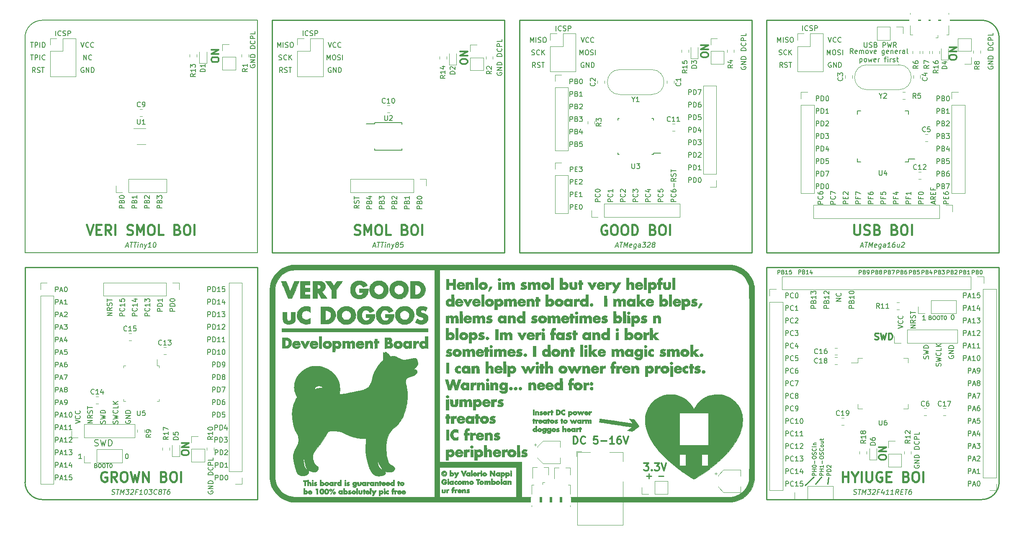
<source format=gto>
G04 #@! TF.GenerationSoftware,KiCad,Pcbnew,(5.1.4)-1*
G04 #@! TF.CreationDate,2019-10-03T10:29:33+02:00*
G04 #@! TF.ProjectId,regalodilara,72656761-6c6f-4646-996c-6172612e6b69,rev?*
G04 #@! TF.SameCoordinates,Original*
G04 #@! TF.FileFunction,Legend,Top*
G04 #@! TF.FilePolarity,Positive*
%FSLAX46Y46*%
G04 Gerber Fmt 4.6, Leading zero omitted, Abs format (unit mm)*
G04 Created by KiCad (PCBNEW (5.1.4)-1) date 2019-10-03 10:29:33*
%MOMM*%
%LPD*%
G04 APERTURE LIST*
%ADD10C,0.160000*%
%ADD11C,0.300000*%
%ADD12C,0.250000*%
%ADD13C,0.140000*%
%ADD14C,0.200000*%
%ADD15C,0.150000*%
%ADD16C,0.400000*%
%ADD17C,0.010000*%
%ADD18C,0.120000*%
%ADD19R,5.800000X6.400000*%
%ADD20R,1.200000X2.200000*%
%ADD21O,1.700000X1.700000*%
%ADD22R,1.700000X1.700000*%
%ADD23C,0.100000*%
%ADD24C,0.975000*%
%ADD25C,1.600000*%
%ADD26C,0.300000*%
%ADD27R,1.200000X1.900000*%
%ADD28O,1.200000X1.900000*%
%ADD29R,1.500000X1.900000*%
%ADD30C,1.450000*%
%ADD31R,0.400000X1.350000*%
%ADD32C,0.875000*%
%ADD33R,0.800000X0.900000*%
%ADD34C,3.500000*%
%ADD35C,3.000000*%
%ADD36R,3.500000X3.500000*%
%ADD37C,1.500000*%
%ADD38R,0.550000X1.500000*%
%ADD39R,1.500000X0.550000*%
%ADD40R,0.550000X1.600000*%
%ADD41R,1.600000X0.550000*%
%ADD42R,1.700000X0.650000*%
%ADD43R,1.060000X0.650000*%
G04 APERTURE END LIST*
D10*
X146990000Y-62087619D02*
X146942380Y-62182857D01*
X146942380Y-62325714D01*
X146990000Y-62468571D01*
X147085238Y-62563809D01*
X147180476Y-62611428D01*
X147370952Y-62659047D01*
X147513809Y-62659047D01*
X147704285Y-62611428D01*
X147799523Y-62563809D01*
X147894761Y-62468571D01*
X147942380Y-62325714D01*
X147942380Y-62230476D01*
X147894761Y-62087619D01*
X147847142Y-62040000D01*
X147513809Y-62040000D01*
X147513809Y-62230476D01*
X147942380Y-61611428D02*
X146942380Y-61611428D01*
X147942380Y-61040000D01*
X146942380Y-61040000D01*
X147942380Y-60563809D02*
X146942380Y-60563809D01*
X146942380Y-60325714D01*
X146990000Y-60182857D01*
X147085238Y-60087619D01*
X147180476Y-60040000D01*
X147370952Y-59992380D01*
X147513809Y-59992380D01*
X147704285Y-60040000D01*
X147799523Y-60087619D01*
X147894761Y-60182857D01*
X147942380Y-60325714D01*
X147942380Y-60563809D01*
X147942380Y-58801904D02*
X146942380Y-58801904D01*
X146942380Y-58563809D01*
X146990000Y-58420952D01*
X147085238Y-58325714D01*
X147180476Y-58278095D01*
X147370952Y-58230476D01*
X147513809Y-58230476D01*
X147704285Y-58278095D01*
X147799523Y-58325714D01*
X147894761Y-58420952D01*
X147942380Y-58563809D01*
X147942380Y-58801904D01*
X147847142Y-57230476D02*
X147894761Y-57278095D01*
X147942380Y-57420952D01*
X147942380Y-57516190D01*
X147894761Y-57659047D01*
X147799523Y-57754285D01*
X147704285Y-57801904D01*
X147513809Y-57849523D01*
X147370952Y-57849523D01*
X147180476Y-57801904D01*
X147085238Y-57754285D01*
X146990000Y-57659047D01*
X146942380Y-57516190D01*
X146942380Y-57420952D01*
X146990000Y-57278095D01*
X147037619Y-57230476D01*
X147942380Y-56801904D02*
X146942380Y-56801904D01*
X146942380Y-56420952D01*
X146990000Y-56325714D01*
X147037619Y-56278095D01*
X147132857Y-56230476D01*
X147275714Y-56230476D01*
X147370952Y-56278095D01*
X147418571Y-56325714D01*
X147466190Y-56420952D01*
X147466190Y-56801904D01*
X147942380Y-55325714D02*
X147942380Y-55801904D01*
X146942380Y-55801904D01*
X97090000Y-60517619D02*
X97042380Y-60612857D01*
X97042380Y-60755714D01*
X97090000Y-60898571D01*
X97185238Y-60993809D01*
X97280476Y-61041428D01*
X97470952Y-61089047D01*
X97613809Y-61089047D01*
X97804285Y-61041428D01*
X97899523Y-60993809D01*
X97994761Y-60898571D01*
X98042380Y-60755714D01*
X98042380Y-60660476D01*
X97994761Y-60517619D01*
X97947142Y-60470000D01*
X97613809Y-60470000D01*
X97613809Y-60660476D01*
X98042380Y-60041428D02*
X97042380Y-60041428D01*
X98042380Y-59470000D01*
X97042380Y-59470000D01*
X98042380Y-58993809D02*
X97042380Y-58993809D01*
X97042380Y-58755714D01*
X97090000Y-58612857D01*
X97185238Y-58517619D01*
X97280476Y-58470000D01*
X97470952Y-58422380D01*
X97613809Y-58422380D01*
X97804285Y-58470000D01*
X97899523Y-58517619D01*
X97994761Y-58612857D01*
X98042380Y-58755714D01*
X98042380Y-58993809D01*
X98042380Y-57231904D02*
X97042380Y-57231904D01*
X97042380Y-56993809D01*
X97090000Y-56850952D01*
X97185238Y-56755714D01*
X97280476Y-56708095D01*
X97470952Y-56660476D01*
X97613809Y-56660476D01*
X97804285Y-56708095D01*
X97899523Y-56755714D01*
X97994761Y-56850952D01*
X98042380Y-56993809D01*
X98042380Y-57231904D01*
X97947142Y-55660476D02*
X97994761Y-55708095D01*
X98042380Y-55850952D01*
X98042380Y-55946190D01*
X97994761Y-56089047D01*
X97899523Y-56184285D01*
X97804285Y-56231904D01*
X97613809Y-56279523D01*
X97470952Y-56279523D01*
X97280476Y-56231904D01*
X97185238Y-56184285D01*
X97090000Y-56089047D01*
X97042380Y-55946190D01*
X97042380Y-55850952D01*
X97090000Y-55708095D01*
X97137619Y-55660476D01*
X98042380Y-55231904D02*
X97042380Y-55231904D01*
X97042380Y-54850952D01*
X97090000Y-54755714D01*
X97137619Y-54708095D01*
X97232857Y-54660476D01*
X97375714Y-54660476D01*
X97470952Y-54708095D01*
X97518571Y-54755714D01*
X97566190Y-54850952D01*
X97566190Y-55231904D01*
X98042380Y-53755714D02*
X98042380Y-54231904D01*
X97042380Y-54231904D01*
X88590000Y-146797619D02*
X88542380Y-146892857D01*
X88542380Y-147035714D01*
X88590000Y-147178571D01*
X88685238Y-147273809D01*
X88780476Y-147321428D01*
X88970952Y-147369047D01*
X89113809Y-147369047D01*
X89304285Y-147321428D01*
X89399523Y-147273809D01*
X89494761Y-147178571D01*
X89542380Y-147035714D01*
X89542380Y-146940476D01*
X89494761Y-146797619D01*
X89447142Y-146750000D01*
X89113809Y-146750000D01*
X89113809Y-146940476D01*
X89542380Y-146321428D02*
X88542380Y-146321428D01*
X89542380Y-145750000D01*
X88542380Y-145750000D01*
X89542380Y-145273809D02*
X88542380Y-145273809D01*
X88542380Y-145035714D01*
X88590000Y-144892857D01*
X88685238Y-144797619D01*
X88780476Y-144750000D01*
X88970952Y-144702380D01*
X89113809Y-144702380D01*
X89304285Y-144750000D01*
X89399523Y-144797619D01*
X89494761Y-144892857D01*
X89542380Y-145035714D01*
X89542380Y-145273809D01*
X89542380Y-143511904D02*
X88542380Y-143511904D01*
X88542380Y-143273809D01*
X88590000Y-143130952D01*
X88685238Y-143035714D01*
X88780476Y-142988095D01*
X88970952Y-142940476D01*
X89113809Y-142940476D01*
X89304285Y-142988095D01*
X89399523Y-143035714D01*
X89494761Y-143130952D01*
X89542380Y-143273809D01*
X89542380Y-143511904D01*
X89447142Y-141940476D02*
X89494761Y-141988095D01*
X89542380Y-142130952D01*
X89542380Y-142226190D01*
X89494761Y-142369047D01*
X89399523Y-142464285D01*
X89304285Y-142511904D01*
X89113809Y-142559523D01*
X88970952Y-142559523D01*
X88780476Y-142511904D01*
X88685238Y-142464285D01*
X88590000Y-142369047D01*
X88542380Y-142226190D01*
X88542380Y-142130952D01*
X88590000Y-141988095D01*
X88637619Y-141940476D01*
X89542380Y-141511904D02*
X88542380Y-141511904D01*
X88542380Y-141130952D01*
X88590000Y-141035714D01*
X88637619Y-140988095D01*
X88732857Y-140940476D01*
X88875714Y-140940476D01*
X88970952Y-140988095D01*
X89018571Y-141035714D01*
X89066190Y-141130952D01*
X89066190Y-141511904D01*
X89542380Y-140035714D02*
X89542380Y-140511904D01*
X88542380Y-140511904D01*
D11*
X224188571Y-140078571D02*
X224188571Y-139792857D01*
X224260000Y-139650000D01*
X224402857Y-139507142D01*
X224688571Y-139435714D01*
X225188571Y-139435714D01*
X225474285Y-139507142D01*
X225617142Y-139650000D01*
X225688571Y-139792857D01*
X225688571Y-140078571D01*
X225617142Y-140221428D01*
X225474285Y-140364285D01*
X225188571Y-140435714D01*
X224688571Y-140435714D01*
X224402857Y-140364285D01*
X224260000Y-140221428D01*
X224188571Y-140078571D01*
X225688571Y-138792857D02*
X224188571Y-138792857D01*
X225688571Y-137935714D01*
X224188571Y-137935714D01*
D10*
X231390000Y-141587619D02*
X231342380Y-141682857D01*
X231342380Y-141825714D01*
X231390000Y-141968571D01*
X231485238Y-142063809D01*
X231580476Y-142111428D01*
X231770952Y-142159047D01*
X231913809Y-142159047D01*
X232104285Y-142111428D01*
X232199523Y-142063809D01*
X232294761Y-141968571D01*
X232342380Y-141825714D01*
X232342380Y-141730476D01*
X232294761Y-141587619D01*
X232247142Y-141540000D01*
X231913809Y-141540000D01*
X231913809Y-141730476D01*
X232342380Y-141111428D02*
X231342380Y-141111428D01*
X232342380Y-140540000D01*
X231342380Y-140540000D01*
X232342380Y-140063809D02*
X231342380Y-140063809D01*
X231342380Y-139825714D01*
X231390000Y-139682857D01*
X231485238Y-139587619D01*
X231580476Y-139540000D01*
X231770952Y-139492380D01*
X231913809Y-139492380D01*
X232104285Y-139540000D01*
X232199523Y-139587619D01*
X232294761Y-139682857D01*
X232342380Y-139825714D01*
X232342380Y-140063809D01*
X232342380Y-138301904D02*
X231342380Y-138301904D01*
X231342380Y-138063809D01*
X231390000Y-137920952D01*
X231485238Y-137825714D01*
X231580476Y-137778095D01*
X231770952Y-137730476D01*
X231913809Y-137730476D01*
X232104285Y-137778095D01*
X232199523Y-137825714D01*
X232294761Y-137920952D01*
X232342380Y-138063809D01*
X232342380Y-138301904D01*
X232247142Y-136730476D02*
X232294761Y-136778095D01*
X232342380Y-136920952D01*
X232342380Y-137016190D01*
X232294761Y-137159047D01*
X232199523Y-137254285D01*
X232104285Y-137301904D01*
X231913809Y-137349523D01*
X231770952Y-137349523D01*
X231580476Y-137301904D01*
X231485238Y-137254285D01*
X231390000Y-137159047D01*
X231342380Y-137016190D01*
X231342380Y-136920952D01*
X231390000Y-136778095D01*
X231437619Y-136730476D01*
X232342380Y-136301904D02*
X231342380Y-136301904D01*
X231342380Y-135920952D01*
X231390000Y-135825714D01*
X231437619Y-135778095D01*
X231532857Y-135730476D01*
X231675714Y-135730476D01*
X231770952Y-135778095D01*
X231818571Y-135825714D01*
X231866190Y-135920952D01*
X231866190Y-136301904D01*
X232342380Y-134825714D02*
X232342380Y-135301904D01*
X231342380Y-135301904D01*
X218955714Y-58232380D02*
X218622380Y-57756190D01*
X218384285Y-58232380D02*
X218384285Y-57232380D01*
X218765238Y-57232380D01*
X218860476Y-57280000D01*
X218908095Y-57327619D01*
X218955714Y-57422857D01*
X218955714Y-57565714D01*
X218908095Y-57660952D01*
X218860476Y-57708571D01*
X218765238Y-57756190D01*
X218384285Y-57756190D01*
X219765238Y-58184761D02*
X219670000Y-58232380D01*
X219479523Y-58232380D01*
X219384285Y-58184761D01*
X219336666Y-58089523D01*
X219336666Y-57708571D01*
X219384285Y-57613333D01*
X219479523Y-57565714D01*
X219670000Y-57565714D01*
X219765238Y-57613333D01*
X219812857Y-57708571D01*
X219812857Y-57803809D01*
X219336666Y-57899047D01*
X220241428Y-58232380D02*
X220241428Y-57565714D01*
X220241428Y-57660952D02*
X220289047Y-57613333D01*
X220384285Y-57565714D01*
X220527142Y-57565714D01*
X220622380Y-57613333D01*
X220670000Y-57708571D01*
X220670000Y-58232380D01*
X220670000Y-57708571D02*
X220717619Y-57613333D01*
X220812857Y-57565714D01*
X220955714Y-57565714D01*
X221050952Y-57613333D01*
X221098571Y-57708571D01*
X221098571Y-58232380D01*
X221717619Y-58232380D02*
X221622380Y-58184761D01*
X221574761Y-58137142D01*
X221527142Y-58041904D01*
X221527142Y-57756190D01*
X221574761Y-57660952D01*
X221622380Y-57613333D01*
X221717619Y-57565714D01*
X221860476Y-57565714D01*
X221955714Y-57613333D01*
X222003333Y-57660952D01*
X222050952Y-57756190D01*
X222050952Y-58041904D01*
X222003333Y-58137142D01*
X221955714Y-58184761D01*
X221860476Y-58232380D01*
X221717619Y-58232380D01*
X222384285Y-57565714D02*
X222622380Y-58232380D01*
X222860476Y-57565714D01*
X223622380Y-58184761D02*
X223527142Y-58232380D01*
X223336666Y-58232380D01*
X223241428Y-58184761D01*
X223193809Y-58089523D01*
X223193809Y-57708571D01*
X223241428Y-57613333D01*
X223336666Y-57565714D01*
X223527142Y-57565714D01*
X223622380Y-57613333D01*
X223670000Y-57708571D01*
X223670000Y-57803809D01*
X223193809Y-57899047D01*
X225289047Y-57565714D02*
X225289047Y-58375238D01*
X225241428Y-58470476D01*
X225193809Y-58518095D01*
X225098571Y-58565714D01*
X224955714Y-58565714D01*
X224860476Y-58518095D01*
X225289047Y-58184761D02*
X225193809Y-58232380D01*
X225003333Y-58232380D01*
X224908095Y-58184761D01*
X224860476Y-58137142D01*
X224812857Y-58041904D01*
X224812857Y-57756190D01*
X224860476Y-57660952D01*
X224908095Y-57613333D01*
X225003333Y-57565714D01*
X225193809Y-57565714D01*
X225289047Y-57613333D01*
X226146190Y-58184761D02*
X226050952Y-58232380D01*
X225860476Y-58232380D01*
X225765238Y-58184761D01*
X225717619Y-58089523D01*
X225717619Y-57708571D01*
X225765238Y-57613333D01*
X225860476Y-57565714D01*
X226050952Y-57565714D01*
X226146190Y-57613333D01*
X226193809Y-57708571D01*
X226193809Y-57803809D01*
X225717619Y-57899047D01*
X226622380Y-57565714D02*
X226622380Y-58232380D01*
X226622380Y-57660952D02*
X226670000Y-57613333D01*
X226765238Y-57565714D01*
X226908095Y-57565714D01*
X227003333Y-57613333D01*
X227050952Y-57708571D01*
X227050952Y-58232380D01*
X227908095Y-58184761D02*
X227812857Y-58232380D01*
X227622380Y-58232380D01*
X227527142Y-58184761D01*
X227479523Y-58089523D01*
X227479523Y-57708571D01*
X227527142Y-57613333D01*
X227622380Y-57565714D01*
X227812857Y-57565714D01*
X227908095Y-57613333D01*
X227955714Y-57708571D01*
X227955714Y-57803809D01*
X227479523Y-57899047D01*
X228384285Y-58232380D02*
X228384285Y-57565714D01*
X228384285Y-57756190D02*
X228431904Y-57660952D01*
X228479523Y-57613333D01*
X228574761Y-57565714D01*
X228670000Y-57565714D01*
X229431904Y-58232380D02*
X229431904Y-57708571D01*
X229384285Y-57613333D01*
X229289047Y-57565714D01*
X229098571Y-57565714D01*
X229003333Y-57613333D01*
X229431904Y-58184761D02*
X229336666Y-58232380D01*
X229098571Y-58232380D01*
X229003333Y-58184761D01*
X228955714Y-58089523D01*
X228955714Y-57994285D01*
X229003333Y-57899047D01*
X229098571Y-57851428D01*
X229336666Y-57851428D01*
X229431904Y-57803809D01*
X230050952Y-58232380D02*
X229955714Y-58184761D01*
X229908095Y-58089523D01*
X229908095Y-57232380D01*
X220336666Y-59225714D02*
X220336666Y-60225714D01*
X220336666Y-59273333D02*
X220431904Y-59225714D01*
X220622380Y-59225714D01*
X220717619Y-59273333D01*
X220765238Y-59320952D01*
X220812857Y-59416190D01*
X220812857Y-59701904D01*
X220765238Y-59797142D01*
X220717619Y-59844761D01*
X220622380Y-59892380D01*
X220431904Y-59892380D01*
X220336666Y-59844761D01*
X221384285Y-59892380D02*
X221289047Y-59844761D01*
X221241428Y-59797142D01*
X221193809Y-59701904D01*
X221193809Y-59416190D01*
X221241428Y-59320952D01*
X221289047Y-59273333D01*
X221384285Y-59225714D01*
X221527142Y-59225714D01*
X221622380Y-59273333D01*
X221670000Y-59320952D01*
X221717619Y-59416190D01*
X221717619Y-59701904D01*
X221670000Y-59797142D01*
X221622380Y-59844761D01*
X221527142Y-59892380D01*
X221384285Y-59892380D01*
X222050952Y-59225714D02*
X222241428Y-59892380D01*
X222431904Y-59416190D01*
X222622380Y-59892380D01*
X222812857Y-59225714D01*
X223574761Y-59844761D02*
X223479523Y-59892380D01*
X223289047Y-59892380D01*
X223193809Y-59844761D01*
X223146190Y-59749523D01*
X223146190Y-59368571D01*
X223193809Y-59273333D01*
X223289047Y-59225714D01*
X223479523Y-59225714D01*
X223574761Y-59273333D01*
X223622380Y-59368571D01*
X223622380Y-59463809D01*
X223146190Y-59559047D01*
X224050952Y-59892380D02*
X224050952Y-59225714D01*
X224050952Y-59416190D02*
X224098571Y-59320952D01*
X224146190Y-59273333D01*
X224241428Y-59225714D01*
X224336666Y-59225714D01*
X225289047Y-59225714D02*
X225670000Y-59225714D01*
X225431904Y-59892380D02*
X225431904Y-59035238D01*
X225479523Y-58940000D01*
X225574761Y-58892380D01*
X225670000Y-58892380D01*
X226003333Y-59892380D02*
X226003333Y-59225714D01*
X226003333Y-58892380D02*
X225955714Y-58940000D01*
X226003333Y-58987619D01*
X226050952Y-58940000D01*
X226003333Y-58892380D01*
X226003333Y-58987619D01*
X226479523Y-59892380D02*
X226479523Y-59225714D01*
X226479523Y-59416190D02*
X226527142Y-59320952D01*
X226574761Y-59273333D01*
X226670000Y-59225714D01*
X226765238Y-59225714D01*
X227050952Y-59844761D02*
X227146190Y-59892380D01*
X227336666Y-59892380D01*
X227431904Y-59844761D01*
X227479523Y-59749523D01*
X227479523Y-59701904D01*
X227431904Y-59606666D01*
X227336666Y-59559047D01*
X227193809Y-59559047D01*
X227098571Y-59511428D01*
X227050952Y-59416190D01*
X227050952Y-59368571D01*
X227098571Y-59273333D01*
X227193809Y-59225714D01*
X227336666Y-59225714D01*
X227431904Y-59273333D01*
X227765238Y-59225714D02*
X228146190Y-59225714D01*
X227908095Y-58892380D02*
X227908095Y-59749523D01*
X227955714Y-59844761D01*
X228050952Y-59892380D01*
X228146190Y-59892380D01*
X89991714Y-144552380D02*
X89991714Y-143552380D01*
X90372666Y-143552380D01*
X90467904Y-143600000D01*
X90515523Y-143647619D01*
X90563142Y-143742857D01*
X90563142Y-143885714D01*
X90515523Y-143980952D01*
X90467904Y-144028571D01*
X90372666Y-144076190D01*
X89991714Y-144076190D01*
X90991714Y-144552380D02*
X90991714Y-143552380D01*
X91229809Y-143552380D01*
X91372666Y-143600000D01*
X91467904Y-143695238D01*
X91515523Y-143790476D01*
X91563142Y-143980952D01*
X91563142Y-144123809D01*
X91515523Y-144314285D01*
X91467904Y-144409523D01*
X91372666Y-144504761D01*
X91229809Y-144552380D01*
X90991714Y-144552380D01*
X92182190Y-143552380D02*
X92277428Y-143552380D01*
X92372666Y-143600000D01*
X92420285Y-143647619D01*
X92467904Y-143742857D01*
X92515523Y-143933333D01*
X92515523Y-144171428D01*
X92467904Y-144361904D01*
X92420285Y-144457142D01*
X92372666Y-144504761D01*
X92277428Y-144552380D01*
X92182190Y-144552380D01*
X92086952Y-144504761D01*
X92039333Y-144457142D01*
X91991714Y-144361904D01*
X91944095Y-144171428D01*
X91944095Y-143933333D01*
X91991714Y-143742857D01*
X92039333Y-143647619D01*
X92086952Y-143600000D01*
X92182190Y-143552380D01*
X89991714Y-142012380D02*
X89991714Y-141012380D01*
X90372666Y-141012380D01*
X90467904Y-141060000D01*
X90515523Y-141107619D01*
X90563142Y-141202857D01*
X90563142Y-141345714D01*
X90515523Y-141440952D01*
X90467904Y-141488571D01*
X90372666Y-141536190D01*
X89991714Y-141536190D01*
X90991714Y-142012380D02*
X90991714Y-141012380D01*
X91229809Y-141012380D01*
X91372666Y-141060000D01*
X91467904Y-141155238D01*
X91515523Y-141250476D01*
X91563142Y-141440952D01*
X91563142Y-141583809D01*
X91515523Y-141774285D01*
X91467904Y-141869523D01*
X91372666Y-141964761D01*
X91229809Y-142012380D01*
X90991714Y-142012380D01*
X92515523Y-142012380D02*
X91944095Y-142012380D01*
X92229809Y-142012380D02*
X92229809Y-141012380D01*
X92134571Y-141155238D01*
X92039333Y-141250476D01*
X91944095Y-141298095D01*
X89951714Y-139452380D02*
X89951714Y-138452380D01*
X90332666Y-138452380D01*
X90427904Y-138500000D01*
X90475523Y-138547619D01*
X90523142Y-138642857D01*
X90523142Y-138785714D01*
X90475523Y-138880952D01*
X90427904Y-138928571D01*
X90332666Y-138976190D01*
X89951714Y-138976190D01*
X90951714Y-139452380D02*
X90951714Y-138452380D01*
X91189809Y-138452380D01*
X91332666Y-138500000D01*
X91427904Y-138595238D01*
X91475523Y-138690476D01*
X91523142Y-138880952D01*
X91523142Y-139023809D01*
X91475523Y-139214285D01*
X91427904Y-139309523D01*
X91332666Y-139404761D01*
X91189809Y-139452380D01*
X90951714Y-139452380D01*
X91904095Y-138547619D02*
X91951714Y-138500000D01*
X92046952Y-138452380D01*
X92285047Y-138452380D01*
X92380285Y-138500000D01*
X92427904Y-138547619D01*
X92475523Y-138642857D01*
X92475523Y-138738095D01*
X92427904Y-138880952D01*
X91856476Y-139452380D01*
X92475523Y-139452380D01*
X89881714Y-136902380D02*
X89881714Y-135902380D01*
X90262666Y-135902380D01*
X90357904Y-135950000D01*
X90405523Y-135997619D01*
X90453142Y-136092857D01*
X90453142Y-136235714D01*
X90405523Y-136330952D01*
X90357904Y-136378571D01*
X90262666Y-136426190D01*
X89881714Y-136426190D01*
X90881714Y-136902380D02*
X90881714Y-135902380D01*
X91119809Y-135902380D01*
X91262666Y-135950000D01*
X91357904Y-136045238D01*
X91405523Y-136140476D01*
X91453142Y-136330952D01*
X91453142Y-136473809D01*
X91405523Y-136664285D01*
X91357904Y-136759523D01*
X91262666Y-136854761D01*
X91119809Y-136902380D01*
X90881714Y-136902380D01*
X91786476Y-135902380D02*
X92405523Y-135902380D01*
X92072190Y-136283333D01*
X92215047Y-136283333D01*
X92310285Y-136330952D01*
X92357904Y-136378571D01*
X92405523Y-136473809D01*
X92405523Y-136711904D01*
X92357904Y-136807142D01*
X92310285Y-136854761D01*
X92215047Y-136902380D01*
X91929333Y-136902380D01*
X91834095Y-136854761D01*
X91786476Y-136807142D01*
X89901714Y-134402380D02*
X89901714Y-133402380D01*
X90282666Y-133402380D01*
X90377904Y-133450000D01*
X90425523Y-133497619D01*
X90473142Y-133592857D01*
X90473142Y-133735714D01*
X90425523Y-133830952D01*
X90377904Y-133878571D01*
X90282666Y-133926190D01*
X89901714Y-133926190D01*
X90901714Y-134402380D02*
X90901714Y-133402380D01*
X91139809Y-133402380D01*
X91282666Y-133450000D01*
X91377904Y-133545238D01*
X91425523Y-133640476D01*
X91473142Y-133830952D01*
X91473142Y-133973809D01*
X91425523Y-134164285D01*
X91377904Y-134259523D01*
X91282666Y-134354761D01*
X91139809Y-134402380D01*
X90901714Y-134402380D01*
X92330285Y-133735714D02*
X92330285Y-134402380D01*
X92092190Y-133354761D02*
X91854095Y-134069047D01*
X92473142Y-134069047D01*
X89421714Y-131832380D02*
X89421714Y-130832380D01*
X89802666Y-130832380D01*
X89897904Y-130880000D01*
X89945523Y-130927619D01*
X89993142Y-131022857D01*
X89993142Y-131165714D01*
X89945523Y-131260952D01*
X89897904Y-131308571D01*
X89802666Y-131356190D01*
X89421714Y-131356190D01*
X90421714Y-131832380D02*
X90421714Y-130832380D01*
X90659809Y-130832380D01*
X90802666Y-130880000D01*
X90897904Y-130975238D01*
X90945523Y-131070476D01*
X90993142Y-131260952D01*
X90993142Y-131403809D01*
X90945523Y-131594285D01*
X90897904Y-131689523D01*
X90802666Y-131784761D01*
X90659809Y-131832380D01*
X90421714Y-131832380D01*
X91897904Y-130832380D02*
X91421714Y-130832380D01*
X91374095Y-131308571D01*
X91421714Y-131260952D01*
X91516952Y-131213333D01*
X91755047Y-131213333D01*
X91850285Y-131260952D01*
X91897904Y-131308571D01*
X91945523Y-131403809D01*
X91945523Y-131641904D01*
X91897904Y-131737142D01*
X91850285Y-131784761D01*
X91755047Y-131832380D01*
X91516952Y-131832380D01*
X91421714Y-131784761D01*
X91374095Y-131737142D01*
X89421714Y-129292380D02*
X89421714Y-128292380D01*
X89802666Y-128292380D01*
X89897904Y-128340000D01*
X89945523Y-128387619D01*
X89993142Y-128482857D01*
X89993142Y-128625714D01*
X89945523Y-128720952D01*
X89897904Y-128768571D01*
X89802666Y-128816190D01*
X89421714Y-128816190D01*
X90421714Y-129292380D02*
X90421714Y-128292380D01*
X90659809Y-128292380D01*
X90802666Y-128340000D01*
X90897904Y-128435238D01*
X90945523Y-128530476D01*
X90993142Y-128720952D01*
X90993142Y-128863809D01*
X90945523Y-129054285D01*
X90897904Y-129149523D01*
X90802666Y-129244761D01*
X90659809Y-129292380D01*
X90421714Y-129292380D01*
X91850285Y-128292380D02*
X91659809Y-128292380D01*
X91564571Y-128340000D01*
X91516952Y-128387619D01*
X91421714Y-128530476D01*
X91374095Y-128720952D01*
X91374095Y-129101904D01*
X91421714Y-129197142D01*
X91469333Y-129244761D01*
X91564571Y-129292380D01*
X91755047Y-129292380D01*
X91850285Y-129244761D01*
X91897904Y-129197142D01*
X91945523Y-129101904D01*
X91945523Y-128863809D01*
X91897904Y-128768571D01*
X91850285Y-128720952D01*
X91755047Y-128673333D01*
X91564571Y-128673333D01*
X91469333Y-128720952D01*
X91421714Y-128768571D01*
X91374095Y-128863809D01*
X89421714Y-126752380D02*
X89421714Y-125752380D01*
X89802666Y-125752380D01*
X89897904Y-125800000D01*
X89945523Y-125847619D01*
X89993142Y-125942857D01*
X89993142Y-126085714D01*
X89945523Y-126180952D01*
X89897904Y-126228571D01*
X89802666Y-126276190D01*
X89421714Y-126276190D01*
X90421714Y-126752380D02*
X90421714Y-125752380D01*
X90659809Y-125752380D01*
X90802666Y-125800000D01*
X90897904Y-125895238D01*
X90945523Y-125990476D01*
X90993142Y-126180952D01*
X90993142Y-126323809D01*
X90945523Y-126514285D01*
X90897904Y-126609523D01*
X90802666Y-126704761D01*
X90659809Y-126752380D01*
X90421714Y-126752380D01*
X91326476Y-125752380D02*
X91993142Y-125752380D01*
X91564571Y-126752380D01*
X89421714Y-124212380D02*
X89421714Y-123212380D01*
X89802666Y-123212380D01*
X89897904Y-123260000D01*
X89945523Y-123307619D01*
X89993142Y-123402857D01*
X89993142Y-123545714D01*
X89945523Y-123640952D01*
X89897904Y-123688571D01*
X89802666Y-123736190D01*
X89421714Y-123736190D01*
X90421714Y-124212380D02*
X90421714Y-123212380D01*
X90659809Y-123212380D01*
X90802666Y-123260000D01*
X90897904Y-123355238D01*
X90945523Y-123450476D01*
X90993142Y-123640952D01*
X90993142Y-123783809D01*
X90945523Y-123974285D01*
X90897904Y-124069523D01*
X90802666Y-124164761D01*
X90659809Y-124212380D01*
X90421714Y-124212380D01*
X91564571Y-123640952D02*
X91469333Y-123593333D01*
X91421714Y-123545714D01*
X91374095Y-123450476D01*
X91374095Y-123402857D01*
X91421714Y-123307619D01*
X91469333Y-123260000D01*
X91564571Y-123212380D01*
X91755047Y-123212380D01*
X91850285Y-123260000D01*
X91897904Y-123307619D01*
X91945523Y-123402857D01*
X91945523Y-123450476D01*
X91897904Y-123545714D01*
X91850285Y-123593333D01*
X91755047Y-123640952D01*
X91564571Y-123640952D01*
X91469333Y-123688571D01*
X91421714Y-123736190D01*
X91374095Y-123831428D01*
X91374095Y-124021904D01*
X91421714Y-124117142D01*
X91469333Y-124164761D01*
X91564571Y-124212380D01*
X91755047Y-124212380D01*
X91850285Y-124164761D01*
X91897904Y-124117142D01*
X91945523Y-124021904D01*
X91945523Y-123831428D01*
X91897904Y-123736190D01*
X91850285Y-123688571D01*
X91755047Y-123640952D01*
X89421714Y-121672380D02*
X89421714Y-120672380D01*
X89802666Y-120672380D01*
X89897904Y-120720000D01*
X89945523Y-120767619D01*
X89993142Y-120862857D01*
X89993142Y-121005714D01*
X89945523Y-121100952D01*
X89897904Y-121148571D01*
X89802666Y-121196190D01*
X89421714Y-121196190D01*
X90421714Y-121672380D02*
X90421714Y-120672380D01*
X90659809Y-120672380D01*
X90802666Y-120720000D01*
X90897904Y-120815238D01*
X90945523Y-120910476D01*
X90993142Y-121100952D01*
X90993142Y-121243809D01*
X90945523Y-121434285D01*
X90897904Y-121529523D01*
X90802666Y-121624761D01*
X90659809Y-121672380D01*
X90421714Y-121672380D01*
X91469333Y-121672380D02*
X91659809Y-121672380D01*
X91755047Y-121624761D01*
X91802666Y-121577142D01*
X91897904Y-121434285D01*
X91945523Y-121243809D01*
X91945523Y-120862857D01*
X91897904Y-120767619D01*
X91850285Y-120720000D01*
X91755047Y-120672380D01*
X91564571Y-120672380D01*
X91469333Y-120720000D01*
X91421714Y-120767619D01*
X91374095Y-120862857D01*
X91374095Y-121100952D01*
X91421714Y-121196190D01*
X91469333Y-121243809D01*
X91564571Y-121291428D01*
X91755047Y-121291428D01*
X91850285Y-121243809D01*
X91897904Y-121196190D01*
X91945523Y-121100952D01*
X88469333Y-119132380D02*
X88469333Y-118132380D01*
X88850285Y-118132380D01*
X88945523Y-118180000D01*
X88993142Y-118227619D01*
X89040761Y-118322857D01*
X89040761Y-118465714D01*
X88993142Y-118560952D01*
X88945523Y-118608571D01*
X88850285Y-118656190D01*
X88469333Y-118656190D01*
X89469333Y-119132380D02*
X89469333Y-118132380D01*
X89707428Y-118132380D01*
X89850285Y-118180000D01*
X89945523Y-118275238D01*
X89993142Y-118370476D01*
X90040761Y-118560952D01*
X90040761Y-118703809D01*
X89993142Y-118894285D01*
X89945523Y-118989523D01*
X89850285Y-119084761D01*
X89707428Y-119132380D01*
X89469333Y-119132380D01*
X90993142Y-119132380D02*
X90421714Y-119132380D01*
X90707428Y-119132380D02*
X90707428Y-118132380D01*
X90612190Y-118275238D01*
X90516952Y-118370476D01*
X90421714Y-118418095D01*
X91612190Y-118132380D02*
X91707428Y-118132380D01*
X91802666Y-118180000D01*
X91850285Y-118227619D01*
X91897904Y-118322857D01*
X91945523Y-118513333D01*
X91945523Y-118751428D01*
X91897904Y-118941904D01*
X91850285Y-119037142D01*
X91802666Y-119084761D01*
X91707428Y-119132380D01*
X91612190Y-119132380D01*
X91516952Y-119084761D01*
X91469333Y-119037142D01*
X91421714Y-118941904D01*
X91374095Y-118751428D01*
X91374095Y-118513333D01*
X91421714Y-118322857D01*
X91469333Y-118227619D01*
X91516952Y-118180000D01*
X91612190Y-118132380D01*
X88469333Y-116592380D02*
X88469333Y-115592380D01*
X88850285Y-115592380D01*
X88945523Y-115640000D01*
X88993142Y-115687619D01*
X89040761Y-115782857D01*
X89040761Y-115925714D01*
X88993142Y-116020952D01*
X88945523Y-116068571D01*
X88850285Y-116116190D01*
X88469333Y-116116190D01*
X89469333Y-116592380D02*
X89469333Y-115592380D01*
X89707428Y-115592380D01*
X89850285Y-115640000D01*
X89945523Y-115735238D01*
X89993142Y-115830476D01*
X90040761Y-116020952D01*
X90040761Y-116163809D01*
X89993142Y-116354285D01*
X89945523Y-116449523D01*
X89850285Y-116544761D01*
X89707428Y-116592380D01*
X89469333Y-116592380D01*
X90993142Y-116592380D02*
X90421714Y-116592380D01*
X90707428Y-116592380D02*
X90707428Y-115592380D01*
X90612190Y-115735238D01*
X90516952Y-115830476D01*
X90421714Y-115878095D01*
X91945523Y-116592380D02*
X91374095Y-116592380D01*
X91659809Y-116592380D02*
X91659809Y-115592380D01*
X91564571Y-115735238D01*
X91469333Y-115830476D01*
X91374095Y-115878095D01*
X88469333Y-114052380D02*
X88469333Y-113052380D01*
X88850285Y-113052380D01*
X88945523Y-113100000D01*
X88993142Y-113147619D01*
X89040761Y-113242857D01*
X89040761Y-113385714D01*
X88993142Y-113480952D01*
X88945523Y-113528571D01*
X88850285Y-113576190D01*
X88469333Y-113576190D01*
X89469333Y-114052380D02*
X89469333Y-113052380D01*
X89707428Y-113052380D01*
X89850285Y-113100000D01*
X89945523Y-113195238D01*
X89993142Y-113290476D01*
X90040761Y-113480952D01*
X90040761Y-113623809D01*
X89993142Y-113814285D01*
X89945523Y-113909523D01*
X89850285Y-114004761D01*
X89707428Y-114052380D01*
X89469333Y-114052380D01*
X90993142Y-114052380D02*
X90421714Y-114052380D01*
X90707428Y-114052380D02*
X90707428Y-113052380D01*
X90612190Y-113195238D01*
X90516952Y-113290476D01*
X90421714Y-113338095D01*
X91374095Y-113147619D02*
X91421714Y-113100000D01*
X91516952Y-113052380D01*
X91755047Y-113052380D01*
X91850285Y-113100000D01*
X91897904Y-113147619D01*
X91945523Y-113242857D01*
X91945523Y-113338095D01*
X91897904Y-113480952D01*
X91326476Y-114052380D01*
X91945523Y-114052380D01*
X88469333Y-111512380D02*
X88469333Y-110512380D01*
X88850285Y-110512380D01*
X88945523Y-110560000D01*
X88993142Y-110607619D01*
X89040761Y-110702857D01*
X89040761Y-110845714D01*
X88993142Y-110940952D01*
X88945523Y-110988571D01*
X88850285Y-111036190D01*
X88469333Y-111036190D01*
X89469333Y-111512380D02*
X89469333Y-110512380D01*
X89707428Y-110512380D01*
X89850285Y-110560000D01*
X89945523Y-110655238D01*
X89993142Y-110750476D01*
X90040761Y-110940952D01*
X90040761Y-111083809D01*
X89993142Y-111274285D01*
X89945523Y-111369523D01*
X89850285Y-111464761D01*
X89707428Y-111512380D01*
X89469333Y-111512380D01*
X90993142Y-111512380D02*
X90421714Y-111512380D01*
X90707428Y-111512380D02*
X90707428Y-110512380D01*
X90612190Y-110655238D01*
X90516952Y-110750476D01*
X90421714Y-110798095D01*
X91326476Y-110512380D02*
X91945523Y-110512380D01*
X91612190Y-110893333D01*
X91755047Y-110893333D01*
X91850285Y-110940952D01*
X91897904Y-110988571D01*
X91945523Y-111083809D01*
X91945523Y-111321904D01*
X91897904Y-111417142D01*
X91850285Y-111464761D01*
X91755047Y-111512380D01*
X91469333Y-111512380D01*
X91374095Y-111464761D01*
X91326476Y-111417142D01*
X88469333Y-108972380D02*
X88469333Y-107972380D01*
X88850285Y-107972380D01*
X88945523Y-108020000D01*
X88993142Y-108067619D01*
X89040761Y-108162857D01*
X89040761Y-108305714D01*
X88993142Y-108400952D01*
X88945523Y-108448571D01*
X88850285Y-108496190D01*
X88469333Y-108496190D01*
X89469333Y-108972380D02*
X89469333Y-107972380D01*
X89707428Y-107972380D01*
X89850285Y-108020000D01*
X89945523Y-108115238D01*
X89993142Y-108210476D01*
X90040761Y-108400952D01*
X90040761Y-108543809D01*
X89993142Y-108734285D01*
X89945523Y-108829523D01*
X89850285Y-108924761D01*
X89707428Y-108972380D01*
X89469333Y-108972380D01*
X90993142Y-108972380D02*
X90421714Y-108972380D01*
X90707428Y-108972380D02*
X90707428Y-107972380D01*
X90612190Y-108115238D01*
X90516952Y-108210476D01*
X90421714Y-108258095D01*
X91850285Y-108305714D02*
X91850285Y-108972380D01*
X91612190Y-107924761D02*
X91374095Y-108639047D01*
X91993142Y-108639047D01*
D11*
X162441428Y-137248571D02*
X162441428Y-135748571D01*
X162798571Y-135748571D01*
X163012857Y-135820000D01*
X163155714Y-135962857D01*
X163227142Y-136105714D01*
X163298571Y-136391428D01*
X163298571Y-136605714D01*
X163227142Y-136891428D01*
X163155714Y-137034285D01*
X163012857Y-137177142D01*
X162798571Y-137248571D01*
X162441428Y-137248571D01*
X164798571Y-137105714D02*
X164727142Y-137177142D01*
X164512857Y-137248571D01*
X164370000Y-137248571D01*
X164155714Y-137177142D01*
X164012857Y-137034285D01*
X163941428Y-136891428D01*
X163870000Y-136605714D01*
X163870000Y-136391428D01*
X163941428Y-136105714D01*
X164012857Y-135962857D01*
X164155714Y-135820000D01*
X164370000Y-135748571D01*
X164512857Y-135748571D01*
X164727142Y-135820000D01*
X164798571Y-135891428D01*
X167298571Y-135748571D02*
X166584285Y-135748571D01*
X166512857Y-136462857D01*
X166584285Y-136391428D01*
X166727142Y-136320000D01*
X167084285Y-136320000D01*
X167227142Y-136391428D01*
X167298571Y-136462857D01*
X167370000Y-136605714D01*
X167370000Y-136962857D01*
X167298571Y-137105714D01*
X167227142Y-137177142D01*
X167084285Y-137248571D01*
X166727142Y-137248571D01*
X166584285Y-137177142D01*
X166512857Y-137105714D01*
X168012857Y-136677142D02*
X169155714Y-136677142D01*
X170655714Y-137248571D02*
X169798571Y-137248571D01*
X170227142Y-137248571D02*
X170227142Y-135748571D01*
X170084285Y-135962857D01*
X169941428Y-136105714D01*
X169798571Y-136177142D01*
X171941428Y-135748571D02*
X171655714Y-135748571D01*
X171512857Y-135820000D01*
X171441428Y-135891428D01*
X171298571Y-136105714D01*
X171227142Y-136391428D01*
X171227142Y-136962857D01*
X171298571Y-137105714D01*
X171370000Y-137177142D01*
X171512857Y-137248571D01*
X171798571Y-137248571D01*
X171941428Y-137177142D01*
X172012857Y-137105714D01*
X172084285Y-136962857D01*
X172084285Y-136605714D01*
X172012857Y-136462857D01*
X171941428Y-136391428D01*
X171798571Y-136320000D01*
X171512857Y-136320000D01*
X171370000Y-136391428D01*
X171298571Y-136462857D01*
X171227142Y-136605714D01*
X172512857Y-135748571D02*
X173012857Y-137248571D01*
X173512857Y-135748571D01*
X176685714Y-141138571D02*
X177614285Y-141138571D01*
X177114285Y-141710000D01*
X177328571Y-141710000D01*
X177471428Y-141781428D01*
X177542857Y-141852857D01*
X177614285Y-141995714D01*
X177614285Y-142352857D01*
X177542857Y-142495714D01*
X177471428Y-142567142D01*
X177328571Y-142638571D01*
X176900000Y-142638571D01*
X176757142Y-142567142D01*
X176685714Y-142495714D01*
X178257142Y-142495714D02*
X178328571Y-142567142D01*
X178257142Y-142638571D01*
X178185714Y-142567142D01*
X178257142Y-142495714D01*
X178257142Y-142638571D01*
X178828571Y-141138571D02*
X179757142Y-141138571D01*
X179257142Y-141710000D01*
X179471428Y-141710000D01*
X179614285Y-141781428D01*
X179685714Y-141852857D01*
X179757142Y-141995714D01*
X179757142Y-142352857D01*
X179685714Y-142495714D01*
X179614285Y-142567142D01*
X179471428Y-142638571D01*
X179042857Y-142638571D01*
X178900000Y-142567142D01*
X178828571Y-142495714D01*
X180185714Y-141138571D02*
X180685714Y-142638571D01*
X181185714Y-141138571D01*
D12*
X179610000Y-143760000D02*
X180610000Y-143760000D01*
X177150000Y-143750000D02*
X178150000Y-143750000D01*
X177640000Y-143250000D02*
X177640000Y-144250000D01*
D10*
X88469333Y-106432380D02*
X88469333Y-105432380D01*
X88850285Y-105432380D01*
X88945523Y-105480000D01*
X88993142Y-105527619D01*
X89040761Y-105622857D01*
X89040761Y-105765714D01*
X88993142Y-105860952D01*
X88945523Y-105908571D01*
X88850285Y-105956190D01*
X88469333Y-105956190D01*
X89469333Y-106432380D02*
X89469333Y-105432380D01*
X89707428Y-105432380D01*
X89850285Y-105480000D01*
X89945523Y-105575238D01*
X89993142Y-105670476D01*
X90040761Y-105860952D01*
X90040761Y-106003809D01*
X89993142Y-106194285D01*
X89945523Y-106289523D01*
X89850285Y-106384761D01*
X89707428Y-106432380D01*
X89469333Y-106432380D01*
X90993142Y-106432380D02*
X90421714Y-106432380D01*
X90707428Y-106432380D02*
X90707428Y-105432380D01*
X90612190Y-105575238D01*
X90516952Y-105670476D01*
X90421714Y-105718095D01*
X91897904Y-105432380D02*
X91421714Y-105432380D01*
X91374095Y-105908571D01*
X91421714Y-105860952D01*
X91516952Y-105813333D01*
X91755047Y-105813333D01*
X91850285Y-105860952D01*
X91897904Y-105908571D01*
X91945523Y-106003809D01*
X91945523Y-106241904D01*
X91897904Y-106337142D01*
X91850285Y-106384761D01*
X91755047Y-106432380D01*
X91516952Y-106432380D01*
X91421714Y-106384761D01*
X91374095Y-106337142D01*
X79292380Y-110368095D02*
X78292380Y-110368095D01*
X78292380Y-109987142D01*
X78340000Y-109891904D01*
X78387619Y-109844285D01*
X78482857Y-109796666D01*
X78625714Y-109796666D01*
X78720952Y-109844285D01*
X78768571Y-109891904D01*
X78816190Y-109987142D01*
X78816190Y-110368095D01*
X79292380Y-109368095D02*
X78292380Y-109368095D01*
X78292380Y-109130000D01*
X78340000Y-108987142D01*
X78435238Y-108891904D01*
X78530476Y-108844285D01*
X78720952Y-108796666D01*
X78863809Y-108796666D01*
X79054285Y-108844285D01*
X79149523Y-108891904D01*
X79244761Y-108987142D01*
X79292380Y-109130000D01*
X79292380Y-109368095D01*
X79292380Y-107844285D02*
X79292380Y-108415714D01*
X79292380Y-108130000D02*
X78292380Y-108130000D01*
X78435238Y-108225238D01*
X78530476Y-108320476D01*
X78578095Y-108415714D01*
X69092380Y-111262857D02*
X68092380Y-111262857D01*
X69092380Y-110691428D01*
X68092380Y-110691428D01*
X69092380Y-109643809D02*
X68616190Y-109977142D01*
X69092380Y-110215238D02*
X68092380Y-110215238D01*
X68092380Y-109834285D01*
X68140000Y-109739047D01*
X68187619Y-109691428D01*
X68282857Y-109643809D01*
X68425714Y-109643809D01*
X68520952Y-109691428D01*
X68568571Y-109739047D01*
X68616190Y-109834285D01*
X68616190Y-110215238D01*
X69044761Y-109262857D02*
X69092380Y-109120000D01*
X69092380Y-108881904D01*
X69044761Y-108786666D01*
X68997142Y-108739047D01*
X68901904Y-108691428D01*
X68806666Y-108691428D01*
X68711428Y-108739047D01*
X68663809Y-108786666D01*
X68616190Y-108881904D01*
X68568571Y-109072380D01*
X68520952Y-109167619D01*
X68473333Y-109215238D01*
X68378095Y-109262857D01*
X68282857Y-109262857D01*
X68187619Y-109215238D01*
X68140000Y-109167619D01*
X68092380Y-109072380D01*
X68092380Y-108834285D01*
X68140000Y-108691428D01*
X68092380Y-108405714D02*
X68092380Y-107834285D01*
X69092380Y-108120000D02*
X68092380Y-108120000D01*
X71632380Y-111334285D02*
X70632380Y-111334285D01*
X70632380Y-110953333D01*
X70680000Y-110858095D01*
X70727619Y-110810476D01*
X70822857Y-110762857D01*
X70965714Y-110762857D01*
X71060952Y-110810476D01*
X71108571Y-110858095D01*
X71156190Y-110953333D01*
X71156190Y-111334285D01*
X71537142Y-109762857D02*
X71584761Y-109810476D01*
X71632380Y-109953333D01*
X71632380Y-110048571D01*
X71584761Y-110191428D01*
X71489523Y-110286666D01*
X71394285Y-110334285D01*
X71203809Y-110381904D01*
X71060952Y-110381904D01*
X70870476Y-110334285D01*
X70775238Y-110286666D01*
X70680000Y-110191428D01*
X70632380Y-110048571D01*
X70632380Y-109953333D01*
X70680000Y-109810476D01*
X70727619Y-109762857D01*
X71632380Y-108810476D02*
X71632380Y-109381904D01*
X71632380Y-109096190D02*
X70632380Y-109096190D01*
X70775238Y-109191428D01*
X70870476Y-109286666D01*
X70918095Y-109381904D01*
X70632380Y-107905714D02*
X70632380Y-108381904D01*
X71108571Y-108429523D01*
X71060952Y-108381904D01*
X71013333Y-108286666D01*
X71013333Y-108048571D01*
X71060952Y-107953333D01*
X71108571Y-107905714D01*
X71203809Y-107858095D01*
X71441904Y-107858095D01*
X71537142Y-107905714D01*
X71584761Y-107953333D01*
X71632380Y-108048571D01*
X71632380Y-108286666D01*
X71584761Y-108381904D01*
X71537142Y-108429523D01*
X74172380Y-111334285D02*
X73172380Y-111334285D01*
X73172380Y-110953333D01*
X73220000Y-110858095D01*
X73267619Y-110810476D01*
X73362857Y-110762857D01*
X73505714Y-110762857D01*
X73600952Y-110810476D01*
X73648571Y-110858095D01*
X73696190Y-110953333D01*
X73696190Y-111334285D01*
X74077142Y-109762857D02*
X74124761Y-109810476D01*
X74172380Y-109953333D01*
X74172380Y-110048571D01*
X74124761Y-110191428D01*
X74029523Y-110286666D01*
X73934285Y-110334285D01*
X73743809Y-110381904D01*
X73600952Y-110381904D01*
X73410476Y-110334285D01*
X73315238Y-110286666D01*
X73220000Y-110191428D01*
X73172380Y-110048571D01*
X73172380Y-109953333D01*
X73220000Y-109810476D01*
X73267619Y-109762857D01*
X74172380Y-108810476D02*
X74172380Y-109381904D01*
X74172380Y-109096190D02*
X73172380Y-109096190D01*
X73315238Y-109191428D01*
X73410476Y-109286666D01*
X73458095Y-109381904D01*
X73505714Y-107953333D02*
X74172380Y-107953333D01*
X73124761Y-108191428D02*
X73839047Y-108429523D01*
X73839047Y-107810476D01*
X76712380Y-111334285D02*
X75712380Y-111334285D01*
X75712380Y-110953333D01*
X75760000Y-110858095D01*
X75807619Y-110810476D01*
X75902857Y-110762857D01*
X76045714Y-110762857D01*
X76140952Y-110810476D01*
X76188571Y-110858095D01*
X76236190Y-110953333D01*
X76236190Y-111334285D01*
X76617142Y-109762857D02*
X76664761Y-109810476D01*
X76712380Y-109953333D01*
X76712380Y-110048571D01*
X76664761Y-110191428D01*
X76569523Y-110286666D01*
X76474285Y-110334285D01*
X76283809Y-110381904D01*
X76140952Y-110381904D01*
X75950476Y-110334285D01*
X75855238Y-110286666D01*
X75760000Y-110191428D01*
X75712380Y-110048571D01*
X75712380Y-109953333D01*
X75760000Y-109810476D01*
X75807619Y-109762857D01*
X76712380Y-108810476D02*
X76712380Y-109381904D01*
X76712380Y-109096190D02*
X75712380Y-109096190D01*
X75855238Y-109191428D01*
X75950476Y-109286666D01*
X75998095Y-109381904D01*
X75712380Y-108477142D02*
X75712380Y-107858095D01*
X76093333Y-108191428D01*
X76093333Y-108048571D01*
X76140952Y-107953333D01*
X76188571Y-107905714D01*
X76283809Y-107858095D01*
X76521904Y-107858095D01*
X76617142Y-107905714D01*
X76664761Y-107953333D01*
X76712380Y-108048571D01*
X76712380Y-108334285D01*
X76664761Y-108429523D01*
X76617142Y-108477142D01*
X81792380Y-110358095D02*
X80792380Y-110358095D01*
X80792380Y-109977142D01*
X80840000Y-109881904D01*
X80887619Y-109834285D01*
X80982857Y-109786666D01*
X81125714Y-109786666D01*
X81220952Y-109834285D01*
X81268571Y-109881904D01*
X81316190Y-109977142D01*
X81316190Y-110358095D01*
X81792380Y-109358095D02*
X80792380Y-109358095D01*
X80792380Y-109120000D01*
X80840000Y-108977142D01*
X80935238Y-108881904D01*
X81030476Y-108834285D01*
X81220952Y-108786666D01*
X81363809Y-108786666D01*
X81554285Y-108834285D01*
X81649523Y-108881904D01*
X81744761Y-108977142D01*
X81792380Y-109120000D01*
X81792380Y-109358095D01*
X80792380Y-108167619D02*
X80792380Y-108072380D01*
X80840000Y-107977142D01*
X80887619Y-107929523D01*
X80982857Y-107881904D01*
X81173333Y-107834285D01*
X81411428Y-107834285D01*
X81601904Y-107881904D01*
X81697142Y-107929523D01*
X81744761Y-107977142D01*
X81792380Y-108072380D01*
X81792380Y-108167619D01*
X81744761Y-108262857D01*
X81697142Y-108310476D01*
X81601904Y-108358095D01*
X81411428Y-108405714D01*
X81173333Y-108405714D01*
X80982857Y-108358095D01*
X80887619Y-108310476D01*
X80840000Y-108262857D01*
X80792380Y-108167619D01*
D12*
X211050000Y-143900000D02*
X209240000Y-145630000D01*
X212570000Y-143940000D02*
X211340000Y-145380000D01*
X214030000Y-143990000D02*
X213790000Y-145390000D01*
D13*
X214501904Y-143598523D02*
X213701904Y-143598523D01*
X213701904Y-143293761D01*
X213740000Y-143217571D01*
X213778095Y-143179476D01*
X213854285Y-143141380D01*
X213968571Y-143141380D01*
X214044761Y-143179476D01*
X214082857Y-143217571D01*
X214120952Y-143293761D01*
X214120952Y-143598523D01*
X214501904Y-142798523D02*
X213701904Y-142798523D01*
X213701904Y-142608047D01*
X213740000Y-142493761D01*
X213816190Y-142417571D01*
X213892380Y-142379476D01*
X214044761Y-142341380D01*
X214159047Y-142341380D01*
X214311428Y-142379476D01*
X214387619Y-142417571D01*
X214463809Y-142493761D01*
X214501904Y-142608047D01*
X214501904Y-142798523D01*
X213778095Y-142036619D02*
X213740000Y-141998523D01*
X213701904Y-141922333D01*
X213701904Y-141731857D01*
X213740000Y-141655666D01*
X213778095Y-141617571D01*
X213854285Y-141579476D01*
X213930476Y-141579476D01*
X214044761Y-141617571D01*
X214501904Y-142074714D01*
X214501904Y-141579476D01*
X213001904Y-143598523D02*
X212201904Y-143598523D01*
X212201904Y-143293761D01*
X212240000Y-143217571D01*
X212278095Y-143179476D01*
X212354285Y-143141380D01*
X212468571Y-143141380D01*
X212544761Y-143179476D01*
X212582857Y-143217571D01*
X212620952Y-143293761D01*
X212620952Y-143598523D01*
X213001904Y-142798523D02*
X212201904Y-142798523D01*
X212582857Y-142798523D02*
X212582857Y-142341380D01*
X213001904Y-142341380D02*
X212201904Y-142341380D01*
X213001904Y-141541380D02*
X213001904Y-141998523D01*
X213001904Y-141769952D02*
X212201904Y-141769952D01*
X212316190Y-141846142D01*
X212392380Y-141922333D01*
X212430476Y-141998523D01*
X212697142Y-141198523D02*
X212697142Y-140589000D01*
X212201904Y-140055666D02*
X212201904Y-139903285D01*
X212240000Y-139827095D01*
X212316190Y-139750904D01*
X212468571Y-139712809D01*
X212735238Y-139712809D01*
X212887619Y-139750904D01*
X212963809Y-139827095D01*
X213001904Y-139903285D01*
X213001904Y-140055666D01*
X212963809Y-140131857D01*
X212887619Y-140208047D01*
X212735238Y-140246142D01*
X212468571Y-140246142D01*
X212316190Y-140208047D01*
X212240000Y-140131857D01*
X212201904Y-140055666D01*
X212963809Y-139408047D02*
X213001904Y-139293761D01*
X213001904Y-139103285D01*
X212963809Y-139027095D01*
X212925714Y-138989000D01*
X212849523Y-138950904D01*
X212773333Y-138950904D01*
X212697142Y-138989000D01*
X212659047Y-139027095D01*
X212620952Y-139103285D01*
X212582857Y-139255666D01*
X212544761Y-139331857D01*
X212506666Y-139369952D01*
X212430476Y-139408047D01*
X212354285Y-139408047D01*
X212278095Y-139369952D01*
X212240000Y-139331857D01*
X212201904Y-139255666D01*
X212201904Y-139065190D01*
X212240000Y-138950904D01*
X212925714Y-138150904D02*
X212963809Y-138189000D01*
X213001904Y-138303285D01*
X213001904Y-138379476D01*
X212963809Y-138493761D01*
X212887619Y-138569952D01*
X212811428Y-138608047D01*
X212659047Y-138646142D01*
X212544761Y-138646142D01*
X212392380Y-138608047D01*
X212316190Y-138569952D01*
X212240000Y-138493761D01*
X212201904Y-138379476D01*
X212201904Y-138303285D01*
X212240000Y-138189000D01*
X212278095Y-138150904D01*
X213001904Y-137693761D02*
X212963809Y-137769952D01*
X212925714Y-137808047D01*
X212849523Y-137846142D01*
X212620952Y-137846142D01*
X212544761Y-137808047D01*
X212506666Y-137769952D01*
X212468571Y-137693761D01*
X212468571Y-137579476D01*
X212506666Y-137503285D01*
X212544761Y-137465190D01*
X212620952Y-137427095D01*
X212849523Y-137427095D01*
X212925714Y-137465190D01*
X212963809Y-137503285D01*
X213001904Y-137579476D01*
X213001904Y-137693761D01*
X212468571Y-136741380D02*
X213001904Y-136741380D01*
X212468571Y-137084238D02*
X212887619Y-137084238D01*
X212963809Y-137046142D01*
X213001904Y-136969952D01*
X213001904Y-136855666D01*
X212963809Y-136779476D01*
X212925714Y-136741380D01*
X212468571Y-136474714D02*
X212468571Y-136169952D01*
X212201904Y-136360428D02*
X212887619Y-136360428D01*
X212963809Y-136322333D01*
X213001904Y-136246142D01*
X213001904Y-136169952D01*
X211501904Y-143598523D02*
X210701904Y-143598523D01*
X210701904Y-143293761D01*
X210740000Y-143217571D01*
X210778095Y-143179476D01*
X210854285Y-143141380D01*
X210968571Y-143141380D01*
X211044761Y-143179476D01*
X211082857Y-143217571D01*
X211120952Y-143293761D01*
X211120952Y-143598523D01*
X211501904Y-142798523D02*
X210701904Y-142798523D01*
X211082857Y-142798523D02*
X211082857Y-142341380D01*
X211501904Y-142341380D02*
X210701904Y-142341380D01*
X210701904Y-141808047D02*
X210701904Y-141731857D01*
X210740000Y-141655666D01*
X210778095Y-141617571D01*
X210854285Y-141579476D01*
X211006666Y-141541380D01*
X211197142Y-141541380D01*
X211349523Y-141579476D01*
X211425714Y-141617571D01*
X211463809Y-141655666D01*
X211501904Y-141731857D01*
X211501904Y-141808047D01*
X211463809Y-141884238D01*
X211425714Y-141922333D01*
X211349523Y-141960428D01*
X211197142Y-141998523D01*
X211006666Y-141998523D01*
X210854285Y-141960428D01*
X210778095Y-141922333D01*
X210740000Y-141884238D01*
X210701904Y-141808047D01*
X211197142Y-141198523D02*
X211197142Y-140589000D01*
X210701904Y-140055666D02*
X210701904Y-139903285D01*
X210740000Y-139827095D01*
X210816190Y-139750904D01*
X210968571Y-139712809D01*
X211235238Y-139712809D01*
X211387619Y-139750904D01*
X211463809Y-139827095D01*
X211501904Y-139903285D01*
X211501904Y-140055666D01*
X211463809Y-140131857D01*
X211387619Y-140208047D01*
X211235238Y-140246142D01*
X210968571Y-140246142D01*
X210816190Y-140208047D01*
X210740000Y-140131857D01*
X210701904Y-140055666D01*
X211463809Y-139408047D02*
X211501904Y-139293761D01*
X211501904Y-139103285D01*
X211463809Y-139027095D01*
X211425714Y-138989000D01*
X211349523Y-138950904D01*
X211273333Y-138950904D01*
X211197142Y-138989000D01*
X211159047Y-139027095D01*
X211120952Y-139103285D01*
X211082857Y-139255666D01*
X211044761Y-139331857D01*
X211006666Y-139369952D01*
X210930476Y-139408047D01*
X210854285Y-139408047D01*
X210778095Y-139369952D01*
X210740000Y-139331857D01*
X210701904Y-139255666D01*
X210701904Y-139065190D01*
X210740000Y-138950904D01*
X211425714Y-138150904D02*
X211463809Y-138189000D01*
X211501904Y-138303285D01*
X211501904Y-138379476D01*
X211463809Y-138493761D01*
X211387619Y-138569952D01*
X211311428Y-138608047D01*
X211159047Y-138646142D01*
X211044761Y-138646142D01*
X210892380Y-138608047D01*
X210816190Y-138569952D01*
X210740000Y-138493761D01*
X210701904Y-138379476D01*
X210701904Y-138303285D01*
X210740000Y-138189000D01*
X210778095Y-138150904D01*
X211501904Y-137808047D02*
X210968571Y-137808047D01*
X210701904Y-137808047D02*
X210740000Y-137846142D01*
X210778095Y-137808047D01*
X210740000Y-137769952D01*
X210701904Y-137808047D01*
X210778095Y-137808047D01*
X210968571Y-137427095D02*
X211501904Y-137427095D01*
X211044761Y-137427095D02*
X211006666Y-137389000D01*
X210968571Y-137312809D01*
X210968571Y-137198523D01*
X211006666Y-137122333D01*
X211082857Y-137084238D01*
X211501904Y-137084238D01*
D10*
X211472380Y-109764285D02*
X210472380Y-109764285D01*
X210472380Y-109383333D01*
X210520000Y-109288095D01*
X210567619Y-109240476D01*
X210662857Y-109192857D01*
X210805714Y-109192857D01*
X210900952Y-109240476D01*
X210948571Y-109288095D01*
X210996190Y-109383333D01*
X210996190Y-109764285D01*
X210948571Y-108430952D02*
X210996190Y-108288095D01*
X211043809Y-108240476D01*
X211139047Y-108192857D01*
X211281904Y-108192857D01*
X211377142Y-108240476D01*
X211424761Y-108288095D01*
X211472380Y-108383333D01*
X211472380Y-108764285D01*
X210472380Y-108764285D01*
X210472380Y-108430952D01*
X210520000Y-108335714D01*
X210567619Y-108288095D01*
X210662857Y-108240476D01*
X210758095Y-108240476D01*
X210853333Y-108288095D01*
X210900952Y-108335714D01*
X210948571Y-108430952D01*
X210948571Y-108764285D01*
X211472380Y-107240476D02*
X211472380Y-107811904D01*
X211472380Y-107526190D02*
X210472380Y-107526190D01*
X210615238Y-107621428D01*
X210710476Y-107716666D01*
X210758095Y-107811904D01*
X210472380Y-106907142D02*
X210472380Y-106288095D01*
X210853333Y-106621428D01*
X210853333Y-106478571D01*
X210900952Y-106383333D01*
X210948571Y-106335714D01*
X211043809Y-106288095D01*
X211281904Y-106288095D01*
X211377142Y-106335714D01*
X211424761Y-106383333D01*
X211472380Y-106478571D01*
X211472380Y-106764285D01*
X211424761Y-106859523D01*
X211377142Y-106907142D01*
X216552380Y-108375714D02*
X215552380Y-108375714D01*
X216552380Y-107804285D01*
X215552380Y-107804285D01*
X216457142Y-106756666D02*
X216504761Y-106804285D01*
X216552380Y-106947142D01*
X216552380Y-107042380D01*
X216504761Y-107185238D01*
X216409523Y-107280476D01*
X216314285Y-107328095D01*
X216123809Y-107375714D01*
X215980952Y-107375714D01*
X215790476Y-107328095D01*
X215695238Y-107280476D01*
X215600000Y-107185238D01*
X215552380Y-107042380D01*
X215552380Y-106947142D01*
X215600000Y-106804285D01*
X215647619Y-106756666D01*
D13*
X203741476Y-102861904D02*
X203741476Y-102061904D01*
X204046238Y-102061904D01*
X204122428Y-102100000D01*
X204160523Y-102138095D01*
X204198619Y-102214285D01*
X204198619Y-102328571D01*
X204160523Y-102404761D01*
X204122428Y-102442857D01*
X204046238Y-102480952D01*
X203741476Y-102480952D01*
X204808142Y-102442857D02*
X204922428Y-102480952D01*
X204960523Y-102519047D01*
X204998619Y-102595238D01*
X204998619Y-102709523D01*
X204960523Y-102785714D01*
X204922428Y-102823809D01*
X204846238Y-102861904D01*
X204541476Y-102861904D01*
X204541476Y-102061904D01*
X204808142Y-102061904D01*
X204884333Y-102100000D01*
X204922428Y-102138095D01*
X204960523Y-102214285D01*
X204960523Y-102290476D01*
X204922428Y-102366666D01*
X204884333Y-102404761D01*
X204808142Y-102442857D01*
X204541476Y-102442857D01*
X205760523Y-102861904D02*
X205303380Y-102861904D01*
X205531952Y-102861904D02*
X205531952Y-102061904D01*
X205455761Y-102176190D01*
X205379571Y-102252380D01*
X205303380Y-102290476D01*
X206484333Y-102061904D02*
X206103380Y-102061904D01*
X206065285Y-102442857D01*
X206103380Y-102404761D01*
X206179571Y-102366666D01*
X206370047Y-102366666D01*
X206446238Y-102404761D01*
X206484333Y-102442857D01*
X206522428Y-102519047D01*
X206522428Y-102709523D01*
X206484333Y-102785714D01*
X206446238Y-102823809D01*
X206370047Y-102861904D01*
X206179571Y-102861904D01*
X206103380Y-102823809D01*
X206065285Y-102785714D01*
X207945666Y-102841904D02*
X207945666Y-102041904D01*
X208250428Y-102041904D01*
X208326619Y-102080000D01*
X208364714Y-102118095D01*
X208402809Y-102194285D01*
X208402809Y-102308571D01*
X208364714Y-102384761D01*
X208326619Y-102422857D01*
X208250428Y-102460952D01*
X207945666Y-102460952D01*
X209012333Y-102422857D02*
X209126619Y-102460952D01*
X209164714Y-102499047D01*
X209202809Y-102575238D01*
X209202809Y-102689523D01*
X209164714Y-102765714D01*
X209126619Y-102803809D01*
X209050428Y-102841904D01*
X208745666Y-102841904D01*
X208745666Y-102041904D01*
X209012333Y-102041904D01*
X209088523Y-102080000D01*
X209126619Y-102118095D01*
X209164714Y-102194285D01*
X209164714Y-102270476D01*
X209126619Y-102346666D01*
X209088523Y-102384761D01*
X209012333Y-102422857D01*
X208745666Y-102422857D01*
X209964714Y-102841904D02*
X209507571Y-102841904D01*
X209736142Y-102841904D02*
X209736142Y-102041904D01*
X209659952Y-102156190D01*
X209583761Y-102232380D01*
X209507571Y-102270476D01*
X210650428Y-102308571D02*
X210650428Y-102841904D01*
X210459952Y-102003809D02*
X210269476Y-102575238D01*
X210764714Y-102575238D01*
D10*
X214082380Y-109764285D02*
X213082380Y-109764285D01*
X213082380Y-109383333D01*
X213130000Y-109288095D01*
X213177619Y-109240476D01*
X213272857Y-109192857D01*
X213415714Y-109192857D01*
X213510952Y-109240476D01*
X213558571Y-109288095D01*
X213606190Y-109383333D01*
X213606190Y-109764285D01*
X213558571Y-108430952D02*
X213606190Y-108288095D01*
X213653809Y-108240476D01*
X213749047Y-108192857D01*
X213891904Y-108192857D01*
X213987142Y-108240476D01*
X214034761Y-108288095D01*
X214082380Y-108383333D01*
X214082380Y-108764285D01*
X213082380Y-108764285D01*
X213082380Y-108430952D01*
X213130000Y-108335714D01*
X213177619Y-108288095D01*
X213272857Y-108240476D01*
X213368095Y-108240476D01*
X213463333Y-108288095D01*
X213510952Y-108335714D01*
X213558571Y-108430952D01*
X213558571Y-108764285D01*
X214082380Y-107240476D02*
X214082380Y-107811904D01*
X214082380Y-107526190D02*
X213082380Y-107526190D01*
X213225238Y-107621428D01*
X213320476Y-107716666D01*
X213368095Y-107811904D01*
X213177619Y-106859523D02*
X213130000Y-106811904D01*
X213082380Y-106716666D01*
X213082380Y-106478571D01*
X213130000Y-106383333D01*
X213177619Y-106335714D01*
X213272857Y-106288095D01*
X213368095Y-106288095D01*
X213510952Y-106335714D01*
X214082380Y-106907142D01*
X214082380Y-106288095D01*
X219162380Y-109764285D02*
X218162380Y-109764285D01*
X218162380Y-109383333D01*
X218210000Y-109288095D01*
X218257619Y-109240476D01*
X218352857Y-109192857D01*
X218495714Y-109192857D01*
X218590952Y-109240476D01*
X218638571Y-109288095D01*
X218686190Y-109383333D01*
X218686190Y-109764285D01*
X218638571Y-108430952D02*
X218686190Y-108288095D01*
X218733809Y-108240476D01*
X218829047Y-108192857D01*
X218971904Y-108192857D01*
X219067142Y-108240476D01*
X219114761Y-108288095D01*
X219162380Y-108383333D01*
X219162380Y-108764285D01*
X218162380Y-108764285D01*
X218162380Y-108430952D01*
X218210000Y-108335714D01*
X218257619Y-108288095D01*
X218352857Y-108240476D01*
X218448095Y-108240476D01*
X218543333Y-108288095D01*
X218590952Y-108335714D01*
X218638571Y-108430952D01*
X218638571Y-108764285D01*
X219162380Y-107240476D02*
X219162380Y-107811904D01*
X219162380Y-107526190D02*
X218162380Y-107526190D01*
X218305238Y-107621428D01*
X218400476Y-107716666D01*
X218448095Y-107811904D01*
X218162380Y-106621428D02*
X218162380Y-106526190D01*
X218210000Y-106430952D01*
X218257619Y-106383333D01*
X218352857Y-106335714D01*
X218543333Y-106288095D01*
X218781428Y-106288095D01*
X218971904Y-106335714D01*
X219067142Y-106383333D01*
X219114761Y-106430952D01*
X219162380Y-106526190D01*
X219162380Y-106621428D01*
X219114761Y-106716666D01*
X219067142Y-106764285D01*
X218971904Y-106811904D01*
X218781428Y-106859523D01*
X218543333Y-106859523D01*
X218352857Y-106811904D01*
X218257619Y-106764285D01*
X218210000Y-106716666D01*
X218162380Y-106621428D01*
D13*
X220219523Y-102881904D02*
X220219523Y-102081904D01*
X220524285Y-102081904D01*
X220600476Y-102120000D01*
X220638571Y-102158095D01*
X220676666Y-102234285D01*
X220676666Y-102348571D01*
X220638571Y-102424761D01*
X220600476Y-102462857D01*
X220524285Y-102500952D01*
X220219523Y-102500952D01*
X221286190Y-102462857D02*
X221400476Y-102500952D01*
X221438571Y-102539047D01*
X221476666Y-102615238D01*
X221476666Y-102729523D01*
X221438571Y-102805714D01*
X221400476Y-102843809D01*
X221324285Y-102881904D01*
X221019523Y-102881904D01*
X221019523Y-102081904D01*
X221286190Y-102081904D01*
X221362380Y-102120000D01*
X221400476Y-102158095D01*
X221438571Y-102234285D01*
X221438571Y-102310476D01*
X221400476Y-102386666D01*
X221362380Y-102424761D01*
X221286190Y-102462857D01*
X221019523Y-102462857D01*
X221857619Y-102881904D02*
X222010000Y-102881904D01*
X222086190Y-102843809D01*
X222124285Y-102805714D01*
X222200476Y-102691428D01*
X222238571Y-102539047D01*
X222238571Y-102234285D01*
X222200476Y-102158095D01*
X222162380Y-102120000D01*
X222086190Y-102081904D01*
X221933809Y-102081904D01*
X221857619Y-102120000D01*
X221819523Y-102158095D01*
X221781428Y-102234285D01*
X221781428Y-102424761D01*
X221819523Y-102500952D01*
X221857619Y-102539047D01*
X221933809Y-102577142D01*
X222086190Y-102577142D01*
X222162380Y-102539047D01*
X222200476Y-102500952D01*
X222238571Y-102424761D01*
X222759523Y-102881904D02*
X222759523Y-102081904D01*
X223064285Y-102081904D01*
X223140476Y-102120000D01*
X223178571Y-102158095D01*
X223216666Y-102234285D01*
X223216666Y-102348571D01*
X223178571Y-102424761D01*
X223140476Y-102462857D01*
X223064285Y-102500952D01*
X222759523Y-102500952D01*
X223826190Y-102462857D02*
X223940476Y-102500952D01*
X223978571Y-102539047D01*
X224016666Y-102615238D01*
X224016666Y-102729523D01*
X223978571Y-102805714D01*
X223940476Y-102843809D01*
X223864285Y-102881904D01*
X223559523Y-102881904D01*
X223559523Y-102081904D01*
X223826190Y-102081904D01*
X223902380Y-102120000D01*
X223940476Y-102158095D01*
X223978571Y-102234285D01*
X223978571Y-102310476D01*
X223940476Y-102386666D01*
X223902380Y-102424761D01*
X223826190Y-102462857D01*
X223559523Y-102462857D01*
X224473809Y-102424761D02*
X224397619Y-102386666D01*
X224359523Y-102348571D01*
X224321428Y-102272380D01*
X224321428Y-102234285D01*
X224359523Y-102158095D01*
X224397619Y-102120000D01*
X224473809Y-102081904D01*
X224626190Y-102081904D01*
X224702380Y-102120000D01*
X224740476Y-102158095D01*
X224778571Y-102234285D01*
X224778571Y-102272380D01*
X224740476Y-102348571D01*
X224702380Y-102386666D01*
X224626190Y-102424761D01*
X224473809Y-102424761D01*
X224397619Y-102462857D01*
X224359523Y-102500952D01*
X224321428Y-102577142D01*
X224321428Y-102729523D01*
X224359523Y-102805714D01*
X224397619Y-102843809D01*
X224473809Y-102881904D01*
X224626190Y-102881904D01*
X224702380Y-102843809D01*
X224740476Y-102805714D01*
X224778571Y-102729523D01*
X224778571Y-102577142D01*
X224740476Y-102500952D01*
X224702380Y-102462857D01*
X224626190Y-102424761D01*
X225299523Y-102881904D02*
X225299523Y-102081904D01*
X225604285Y-102081904D01*
X225680476Y-102120000D01*
X225718571Y-102158095D01*
X225756666Y-102234285D01*
X225756666Y-102348571D01*
X225718571Y-102424761D01*
X225680476Y-102462857D01*
X225604285Y-102500952D01*
X225299523Y-102500952D01*
X226366190Y-102462857D02*
X226480476Y-102500952D01*
X226518571Y-102539047D01*
X226556666Y-102615238D01*
X226556666Y-102729523D01*
X226518571Y-102805714D01*
X226480476Y-102843809D01*
X226404285Y-102881904D01*
X226099523Y-102881904D01*
X226099523Y-102081904D01*
X226366190Y-102081904D01*
X226442380Y-102120000D01*
X226480476Y-102158095D01*
X226518571Y-102234285D01*
X226518571Y-102310476D01*
X226480476Y-102386666D01*
X226442380Y-102424761D01*
X226366190Y-102462857D01*
X226099523Y-102462857D01*
X226823333Y-102081904D02*
X227356666Y-102081904D01*
X227013809Y-102881904D01*
X227839523Y-102881904D02*
X227839523Y-102081904D01*
X228144285Y-102081904D01*
X228220476Y-102120000D01*
X228258571Y-102158095D01*
X228296666Y-102234285D01*
X228296666Y-102348571D01*
X228258571Y-102424761D01*
X228220476Y-102462857D01*
X228144285Y-102500952D01*
X227839523Y-102500952D01*
X228906190Y-102462857D02*
X229020476Y-102500952D01*
X229058571Y-102539047D01*
X229096666Y-102615238D01*
X229096666Y-102729523D01*
X229058571Y-102805714D01*
X229020476Y-102843809D01*
X228944285Y-102881904D01*
X228639523Y-102881904D01*
X228639523Y-102081904D01*
X228906190Y-102081904D01*
X228982380Y-102120000D01*
X229020476Y-102158095D01*
X229058571Y-102234285D01*
X229058571Y-102310476D01*
X229020476Y-102386666D01*
X228982380Y-102424761D01*
X228906190Y-102462857D01*
X228639523Y-102462857D01*
X229782380Y-102081904D02*
X229630000Y-102081904D01*
X229553809Y-102120000D01*
X229515714Y-102158095D01*
X229439523Y-102272380D01*
X229401428Y-102424761D01*
X229401428Y-102729523D01*
X229439523Y-102805714D01*
X229477619Y-102843809D01*
X229553809Y-102881904D01*
X229706190Y-102881904D01*
X229782380Y-102843809D01*
X229820476Y-102805714D01*
X229858571Y-102729523D01*
X229858571Y-102539047D01*
X229820476Y-102462857D01*
X229782380Y-102424761D01*
X229706190Y-102386666D01*
X229553809Y-102386666D01*
X229477619Y-102424761D01*
X229439523Y-102462857D01*
X229401428Y-102539047D01*
X230379523Y-102881904D02*
X230379523Y-102081904D01*
X230684285Y-102081904D01*
X230760476Y-102120000D01*
X230798571Y-102158095D01*
X230836666Y-102234285D01*
X230836666Y-102348571D01*
X230798571Y-102424761D01*
X230760476Y-102462857D01*
X230684285Y-102500952D01*
X230379523Y-102500952D01*
X231446190Y-102462857D02*
X231560476Y-102500952D01*
X231598571Y-102539047D01*
X231636666Y-102615238D01*
X231636666Y-102729523D01*
X231598571Y-102805714D01*
X231560476Y-102843809D01*
X231484285Y-102881904D01*
X231179523Y-102881904D01*
X231179523Y-102081904D01*
X231446190Y-102081904D01*
X231522380Y-102120000D01*
X231560476Y-102158095D01*
X231598571Y-102234285D01*
X231598571Y-102310476D01*
X231560476Y-102386666D01*
X231522380Y-102424761D01*
X231446190Y-102462857D01*
X231179523Y-102462857D01*
X232360476Y-102081904D02*
X231979523Y-102081904D01*
X231941428Y-102462857D01*
X231979523Y-102424761D01*
X232055714Y-102386666D01*
X232246190Y-102386666D01*
X232322380Y-102424761D01*
X232360476Y-102462857D01*
X232398571Y-102539047D01*
X232398571Y-102729523D01*
X232360476Y-102805714D01*
X232322380Y-102843809D01*
X232246190Y-102881904D01*
X232055714Y-102881904D01*
X231979523Y-102843809D01*
X231941428Y-102805714D01*
X232919523Y-102881904D02*
X232919523Y-102081904D01*
X233224285Y-102081904D01*
X233300476Y-102120000D01*
X233338571Y-102158095D01*
X233376666Y-102234285D01*
X233376666Y-102348571D01*
X233338571Y-102424761D01*
X233300476Y-102462857D01*
X233224285Y-102500952D01*
X232919523Y-102500952D01*
X233986190Y-102462857D02*
X234100476Y-102500952D01*
X234138571Y-102539047D01*
X234176666Y-102615238D01*
X234176666Y-102729523D01*
X234138571Y-102805714D01*
X234100476Y-102843809D01*
X234024285Y-102881904D01*
X233719523Y-102881904D01*
X233719523Y-102081904D01*
X233986190Y-102081904D01*
X234062380Y-102120000D01*
X234100476Y-102158095D01*
X234138571Y-102234285D01*
X234138571Y-102310476D01*
X234100476Y-102386666D01*
X234062380Y-102424761D01*
X233986190Y-102462857D01*
X233719523Y-102462857D01*
X234862380Y-102348571D02*
X234862380Y-102881904D01*
X234671904Y-102043809D02*
X234481428Y-102615238D01*
X234976666Y-102615238D01*
X235459523Y-102881904D02*
X235459523Y-102081904D01*
X235764285Y-102081904D01*
X235840476Y-102120000D01*
X235878571Y-102158095D01*
X235916666Y-102234285D01*
X235916666Y-102348571D01*
X235878571Y-102424761D01*
X235840476Y-102462857D01*
X235764285Y-102500952D01*
X235459523Y-102500952D01*
X236526190Y-102462857D02*
X236640476Y-102500952D01*
X236678571Y-102539047D01*
X236716666Y-102615238D01*
X236716666Y-102729523D01*
X236678571Y-102805714D01*
X236640476Y-102843809D01*
X236564285Y-102881904D01*
X236259523Y-102881904D01*
X236259523Y-102081904D01*
X236526190Y-102081904D01*
X236602380Y-102120000D01*
X236640476Y-102158095D01*
X236678571Y-102234285D01*
X236678571Y-102310476D01*
X236640476Y-102386666D01*
X236602380Y-102424761D01*
X236526190Y-102462857D01*
X236259523Y-102462857D01*
X236983333Y-102081904D02*
X237478571Y-102081904D01*
X237211904Y-102386666D01*
X237326190Y-102386666D01*
X237402380Y-102424761D01*
X237440476Y-102462857D01*
X237478571Y-102539047D01*
X237478571Y-102729523D01*
X237440476Y-102805714D01*
X237402380Y-102843809D01*
X237326190Y-102881904D01*
X237097619Y-102881904D01*
X237021428Y-102843809D01*
X236983333Y-102805714D01*
X237999523Y-102881904D02*
X237999523Y-102081904D01*
X238304285Y-102081904D01*
X238380476Y-102120000D01*
X238418571Y-102158095D01*
X238456666Y-102234285D01*
X238456666Y-102348571D01*
X238418571Y-102424761D01*
X238380476Y-102462857D01*
X238304285Y-102500952D01*
X237999523Y-102500952D01*
X239066190Y-102462857D02*
X239180476Y-102500952D01*
X239218571Y-102539047D01*
X239256666Y-102615238D01*
X239256666Y-102729523D01*
X239218571Y-102805714D01*
X239180476Y-102843809D01*
X239104285Y-102881904D01*
X238799523Y-102881904D01*
X238799523Y-102081904D01*
X239066190Y-102081904D01*
X239142380Y-102120000D01*
X239180476Y-102158095D01*
X239218571Y-102234285D01*
X239218571Y-102310476D01*
X239180476Y-102386666D01*
X239142380Y-102424761D01*
X239066190Y-102462857D01*
X238799523Y-102462857D01*
X239561428Y-102158095D02*
X239599523Y-102120000D01*
X239675714Y-102081904D01*
X239866190Y-102081904D01*
X239942380Y-102120000D01*
X239980476Y-102158095D01*
X240018571Y-102234285D01*
X240018571Y-102310476D01*
X239980476Y-102424761D01*
X239523333Y-102881904D01*
X240018571Y-102881904D01*
X240539523Y-102881904D02*
X240539523Y-102081904D01*
X240844285Y-102081904D01*
X240920476Y-102120000D01*
X240958571Y-102158095D01*
X240996666Y-102234285D01*
X240996666Y-102348571D01*
X240958571Y-102424761D01*
X240920476Y-102462857D01*
X240844285Y-102500952D01*
X240539523Y-102500952D01*
X241606190Y-102462857D02*
X241720476Y-102500952D01*
X241758571Y-102539047D01*
X241796666Y-102615238D01*
X241796666Y-102729523D01*
X241758571Y-102805714D01*
X241720476Y-102843809D01*
X241644285Y-102881904D01*
X241339523Y-102881904D01*
X241339523Y-102081904D01*
X241606190Y-102081904D01*
X241682380Y-102120000D01*
X241720476Y-102158095D01*
X241758571Y-102234285D01*
X241758571Y-102310476D01*
X241720476Y-102386666D01*
X241682380Y-102424761D01*
X241606190Y-102462857D01*
X241339523Y-102462857D01*
X242558571Y-102881904D02*
X242101428Y-102881904D01*
X242330000Y-102881904D02*
X242330000Y-102081904D01*
X242253809Y-102196190D01*
X242177619Y-102272380D01*
X242101428Y-102310476D01*
X243079523Y-102881904D02*
X243079523Y-102081904D01*
X243384285Y-102081904D01*
X243460476Y-102120000D01*
X243498571Y-102158095D01*
X243536666Y-102234285D01*
X243536666Y-102348571D01*
X243498571Y-102424761D01*
X243460476Y-102462857D01*
X243384285Y-102500952D01*
X243079523Y-102500952D01*
X244146190Y-102462857D02*
X244260476Y-102500952D01*
X244298571Y-102539047D01*
X244336666Y-102615238D01*
X244336666Y-102729523D01*
X244298571Y-102805714D01*
X244260476Y-102843809D01*
X244184285Y-102881904D01*
X243879523Y-102881904D01*
X243879523Y-102081904D01*
X244146190Y-102081904D01*
X244222380Y-102120000D01*
X244260476Y-102158095D01*
X244298571Y-102234285D01*
X244298571Y-102310476D01*
X244260476Y-102386666D01*
X244222380Y-102424761D01*
X244146190Y-102462857D01*
X243879523Y-102462857D01*
X244831904Y-102081904D02*
X244908095Y-102081904D01*
X244984285Y-102120000D01*
X245022380Y-102158095D01*
X245060476Y-102234285D01*
X245098571Y-102386666D01*
X245098571Y-102577142D01*
X245060476Y-102729523D01*
X245022380Y-102805714D01*
X244984285Y-102843809D01*
X244908095Y-102881904D01*
X244831904Y-102881904D01*
X244755714Y-102843809D01*
X244717619Y-102805714D01*
X244679523Y-102729523D01*
X244641428Y-102577142D01*
X244641428Y-102386666D01*
X244679523Y-102234285D01*
X244717619Y-102158095D01*
X244755714Y-102120000D01*
X244831904Y-102081904D01*
D10*
X241302190Y-107662380D02*
X241302190Y-106662380D01*
X241683142Y-106662380D01*
X241778380Y-106710000D01*
X241826000Y-106757619D01*
X241873619Y-106852857D01*
X241873619Y-106995714D01*
X241826000Y-107090952D01*
X241778380Y-107138571D01*
X241683142Y-107186190D01*
X241302190Y-107186190D01*
X242254571Y-107376666D02*
X242730761Y-107376666D01*
X242159333Y-107662380D02*
X242492666Y-106662380D01*
X242826000Y-107662380D01*
X243683142Y-107662380D02*
X243111714Y-107662380D01*
X243397428Y-107662380D02*
X243397428Y-106662380D01*
X243302190Y-106805238D01*
X243206952Y-106900476D01*
X243111714Y-106948095D01*
X244587904Y-106662380D02*
X244111714Y-106662380D01*
X244064095Y-107138571D01*
X244111714Y-107090952D01*
X244206952Y-107043333D01*
X244445047Y-107043333D01*
X244540285Y-107090952D01*
X244587904Y-107138571D01*
X244635523Y-107233809D01*
X244635523Y-107471904D01*
X244587904Y-107567142D01*
X244540285Y-107614761D01*
X244445047Y-107662380D01*
X244206952Y-107662380D01*
X244111714Y-107614761D01*
X244064095Y-107567142D01*
X241302190Y-110202380D02*
X241302190Y-109202380D01*
X241683142Y-109202380D01*
X241778380Y-109250000D01*
X241826000Y-109297619D01*
X241873619Y-109392857D01*
X241873619Y-109535714D01*
X241826000Y-109630952D01*
X241778380Y-109678571D01*
X241683142Y-109726190D01*
X241302190Y-109726190D01*
X242254571Y-109916666D02*
X242730761Y-109916666D01*
X242159333Y-110202380D02*
X242492666Y-109202380D01*
X242826000Y-110202380D01*
X243683142Y-110202380D02*
X243111714Y-110202380D01*
X243397428Y-110202380D02*
X243397428Y-109202380D01*
X243302190Y-109345238D01*
X243206952Y-109440476D01*
X243111714Y-109488095D01*
X244540285Y-109535714D02*
X244540285Y-110202380D01*
X244302190Y-109154761D02*
X244064095Y-109869047D01*
X244683142Y-109869047D01*
X241302190Y-112742380D02*
X241302190Y-111742380D01*
X241683142Y-111742380D01*
X241778380Y-111790000D01*
X241826000Y-111837619D01*
X241873619Y-111932857D01*
X241873619Y-112075714D01*
X241826000Y-112170952D01*
X241778380Y-112218571D01*
X241683142Y-112266190D01*
X241302190Y-112266190D01*
X242254571Y-112456666D02*
X242730761Y-112456666D01*
X242159333Y-112742380D02*
X242492666Y-111742380D01*
X242826000Y-112742380D01*
X243683142Y-112742380D02*
X243111714Y-112742380D01*
X243397428Y-112742380D02*
X243397428Y-111742380D01*
X243302190Y-111885238D01*
X243206952Y-111980476D01*
X243111714Y-112028095D01*
X244016476Y-111742380D02*
X244635523Y-111742380D01*
X244302190Y-112123333D01*
X244445047Y-112123333D01*
X244540285Y-112170952D01*
X244587904Y-112218571D01*
X244635523Y-112313809D01*
X244635523Y-112551904D01*
X244587904Y-112647142D01*
X244540285Y-112694761D01*
X244445047Y-112742380D01*
X244159333Y-112742380D01*
X244064095Y-112694761D01*
X244016476Y-112647142D01*
X241302190Y-115282380D02*
X241302190Y-114282380D01*
X241683142Y-114282380D01*
X241778380Y-114330000D01*
X241826000Y-114377619D01*
X241873619Y-114472857D01*
X241873619Y-114615714D01*
X241826000Y-114710952D01*
X241778380Y-114758571D01*
X241683142Y-114806190D01*
X241302190Y-114806190D01*
X242254571Y-114996666D02*
X242730761Y-114996666D01*
X242159333Y-115282380D02*
X242492666Y-114282380D01*
X242826000Y-115282380D01*
X243683142Y-115282380D02*
X243111714Y-115282380D01*
X243397428Y-115282380D02*
X243397428Y-114282380D01*
X243302190Y-114425238D01*
X243206952Y-114520476D01*
X243111714Y-114568095D01*
X244064095Y-114377619D02*
X244111714Y-114330000D01*
X244206952Y-114282380D01*
X244445047Y-114282380D01*
X244540285Y-114330000D01*
X244587904Y-114377619D01*
X244635523Y-114472857D01*
X244635523Y-114568095D01*
X244587904Y-114710952D01*
X244016476Y-115282380D01*
X244635523Y-115282380D01*
X241302190Y-117822380D02*
X241302190Y-116822380D01*
X241683142Y-116822380D01*
X241778380Y-116870000D01*
X241826000Y-116917619D01*
X241873619Y-117012857D01*
X241873619Y-117155714D01*
X241826000Y-117250952D01*
X241778380Y-117298571D01*
X241683142Y-117346190D01*
X241302190Y-117346190D01*
X242254571Y-117536666D02*
X242730761Y-117536666D01*
X242159333Y-117822380D02*
X242492666Y-116822380D01*
X242826000Y-117822380D01*
X243683142Y-117822380D02*
X243111714Y-117822380D01*
X243397428Y-117822380D02*
X243397428Y-116822380D01*
X243302190Y-116965238D01*
X243206952Y-117060476D01*
X243111714Y-117108095D01*
X244635523Y-117822380D02*
X244064095Y-117822380D01*
X244349809Y-117822380D02*
X244349809Y-116822380D01*
X244254571Y-116965238D01*
X244159333Y-117060476D01*
X244064095Y-117108095D01*
X241302190Y-120362380D02*
X241302190Y-119362380D01*
X241683142Y-119362380D01*
X241778380Y-119410000D01*
X241826000Y-119457619D01*
X241873619Y-119552857D01*
X241873619Y-119695714D01*
X241826000Y-119790952D01*
X241778380Y-119838571D01*
X241683142Y-119886190D01*
X241302190Y-119886190D01*
X242254571Y-120076666D02*
X242730761Y-120076666D01*
X242159333Y-120362380D02*
X242492666Y-119362380D01*
X242826000Y-120362380D01*
X243683142Y-120362380D02*
X243111714Y-120362380D01*
X243397428Y-120362380D02*
X243397428Y-119362380D01*
X243302190Y-119505238D01*
X243206952Y-119600476D01*
X243111714Y-119648095D01*
X244302190Y-119362380D02*
X244397428Y-119362380D01*
X244492666Y-119410000D01*
X244540285Y-119457619D01*
X244587904Y-119552857D01*
X244635523Y-119743333D01*
X244635523Y-119981428D01*
X244587904Y-120171904D01*
X244540285Y-120267142D01*
X244492666Y-120314761D01*
X244397428Y-120362380D01*
X244302190Y-120362380D01*
X244206952Y-120314761D01*
X244159333Y-120267142D01*
X244111714Y-120171904D01*
X244064095Y-119981428D01*
X244064095Y-119743333D01*
X244111714Y-119552857D01*
X244159333Y-119457619D01*
X244206952Y-119410000D01*
X244302190Y-119362380D01*
X242254571Y-122902380D02*
X242254571Y-121902380D01*
X242635523Y-121902380D01*
X242730761Y-121950000D01*
X242778380Y-121997619D01*
X242826000Y-122092857D01*
X242826000Y-122235714D01*
X242778380Y-122330952D01*
X242730761Y-122378571D01*
X242635523Y-122426190D01*
X242254571Y-122426190D01*
X243206952Y-122616666D02*
X243683142Y-122616666D01*
X243111714Y-122902380D02*
X243445047Y-121902380D01*
X243778380Y-122902380D01*
X244159333Y-122902380D02*
X244349809Y-122902380D01*
X244445047Y-122854761D01*
X244492666Y-122807142D01*
X244587904Y-122664285D01*
X244635523Y-122473809D01*
X244635523Y-122092857D01*
X244587904Y-121997619D01*
X244540285Y-121950000D01*
X244445047Y-121902380D01*
X244254571Y-121902380D01*
X244159333Y-121950000D01*
X244111714Y-121997619D01*
X244064095Y-122092857D01*
X244064095Y-122330952D01*
X244111714Y-122426190D01*
X244159333Y-122473809D01*
X244254571Y-122521428D01*
X244445047Y-122521428D01*
X244540285Y-122473809D01*
X244587904Y-122426190D01*
X244635523Y-122330952D01*
X242254571Y-125442380D02*
X242254571Y-124442380D01*
X242635523Y-124442380D01*
X242730761Y-124490000D01*
X242778380Y-124537619D01*
X242826000Y-124632857D01*
X242826000Y-124775714D01*
X242778380Y-124870952D01*
X242730761Y-124918571D01*
X242635523Y-124966190D01*
X242254571Y-124966190D01*
X243206952Y-125156666D02*
X243683142Y-125156666D01*
X243111714Y-125442380D02*
X243445047Y-124442380D01*
X243778380Y-125442380D01*
X244254571Y-124870952D02*
X244159333Y-124823333D01*
X244111714Y-124775714D01*
X244064095Y-124680476D01*
X244064095Y-124632857D01*
X244111714Y-124537619D01*
X244159333Y-124490000D01*
X244254571Y-124442380D01*
X244445047Y-124442380D01*
X244540285Y-124490000D01*
X244587904Y-124537619D01*
X244635523Y-124632857D01*
X244635523Y-124680476D01*
X244587904Y-124775714D01*
X244540285Y-124823333D01*
X244445047Y-124870952D01*
X244254571Y-124870952D01*
X244159333Y-124918571D01*
X244111714Y-124966190D01*
X244064095Y-125061428D01*
X244064095Y-125251904D01*
X244111714Y-125347142D01*
X244159333Y-125394761D01*
X244254571Y-125442380D01*
X244445047Y-125442380D01*
X244540285Y-125394761D01*
X244587904Y-125347142D01*
X244635523Y-125251904D01*
X244635523Y-125061428D01*
X244587904Y-124966190D01*
X244540285Y-124918571D01*
X244445047Y-124870952D01*
X242254571Y-127982380D02*
X242254571Y-126982380D01*
X242635523Y-126982380D01*
X242730761Y-127030000D01*
X242778380Y-127077619D01*
X242826000Y-127172857D01*
X242826000Y-127315714D01*
X242778380Y-127410952D01*
X242730761Y-127458571D01*
X242635523Y-127506190D01*
X242254571Y-127506190D01*
X243206952Y-127696666D02*
X243683142Y-127696666D01*
X243111714Y-127982380D02*
X243445047Y-126982380D01*
X243778380Y-127982380D01*
X244016476Y-126982380D02*
X244683142Y-126982380D01*
X244254571Y-127982380D01*
X242254571Y-130522380D02*
X242254571Y-129522380D01*
X242635523Y-129522380D01*
X242730761Y-129570000D01*
X242778380Y-129617619D01*
X242826000Y-129712857D01*
X242826000Y-129855714D01*
X242778380Y-129950952D01*
X242730761Y-129998571D01*
X242635523Y-130046190D01*
X242254571Y-130046190D01*
X243206952Y-130236666D02*
X243683142Y-130236666D01*
X243111714Y-130522380D02*
X243445047Y-129522380D01*
X243778380Y-130522380D01*
X244540285Y-129522380D02*
X244349809Y-129522380D01*
X244254571Y-129570000D01*
X244206952Y-129617619D01*
X244111714Y-129760476D01*
X244064095Y-129950952D01*
X244064095Y-130331904D01*
X244111714Y-130427142D01*
X244159333Y-130474761D01*
X244254571Y-130522380D01*
X244445047Y-130522380D01*
X244540285Y-130474761D01*
X244587904Y-130427142D01*
X244635523Y-130331904D01*
X244635523Y-130093809D01*
X244587904Y-129998571D01*
X244540285Y-129950952D01*
X244445047Y-129903333D01*
X244254571Y-129903333D01*
X244159333Y-129950952D01*
X244111714Y-129998571D01*
X244064095Y-130093809D01*
X242254571Y-133062380D02*
X242254571Y-132062380D01*
X242635523Y-132062380D01*
X242730761Y-132110000D01*
X242778380Y-132157619D01*
X242826000Y-132252857D01*
X242826000Y-132395714D01*
X242778380Y-132490952D01*
X242730761Y-132538571D01*
X242635523Y-132586190D01*
X242254571Y-132586190D01*
X243206952Y-132776666D02*
X243683142Y-132776666D01*
X243111714Y-133062380D02*
X243445047Y-132062380D01*
X243778380Y-133062380D01*
X244587904Y-132062380D02*
X244111714Y-132062380D01*
X244064095Y-132538571D01*
X244111714Y-132490952D01*
X244206952Y-132443333D01*
X244445047Y-132443333D01*
X244540285Y-132490952D01*
X244587904Y-132538571D01*
X244635523Y-132633809D01*
X244635523Y-132871904D01*
X244587904Y-132967142D01*
X244540285Y-133014761D01*
X244445047Y-133062380D01*
X244206952Y-133062380D01*
X244111714Y-133014761D01*
X244064095Y-132967142D01*
X242254571Y-135602380D02*
X242254571Y-134602380D01*
X242635523Y-134602380D01*
X242730761Y-134650000D01*
X242778380Y-134697619D01*
X242826000Y-134792857D01*
X242826000Y-134935714D01*
X242778380Y-135030952D01*
X242730761Y-135078571D01*
X242635523Y-135126190D01*
X242254571Y-135126190D01*
X243206952Y-135316666D02*
X243683142Y-135316666D01*
X243111714Y-135602380D02*
X243445047Y-134602380D01*
X243778380Y-135602380D01*
X244540285Y-134935714D02*
X244540285Y-135602380D01*
X244302190Y-134554761D02*
X244064095Y-135269047D01*
X244683142Y-135269047D01*
X242254571Y-138142380D02*
X242254571Y-137142380D01*
X242635523Y-137142380D01*
X242730761Y-137190000D01*
X242778380Y-137237619D01*
X242826000Y-137332857D01*
X242826000Y-137475714D01*
X242778380Y-137570952D01*
X242730761Y-137618571D01*
X242635523Y-137666190D01*
X242254571Y-137666190D01*
X243206952Y-137856666D02*
X243683142Y-137856666D01*
X243111714Y-138142380D02*
X243445047Y-137142380D01*
X243778380Y-138142380D01*
X244016476Y-137142380D02*
X244635523Y-137142380D01*
X244302190Y-137523333D01*
X244445047Y-137523333D01*
X244540285Y-137570952D01*
X244587904Y-137618571D01*
X244635523Y-137713809D01*
X244635523Y-137951904D01*
X244587904Y-138047142D01*
X244540285Y-138094761D01*
X244445047Y-138142380D01*
X244159333Y-138142380D01*
X244064095Y-138094761D01*
X244016476Y-138047142D01*
X242254571Y-140682380D02*
X242254571Y-139682380D01*
X242635523Y-139682380D01*
X242730761Y-139730000D01*
X242778380Y-139777619D01*
X242826000Y-139872857D01*
X242826000Y-140015714D01*
X242778380Y-140110952D01*
X242730761Y-140158571D01*
X242635523Y-140206190D01*
X242254571Y-140206190D01*
X243206952Y-140396666D02*
X243683142Y-140396666D01*
X243111714Y-140682380D02*
X243445047Y-139682380D01*
X243778380Y-140682380D01*
X244064095Y-139777619D02*
X244111714Y-139730000D01*
X244206952Y-139682380D01*
X244445047Y-139682380D01*
X244540285Y-139730000D01*
X244587904Y-139777619D01*
X244635523Y-139872857D01*
X244635523Y-139968095D01*
X244587904Y-140110952D01*
X244016476Y-140682380D01*
X244635523Y-140682380D01*
X242254571Y-143222380D02*
X242254571Y-142222380D01*
X242635523Y-142222380D01*
X242730761Y-142270000D01*
X242778380Y-142317619D01*
X242826000Y-142412857D01*
X242826000Y-142555714D01*
X242778380Y-142650952D01*
X242730761Y-142698571D01*
X242635523Y-142746190D01*
X242254571Y-142746190D01*
X243206952Y-142936666D02*
X243683142Y-142936666D01*
X243111714Y-143222380D02*
X243445047Y-142222380D01*
X243778380Y-143222380D01*
X244635523Y-143222380D02*
X244064095Y-143222380D01*
X244349809Y-143222380D02*
X244349809Y-142222380D01*
X244254571Y-142365238D01*
X244159333Y-142460476D01*
X244064095Y-142508095D01*
X242254571Y-145762380D02*
X242254571Y-144762380D01*
X242635523Y-144762380D01*
X242730761Y-144810000D01*
X242778380Y-144857619D01*
X242826000Y-144952857D01*
X242826000Y-145095714D01*
X242778380Y-145190952D01*
X242730761Y-145238571D01*
X242635523Y-145286190D01*
X242254571Y-145286190D01*
X243206952Y-145476666D02*
X243683142Y-145476666D01*
X243111714Y-145762380D02*
X243445047Y-144762380D01*
X243778380Y-145762380D01*
X244302190Y-144762380D02*
X244397428Y-144762380D01*
X244492666Y-144810000D01*
X244540285Y-144857619D01*
X244587904Y-144952857D01*
X244635523Y-145143333D01*
X244635523Y-145381428D01*
X244587904Y-145571904D01*
X244540285Y-145667142D01*
X244492666Y-145714761D01*
X244397428Y-145762380D01*
X244302190Y-145762380D01*
X244206952Y-145714761D01*
X244159333Y-145667142D01*
X244111714Y-145571904D01*
X244064095Y-145381428D01*
X244064095Y-145143333D01*
X244111714Y-144952857D01*
X244159333Y-144857619D01*
X244206952Y-144810000D01*
X244302190Y-144762380D01*
X205355714Y-145792380D02*
X205355714Y-144792380D01*
X205736666Y-144792380D01*
X205831904Y-144840000D01*
X205879523Y-144887619D01*
X205927142Y-144982857D01*
X205927142Y-145125714D01*
X205879523Y-145220952D01*
X205831904Y-145268571D01*
X205736666Y-145316190D01*
X205355714Y-145316190D01*
X206927142Y-145697142D02*
X206879523Y-145744761D01*
X206736666Y-145792380D01*
X206641428Y-145792380D01*
X206498571Y-145744761D01*
X206403333Y-145649523D01*
X206355714Y-145554285D01*
X206308095Y-145363809D01*
X206308095Y-145220952D01*
X206355714Y-145030476D01*
X206403333Y-144935238D01*
X206498571Y-144840000D01*
X206641428Y-144792380D01*
X206736666Y-144792380D01*
X206879523Y-144840000D01*
X206927142Y-144887619D01*
X207879523Y-145792380D02*
X207308095Y-145792380D01*
X207593809Y-145792380D02*
X207593809Y-144792380D01*
X207498571Y-144935238D01*
X207403333Y-145030476D01*
X207308095Y-145078095D01*
X208784285Y-144792380D02*
X208308095Y-144792380D01*
X208260476Y-145268571D01*
X208308095Y-145220952D01*
X208403333Y-145173333D01*
X208641428Y-145173333D01*
X208736666Y-145220952D01*
X208784285Y-145268571D01*
X208831904Y-145363809D01*
X208831904Y-145601904D01*
X208784285Y-145697142D01*
X208736666Y-145744761D01*
X208641428Y-145792380D01*
X208403333Y-145792380D01*
X208308095Y-145744761D01*
X208260476Y-145697142D01*
X205355714Y-143252380D02*
X205355714Y-142252380D01*
X205736666Y-142252380D01*
X205831904Y-142300000D01*
X205879523Y-142347619D01*
X205927142Y-142442857D01*
X205927142Y-142585714D01*
X205879523Y-142680952D01*
X205831904Y-142728571D01*
X205736666Y-142776190D01*
X205355714Y-142776190D01*
X206927142Y-143157142D02*
X206879523Y-143204761D01*
X206736666Y-143252380D01*
X206641428Y-143252380D01*
X206498571Y-143204761D01*
X206403333Y-143109523D01*
X206355714Y-143014285D01*
X206308095Y-142823809D01*
X206308095Y-142680952D01*
X206355714Y-142490476D01*
X206403333Y-142395238D01*
X206498571Y-142300000D01*
X206641428Y-142252380D01*
X206736666Y-142252380D01*
X206879523Y-142300000D01*
X206927142Y-142347619D01*
X207879523Y-143252380D02*
X207308095Y-143252380D01*
X207593809Y-143252380D02*
X207593809Y-142252380D01*
X207498571Y-142395238D01*
X207403333Y-142490476D01*
X207308095Y-142538095D01*
X208736666Y-142585714D02*
X208736666Y-143252380D01*
X208498571Y-142204761D02*
X208260476Y-142919047D01*
X208879523Y-142919047D01*
X205355714Y-140712380D02*
X205355714Y-139712380D01*
X205736666Y-139712380D01*
X205831904Y-139760000D01*
X205879523Y-139807619D01*
X205927142Y-139902857D01*
X205927142Y-140045714D01*
X205879523Y-140140952D01*
X205831904Y-140188571D01*
X205736666Y-140236190D01*
X205355714Y-140236190D01*
X206927142Y-140617142D02*
X206879523Y-140664761D01*
X206736666Y-140712380D01*
X206641428Y-140712380D01*
X206498571Y-140664761D01*
X206403333Y-140569523D01*
X206355714Y-140474285D01*
X206308095Y-140283809D01*
X206308095Y-140140952D01*
X206355714Y-139950476D01*
X206403333Y-139855238D01*
X206498571Y-139760000D01*
X206641428Y-139712380D01*
X206736666Y-139712380D01*
X206879523Y-139760000D01*
X206927142Y-139807619D01*
X207879523Y-140712380D02*
X207308095Y-140712380D01*
X207593809Y-140712380D02*
X207593809Y-139712380D01*
X207498571Y-139855238D01*
X207403333Y-139950476D01*
X207308095Y-139998095D01*
X208212857Y-139712380D02*
X208831904Y-139712380D01*
X208498571Y-140093333D01*
X208641428Y-140093333D01*
X208736666Y-140140952D01*
X208784285Y-140188571D01*
X208831904Y-140283809D01*
X208831904Y-140521904D01*
X208784285Y-140617142D01*
X208736666Y-140664761D01*
X208641428Y-140712380D01*
X208355714Y-140712380D01*
X208260476Y-140664761D01*
X208212857Y-140617142D01*
X205355714Y-138172380D02*
X205355714Y-137172380D01*
X205736666Y-137172380D01*
X205831904Y-137220000D01*
X205879523Y-137267619D01*
X205927142Y-137362857D01*
X205927142Y-137505714D01*
X205879523Y-137600952D01*
X205831904Y-137648571D01*
X205736666Y-137696190D01*
X205355714Y-137696190D01*
X206927142Y-138077142D02*
X206879523Y-138124761D01*
X206736666Y-138172380D01*
X206641428Y-138172380D01*
X206498571Y-138124761D01*
X206403333Y-138029523D01*
X206355714Y-137934285D01*
X206308095Y-137743809D01*
X206308095Y-137600952D01*
X206355714Y-137410476D01*
X206403333Y-137315238D01*
X206498571Y-137220000D01*
X206641428Y-137172380D01*
X206736666Y-137172380D01*
X206879523Y-137220000D01*
X206927142Y-137267619D01*
X207879523Y-138172380D02*
X207308095Y-138172380D01*
X207593809Y-138172380D02*
X207593809Y-137172380D01*
X207498571Y-137315238D01*
X207403333Y-137410476D01*
X207308095Y-137458095D01*
X208260476Y-137267619D02*
X208308095Y-137220000D01*
X208403333Y-137172380D01*
X208641428Y-137172380D01*
X208736666Y-137220000D01*
X208784285Y-137267619D01*
X208831904Y-137362857D01*
X208831904Y-137458095D01*
X208784285Y-137600952D01*
X208212857Y-138172380D01*
X208831904Y-138172380D01*
X205355714Y-135632380D02*
X205355714Y-134632380D01*
X205736666Y-134632380D01*
X205831904Y-134680000D01*
X205879523Y-134727619D01*
X205927142Y-134822857D01*
X205927142Y-134965714D01*
X205879523Y-135060952D01*
X205831904Y-135108571D01*
X205736666Y-135156190D01*
X205355714Y-135156190D01*
X206927142Y-135537142D02*
X206879523Y-135584761D01*
X206736666Y-135632380D01*
X206641428Y-135632380D01*
X206498571Y-135584761D01*
X206403333Y-135489523D01*
X206355714Y-135394285D01*
X206308095Y-135203809D01*
X206308095Y-135060952D01*
X206355714Y-134870476D01*
X206403333Y-134775238D01*
X206498571Y-134680000D01*
X206641428Y-134632380D01*
X206736666Y-134632380D01*
X206879523Y-134680000D01*
X206927142Y-134727619D01*
X207879523Y-135632380D02*
X207308095Y-135632380D01*
X207593809Y-135632380D02*
X207593809Y-134632380D01*
X207498571Y-134775238D01*
X207403333Y-134870476D01*
X207308095Y-134918095D01*
X208831904Y-135632380D02*
X208260476Y-135632380D01*
X208546190Y-135632380D02*
X208546190Y-134632380D01*
X208450952Y-134775238D01*
X208355714Y-134870476D01*
X208260476Y-134918095D01*
X205355714Y-133092380D02*
X205355714Y-132092380D01*
X205736666Y-132092380D01*
X205831904Y-132140000D01*
X205879523Y-132187619D01*
X205927142Y-132282857D01*
X205927142Y-132425714D01*
X205879523Y-132520952D01*
X205831904Y-132568571D01*
X205736666Y-132616190D01*
X205355714Y-132616190D01*
X206927142Y-132997142D02*
X206879523Y-133044761D01*
X206736666Y-133092380D01*
X206641428Y-133092380D01*
X206498571Y-133044761D01*
X206403333Y-132949523D01*
X206355714Y-132854285D01*
X206308095Y-132663809D01*
X206308095Y-132520952D01*
X206355714Y-132330476D01*
X206403333Y-132235238D01*
X206498571Y-132140000D01*
X206641428Y-132092380D01*
X206736666Y-132092380D01*
X206879523Y-132140000D01*
X206927142Y-132187619D01*
X207879523Y-133092380D02*
X207308095Y-133092380D01*
X207593809Y-133092380D02*
X207593809Y-132092380D01*
X207498571Y-132235238D01*
X207403333Y-132330476D01*
X207308095Y-132378095D01*
X208498571Y-132092380D02*
X208593809Y-132092380D01*
X208689047Y-132140000D01*
X208736666Y-132187619D01*
X208784285Y-132282857D01*
X208831904Y-132473333D01*
X208831904Y-132711428D01*
X208784285Y-132901904D01*
X208736666Y-132997142D01*
X208689047Y-133044761D01*
X208593809Y-133092380D01*
X208498571Y-133092380D01*
X208403333Y-133044761D01*
X208355714Y-132997142D01*
X208308095Y-132901904D01*
X208260476Y-132711428D01*
X208260476Y-132473333D01*
X208308095Y-132282857D01*
X208355714Y-132187619D01*
X208403333Y-132140000D01*
X208498571Y-132092380D01*
X205331904Y-130552380D02*
X205331904Y-129552380D01*
X205712857Y-129552380D01*
X205808095Y-129600000D01*
X205855714Y-129647619D01*
X205903333Y-129742857D01*
X205903333Y-129885714D01*
X205855714Y-129980952D01*
X205808095Y-130028571D01*
X205712857Y-130076190D01*
X205331904Y-130076190D01*
X206903333Y-130457142D02*
X206855714Y-130504761D01*
X206712857Y-130552380D01*
X206617619Y-130552380D01*
X206474761Y-130504761D01*
X206379523Y-130409523D01*
X206331904Y-130314285D01*
X206284285Y-130123809D01*
X206284285Y-129980952D01*
X206331904Y-129790476D01*
X206379523Y-129695238D01*
X206474761Y-129600000D01*
X206617619Y-129552380D01*
X206712857Y-129552380D01*
X206855714Y-129600000D01*
X206903333Y-129647619D01*
X207379523Y-130552380D02*
X207570000Y-130552380D01*
X207665238Y-130504761D01*
X207712857Y-130457142D01*
X207808095Y-130314285D01*
X207855714Y-130123809D01*
X207855714Y-129742857D01*
X207808095Y-129647619D01*
X207760476Y-129600000D01*
X207665238Y-129552380D01*
X207474761Y-129552380D01*
X207379523Y-129600000D01*
X207331904Y-129647619D01*
X207284285Y-129742857D01*
X207284285Y-129980952D01*
X207331904Y-130076190D01*
X207379523Y-130123809D01*
X207474761Y-130171428D01*
X207665238Y-130171428D01*
X207760476Y-130123809D01*
X207808095Y-130076190D01*
X207855714Y-129980952D01*
X205331904Y-128012380D02*
X205331904Y-127012380D01*
X205712857Y-127012380D01*
X205808095Y-127060000D01*
X205855714Y-127107619D01*
X205903333Y-127202857D01*
X205903333Y-127345714D01*
X205855714Y-127440952D01*
X205808095Y-127488571D01*
X205712857Y-127536190D01*
X205331904Y-127536190D01*
X206903333Y-127917142D02*
X206855714Y-127964761D01*
X206712857Y-128012380D01*
X206617619Y-128012380D01*
X206474761Y-127964761D01*
X206379523Y-127869523D01*
X206331904Y-127774285D01*
X206284285Y-127583809D01*
X206284285Y-127440952D01*
X206331904Y-127250476D01*
X206379523Y-127155238D01*
X206474761Y-127060000D01*
X206617619Y-127012380D01*
X206712857Y-127012380D01*
X206855714Y-127060000D01*
X206903333Y-127107619D01*
X207474761Y-127440952D02*
X207379523Y-127393333D01*
X207331904Y-127345714D01*
X207284285Y-127250476D01*
X207284285Y-127202857D01*
X207331904Y-127107619D01*
X207379523Y-127060000D01*
X207474761Y-127012380D01*
X207665238Y-127012380D01*
X207760476Y-127060000D01*
X207808095Y-127107619D01*
X207855714Y-127202857D01*
X207855714Y-127250476D01*
X207808095Y-127345714D01*
X207760476Y-127393333D01*
X207665238Y-127440952D01*
X207474761Y-127440952D01*
X207379523Y-127488571D01*
X207331904Y-127536190D01*
X207284285Y-127631428D01*
X207284285Y-127821904D01*
X207331904Y-127917142D01*
X207379523Y-127964761D01*
X207474761Y-128012380D01*
X207665238Y-128012380D01*
X207760476Y-127964761D01*
X207808095Y-127917142D01*
X207855714Y-127821904D01*
X207855714Y-127631428D01*
X207808095Y-127536190D01*
X207760476Y-127488571D01*
X207665238Y-127440952D01*
X205331904Y-125472380D02*
X205331904Y-124472380D01*
X205712857Y-124472380D01*
X205808095Y-124520000D01*
X205855714Y-124567619D01*
X205903333Y-124662857D01*
X205903333Y-124805714D01*
X205855714Y-124900952D01*
X205808095Y-124948571D01*
X205712857Y-124996190D01*
X205331904Y-124996190D01*
X206903333Y-125377142D02*
X206855714Y-125424761D01*
X206712857Y-125472380D01*
X206617619Y-125472380D01*
X206474761Y-125424761D01*
X206379523Y-125329523D01*
X206331904Y-125234285D01*
X206284285Y-125043809D01*
X206284285Y-124900952D01*
X206331904Y-124710476D01*
X206379523Y-124615238D01*
X206474761Y-124520000D01*
X206617619Y-124472380D01*
X206712857Y-124472380D01*
X206855714Y-124520000D01*
X206903333Y-124567619D01*
X207236666Y-124472380D02*
X207903333Y-124472380D01*
X207474761Y-125472380D01*
X205331904Y-122932380D02*
X205331904Y-121932380D01*
X205712857Y-121932380D01*
X205808095Y-121980000D01*
X205855714Y-122027619D01*
X205903333Y-122122857D01*
X205903333Y-122265714D01*
X205855714Y-122360952D01*
X205808095Y-122408571D01*
X205712857Y-122456190D01*
X205331904Y-122456190D01*
X206903333Y-122837142D02*
X206855714Y-122884761D01*
X206712857Y-122932380D01*
X206617619Y-122932380D01*
X206474761Y-122884761D01*
X206379523Y-122789523D01*
X206331904Y-122694285D01*
X206284285Y-122503809D01*
X206284285Y-122360952D01*
X206331904Y-122170476D01*
X206379523Y-122075238D01*
X206474761Y-121980000D01*
X206617619Y-121932380D01*
X206712857Y-121932380D01*
X206855714Y-121980000D01*
X206903333Y-122027619D01*
X207760476Y-121932380D02*
X207570000Y-121932380D01*
X207474761Y-121980000D01*
X207427142Y-122027619D01*
X207331904Y-122170476D01*
X207284285Y-122360952D01*
X207284285Y-122741904D01*
X207331904Y-122837142D01*
X207379523Y-122884761D01*
X207474761Y-122932380D01*
X207665238Y-122932380D01*
X207760476Y-122884761D01*
X207808095Y-122837142D01*
X207855714Y-122741904D01*
X207855714Y-122503809D01*
X207808095Y-122408571D01*
X207760476Y-122360952D01*
X207665238Y-122313333D01*
X207474761Y-122313333D01*
X207379523Y-122360952D01*
X207331904Y-122408571D01*
X207284285Y-122503809D01*
X205331904Y-120392380D02*
X205331904Y-119392380D01*
X205712857Y-119392380D01*
X205808095Y-119440000D01*
X205855714Y-119487619D01*
X205903333Y-119582857D01*
X205903333Y-119725714D01*
X205855714Y-119820952D01*
X205808095Y-119868571D01*
X205712857Y-119916190D01*
X205331904Y-119916190D01*
X206903333Y-120297142D02*
X206855714Y-120344761D01*
X206712857Y-120392380D01*
X206617619Y-120392380D01*
X206474761Y-120344761D01*
X206379523Y-120249523D01*
X206331904Y-120154285D01*
X206284285Y-119963809D01*
X206284285Y-119820952D01*
X206331904Y-119630476D01*
X206379523Y-119535238D01*
X206474761Y-119440000D01*
X206617619Y-119392380D01*
X206712857Y-119392380D01*
X206855714Y-119440000D01*
X206903333Y-119487619D01*
X207808095Y-119392380D02*
X207331904Y-119392380D01*
X207284285Y-119868571D01*
X207331904Y-119820952D01*
X207427142Y-119773333D01*
X207665238Y-119773333D01*
X207760476Y-119820952D01*
X207808095Y-119868571D01*
X207855714Y-119963809D01*
X207855714Y-120201904D01*
X207808095Y-120297142D01*
X207760476Y-120344761D01*
X207665238Y-120392380D01*
X207427142Y-120392380D01*
X207331904Y-120344761D01*
X207284285Y-120297142D01*
X205331904Y-117852380D02*
X205331904Y-116852380D01*
X205712857Y-116852380D01*
X205808095Y-116900000D01*
X205855714Y-116947619D01*
X205903333Y-117042857D01*
X205903333Y-117185714D01*
X205855714Y-117280952D01*
X205808095Y-117328571D01*
X205712857Y-117376190D01*
X205331904Y-117376190D01*
X206903333Y-117757142D02*
X206855714Y-117804761D01*
X206712857Y-117852380D01*
X206617619Y-117852380D01*
X206474761Y-117804761D01*
X206379523Y-117709523D01*
X206331904Y-117614285D01*
X206284285Y-117423809D01*
X206284285Y-117280952D01*
X206331904Y-117090476D01*
X206379523Y-116995238D01*
X206474761Y-116900000D01*
X206617619Y-116852380D01*
X206712857Y-116852380D01*
X206855714Y-116900000D01*
X206903333Y-116947619D01*
X207760476Y-117185714D02*
X207760476Y-117852380D01*
X207522380Y-116804761D02*
X207284285Y-117519047D01*
X207903333Y-117519047D01*
X205331904Y-115312380D02*
X205331904Y-114312380D01*
X205712857Y-114312380D01*
X205808095Y-114360000D01*
X205855714Y-114407619D01*
X205903333Y-114502857D01*
X205903333Y-114645714D01*
X205855714Y-114740952D01*
X205808095Y-114788571D01*
X205712857Y-114836190D01*
X205331904Y-114836190D01*
X206903333Y-115217142D02*
X206855714Y-115264761D01*
X206712857Y-115312380D01*
X206617619Y-115312380D01*
X206474761Y-115264761D01*
X206379523Y-115169523D01*
X206331904Y-115074285D01*
X206284285Y-114883809D01*
X206284285Y-114740952D01*
X206331904Y-114550476D01*
X206379523Y-114455238D01*
X206474761Y-114360000D01*
X206617619Y-114312380D01*
X206712857Y-114312380D01*
X206855714Y-114360000D01*
X206903333Y-114407619D01*
X207236666Y-114312380D02*
X207855714Y-114312380D01*
X207522380Y-114693333D01*
X207665238Y-114693333D01*
X207760476Y-114740952D01*
X207808095Y-114788571D01*
X207855714Y-114883809D01*
X207855714Y-115121904D01*
X207808095Y-115217142D01*
X207760476Y-115264761D01*
X207665238Y-115312380D01*
X207379523Y-115312380D01*
X207284285Y-115264761D01*
X207236666Y-115217142D01*
X205331904Y-112772380D02*
X205331904Y-111772380D01*
X205712857Y-111772380D01*
X205808095Y-111820000D01*
X205855714Y-111867619D01*
X205903333Y-111962857D01*
X205903333Y-112105714D01*
X205855714Y-112200952D01*
X205808095Y-112248571D01*
X205712857Y-112296190D01*
X205331904Y-112296190D01*
X206903333Y-112677142D02*
X206855714Y-112724761D01*
X206712857Y-112772380D01*
X206617619Y-112772380D01*
X206474761Y-112724761D01*
X206379523Y-112629523D01*
X206331904Y-112534285D01*
X206284285Y-112343809D01*
X206284285Y-112200952D01*
X206331904Y-112010476D01*
X206379523Y-111915238D01*
X206474761Y-111820000D01*
X206617619Y-111772380D01*
X206712857Y-111772380D01*
X206855714Y-111820000D01*
X206903333Y-111867619D01*
X207284285Y-111867619D02*
X207331904Y-111820000D01*
X207427142Y-111772380D01*
X207665238Y-111772380D01*
X207760476Y-111820000D01*
X207808095Y-111867619D01*
X207855714Y-111962857D01*
X207855714Y-112058095D01*
X207808095Y-112200952D01*
X207236666Y-112772380D01*
X207855714Y-112772380D01*
X205331904Y-110232380D02*
X205331904Y-109232380D01*
X205712857Y-109232380D01*
X205808095Y-109280000D01*
X205855714Y-109327619D01*
X205903333Y-109422857D01*
X205903333Y-109565714D01*
X205855714Y-109660952D01*
X205808095Y-109708571D01*
X205712857Y-109756190D01*
X205331904Y-109756190D01*
X206903333Y-110137142D02*
X206855714Y-110184761D01*
X206712857Y-110232380D01*
X206617619Y-110232380D01*
X206474761Y-110184761D01*
X206379523Y-110089523D01*
X206331904Y-109994285D01*
X206284285Y-109803809D01*
X206284285Y-109660952D01*
X206331904Y-109470476D01*
X206379523Y-109375238D01*
X206474761Y-109280000D01*
X206617619Y-109232380D01*
X206712857Y-109232380D01*
X206855714Y-109280000D01*
X206903333Y-109327619D01*
X207855714Y-110232380D02*
X207284285Y-110232380D01*
X207570000Y-110232380D02*
X207570000Y-109232380D01*
X207474761Y-109375238D01*
X207379523Y-109470476D01*
X207284285Y-109518095D01*
X205331904Y-107692380D02*
X205331904Y-106692380D01*
X205712857Y-106692380D01*
X205808095Y-106740000D01*
X205855714Y-106787619D01*
X205903333Y-106882857D01*
X205903333Y-107025714D01*
X205855714Y-107120952D01*
X205808095Y-107168571D01*
X205712857Y-107216190D01*
X205331904Y-107216190D01*
X206903333Y-107597142D02*
X206855714Y-107644761D01*
X206712857Y-107692380D01*
X206617619Y-107692380D01*
X206474761Y-107644761D01*
X206379523Y-107549523D01*
X206331904Y-107454285D01*
X206284285Y-107263809D01*
X206284285Y-107120952D01*
X206331904Y-106930476D01*
X206379523Y-106835238D01*
X206474761Y-106740000D01*
X206617619Y-106692380D01*
X206712857Y-106692380D01*
X206855714Y-106740000D01*
X206903333Y-106787619D01*
X207522380Y-106692380D02*
X207617619Y-106692380D01*
X207712857Y-106740000D01*
X207760476Y-106787619D01*
X207808095Y-106882857D01*
X207855714Y-107073333D01*
X207855714Y-107311428D01*
X207808095Y-107501904D01*
X207760476Y-107597142D01*
X207712857Y-107644761D01*
X207617619Y-107692380D01*
X207522380Y-107692380D01*
X207427142Y-107644761D01*
X207379523Y-107597142D01*
X207331904Y-107501904D01*
X207284285Y-107311428D01*
X207284285Y-107073333D01*
X207331904Y-106882857D01*
X207379523Y-106787619D01*
X207427142Y-106740000D01*
X207522380Y-106692380D01*
X234623333Y-111692857D02*
X234737619Y-111730952D01*
X234775714Y-111769047D01*
X234813809Y-111845238D01*
X234813809Y-111959523D01*
X234775714Y-112035714D01*
X234737619Y-112073809D01*
X234661428Y-112111904D01*
X234356666Y-112111904D01*
X234356666Y-111311904D01*
X234623333Y-111311904D01*
X234699523Y-111350000D01*
X234737619Y-111388095D01*
X234775714Y-111464285D01*
X234775714Y-111540476D01*
X234737619Y-111616666D01*
X234699523Y-111654761D01*
X234623333Y-111692857D01*
X234356666Y-111692857D01*
X235309047Y-111311904D02*
X235461428Y-111311904D01*
X235537619Y-111350000D01*
X235613809Y-111426190D01*
X235651904Y-111578571D01*
X235651904Y-111845238D01*
X235613809Y-111997619D01*
X235537619Y-112073809D01*
X235461428Y-112111904D01*
X235309047Y-112111904D01*
X235232857Y-112073809D01*
X235156666Y-111997619D01*
X235118571Y-111845238D01*
X235118571Y-111578571D01*
X235156666Y-111426190D01*
X235232857Y-111350000D01*
X235309047Y-111311904D01*
X236147142Y-111311904D02*
X236299523Y-111311904D01*
X236375714Y-111350000D01*
X236451904Y-111426190D01*
X236490000Y-111578571D01*
X236490000Y-111845238D01*
X236451904Y-111997619D01*
X236375714Y-112073809D01*
X236299523Y-112111904D01*
X236147142Y-112111904D01*
X236070952Y-112073809D01*
X235994761Y-111997619D01*
X235956666Y-111845238D01*
X235956666Y-111578571D01*
X235994761Y-111426190D01*
X236070952Y-111350000D01*
X236147142Y-111311904D01*
X236718571Y-111311904D02*
X237175714Y-111311904D01*
X236947142Y-112111904D02*
X236947142Y-111311904D01*
X237594761Y-111311904D02*
X237670952Y-111311904D01*
X237747142Y-111350000D01*
X237785238Y-111388095D01*
X237823333Y-111464285D01*
X237861428Y-111616666D01*
X237861428Y-111807142D01*
X237823333Y-111959523D01*
X237785238Y-112035714D01*
X237747142Y-112073809D01*
X237670952Y-112111904D01*
X237594761Y-112111904D01*
X237518571Y-112073809D01*
X237480476Y-112035714D01*
X237442380Y-111959523D01*
X237404285Y-111807142D01*
X237404285Y-111616666D01*
X237442380Y-111464285D01*
X237480476Y-111388095D01*
X237518571Y-111350000D01*
X237594761Y-111311904D01*
X233625714Y-112172380D02*
X233054285Y-112172380D01*
X233340000Y-112172380D02*
X233340000Y-111172380D01*
X233244761Y-111315238D01*
X233149523Y-111410476D01*
X233054285Y-111458095D01*
D11*
X223385714Y-116096190D02*
X223571428Y-116158095D01*
X223880952Y-116158095D01*
X224004761Y-116096190D01*
X224066666Y-116034285D01*
X224128571Y-115910476D01*
X224128571Y-115786666D01*
X224066666Y-115662857D01*
X224004761Y-115600952D01*
X223880952Y-115539047D01*
X223633333Y-115477142D01*
X223509523Y-115415238D01*
X223447619Y-115353333D01*
X223385714Y-115229523D01*
X223385714Y-115105714D01*
X223447619Y-114981904D01*
X223509523Y-114920000D01*
X223633333Y-114858095D01*
X223942857Y-114858095D01*
X224128571Y-114920000D01*
X224561904Y-114858095D02*
X224871428Y-116158095D01*
X225119047Y-115229523D01*
X225366666Y-116158095D01*
X225676190Y-114858095D01*
X226171428Y-116158095D02*
X226171428Y-114858095D01*
X226480952Y-114858095D01*
X226666666Y-114920000D01*
X226790476Y-115043809D01*
X226852380Y-115167619D01*
X226914285Y-115415238D01*
X226914285Y-115600952D01*
X226852380Y-115848571D01*
X226790476Y-115972380D01*
X226666666Y-116096190D01*
X226480952Y-116158095D01*
X226171428Y-116158095D01*
D10*
X239062380Y-111072380D02*
X239157619Y-111072380D01*
X239252857Y-111120000D01*
X239300476Y-111167619D01*
X239348095Y-111262857D01*
X239395714Y-111453333D01*
X239395714Y-111691428D01*
X239348095Y-111881904D01*
X239300476Y-111977142D01*
X239252857Y-112024761D01*
X239157619Y-112072380D01*
X239062380Y-112072380D01*
X238967142Y-112024761D01*
X238919523Y-111977142D01*
X238871904Y-111881904D01*
X238824285Y-111691428D01*
X238824285Y-111453333D01*
X238871904Y-111262857D01*
X238919523Y-111167619D01*
X238967142Y-111120000D01*
X239062380Y-111072380D01*
X231572380Y-113782857D02*
X230572380Y-113782857D01*
X231572380Y-113211428D01*
X230572380Y-113211428D01*
X231572380Y-112163809D02*
X231096190Y-112497142D01*
X231572380Y-112735238D02*
X230572380Y-112735238D01*
X230572380Y-112354285D01*
X230620000Y-112259047D01*
X230667619Y-112211428D01*
X230762857Y-112163809D01*
X230905714Y-112163809D01*
X231000952Y-112211428D01*
X231048571Y-112259047D01*
X231096190Y-112354285D01*
X231096190Y-112735238D01*
X231524761Y-111782857D02*
X231572380Y-111640000D01*
X231572380Y-111401904D01*
X231524761Y-111306666D01*
X231477142Y-111259047D01*
X231381904Y-111211428D01*
X231286666Y-111211428D01*
X231191428Y-111259047D01*
X231143809Y-111306666D01*
X231096190Y-111401904D01*
X231048571Y-111592380D01*
X231000952Y-111687619D01*
X230953333Y-111735238D01*
X230858095Y-111782857D01*
X230762857Y-111782857D01*
X230667619Y-111735238D01*
X230620000Y-111687619D01*
X230572380Y-111592380D01*
X230572380Y-111354285D01*
X230620000Y-111211428D01*
X230572380Y-110925714D02*
X230572380Y-110354285D01*
X231572380Y-110640000D02*
X230572380Y-110640000D01*
X234194761Y-120007142D02*
X234242380Y-119864285D01*
X234242380Y-119626190D01*
X234194761Y-119530952D01*
X234147142Y-119483333D01*
X234051904Y-119435714D01*
X233956666Y-119435714D01*
X233861428Y-119483333D01*
X233813809Y-119530952D01*
X233766190Y-119626190D01*
X233718571Y-119816666D01*
X233670952Y-119911904D01*
X233623333Y-119959523D01*
X233528095Y-120007142D01*
X233432857Y-120007142D01*
X233337619Y-119959523D01*
X233290000Y-119911904D01*
X233242380Y-119816666D01*
X233242380Y-119578571D01*
X233290000Y-119435714D01*
X233242380Y-119102380D02*
X234242380Y-118864285D01*
X233528095Y-118673809D01*
X234242380Y-118483333D01*
X233242380Y-118245238D01*
X234242380Y-117864285D02*
X233242380Y-117864285D01*
X233242380Y-117626190D01*
X233290000Y-117483333D01*
X233385238Y-117388095D01*
X233480476Y-117340476D01*
X233670952Y-117292857D01*
X233813809Y-117292857D01*
X234004285Y-117340476D01*
X234099523Y-117388095D01*
X234194761Y-117483333D01*
X234242380Y-117626190D01*
X234242380Y-117864285D01*
X236704761Y-121491904D02*
X236752380Y-121349047D01*
X236752380Y-121110952D01*
X236704761Y-121015714D01*
X236657142Y-120968095D01*
X236561904Y-120920476D01*
X236466666Y-120920476D01*
X236371428Y-120968095D01*
X236323809Y-121015714D01*
X236276190Y-121110952D01*
X236228571Y-121301428D01*
X236180952Y-121396666D01*
X236133333Y-121444285D01*
X236038095Y-121491904D01*
X235942857Y-121491904D01*
X235847619Y-121444285D01*
X235800000Y-121396666D01*
X235752380Y-121301428D01*
X235752380Y-121063333D01*
X235800000Y-120920476D01*
X235752380Y-120587142D02*
X236752380Y-120349047D01*
X236038095Y-120158571D01*
X236752380Y-119968095D01*
X235752380Y-119730000D01*
X236657142Y-118777619D02*
X236704761Y-118825238D01*
X236752380Y-118968095D01*
X236752380Y-119063333D01*
X236704761Y-119206190D01*
X236609523Y-119301428D01*
X236514285Y-119349047D01*
X236323809Y-119396666D01*
X236180952Y-119396666D01*
X235990476Y-119349047D01*
X235895238Y-119301428D01*
X235800000Y-119206190D01*
X235752380Y-119063333D01*
X235752380Y-118968095D01*
X235800000Y-118825238D01*
X235847619Y-118777619D01*
X236752380Y-117872857D02*
X236752380Y-118349047D01*
X235752380Y-118349047D01*
X236752380Y-117539523D02*
X235752380Y-117539523D01*
X236752380Y-116968095D02*
X236180952Y-117396666D01*
X235752380Y-116968095D02*
X236323809Y-117539523D01*
X228072380Y-113863333D02*
X229072380Y-113530000D01*
X228072380Y-113196666D01*
X228977142Y-112291904D02*
X229024761Y-112339523D01*
X229072380Y-112482380D01*
X229072380Y-112577619D01*
X229024761Y-112720476D01*
X228929523Y-112815714D01*
X228834285Y-112863333D01*
X228643809Y-112910952D01*
X228500952Y-112910952D01*
X228310476Y-112863333D01*
X228215238Y-112815714D01*
X228120000Y-112720476D01*
X228072380Y-112577619D01*
X228072380Y-112482380D01*
X228120000Y-112339523D01*
X228167619Y-112291904D01*
X228977142Y-111291904D02*
X229024761Y-111339523D01*
X229072380Y-111482380D01*
X229072380Y-111577619D01*
X229024761Y-111720476D01*
X228929523Y-111815714D01*
X228834285Y-111863333D01*
X228643809Y-111910952D01*
X228500952Y-111910952D01*
X228310476Y-111863333D01*
X228215238Y-111815714D01*
X228120000Y-111720476D01*
X228072380Y-111577619D01*
X228072380Y-111482380D01*
X228120000Y-111339523D01*
X228167619Y-111291904D01*
X238370000Y-119411904D02*
X238322380Y-119507142D01*
X238322380Y-119650000D01*
X238370000Y-119792857D01*
X238465238Y-119888095D01*
X238560476Y-119935714D01*
X238750952Y-119983333D01*
X238893809Y-119983333D01*
X239084285Y-119935714D01*
X239179523Y-119888095D01*
X239274761Y-119792857D01*
X239322380Y-119650000D01*
X239322380Y-119554761D01*
X239274761Y-119411904D01*
X239227142Y-119364285D01*
X238893809Y-119364285D01*
X238893809Y-119554761D01*
X239322380Y-118935714D02*
X238322380Y-118935714D01*
X239322380Y-118364285D01*
X238322380Y-118364285D01*
X239322380Y-117888095D02*
X238322380Y-117888095D01*
X238322380Y-117650000D01*
X238370000Y-117507142D01*
X238465238Y-117411904D01*
X238560476Y-117364285D01*
X238750952Y-117316666D01*
X238893809Y-117316666D01*
X239084285Y-117364285D01*
X239179523Y-117411904D01*
X239274761Y-117507142D01*
X239322380Y-117650000D01*
X239322380Y-117888095D01*
D14*
X65575714Y-137596190D02*
X65761428Y-137658095D01*
X66070952Y-137658095D01*
X66194761Y-137596190D01*
X66256666Y-137534285D01*
X66318571Y-137410476D01*
X66318571Y-137286666D01*
X66256666Y-137162857D01*
X66194761Y-137100952D01*
X66070952Y-137039047D01*
X65823333Y-136977142D01*
X65699523Y-136915238D01*
X65637619Y-136853333D01*
X65575714Y-136729523D01*
X65575714Y-136605714D01*
X65637619Y-136481904D01*
X65699523Y-136420000D01*
X65823333Y-136358095D01*
X66132857Y-136358095D01*
X66318571Y-136420000D01*
X66751904Y-136358095D02*
X67061428Y-137658095D01*
X67309047Y-136729523D01*
X67556666Y-137658095D01*
X67866190Y-136358095D01*
X68361428Y-137658095D02*
X68361428Y-136358095D01*
X68670952Y-136358095D01*
X68856666Y-136420000D01*
X68980476Y-136543809D01*
X69042380Y-136667619D01*
X69104285Y-136915238D01*
X69104285Y-137100952D01*
X69042380Y-137348571D01*
X68980476Y-137472380D01*
X68856666Y-137596190D01*
X68670952Y-137658095D01*
X68361428Y-137658095D01*
D10*
X72042380Y-139232380D02*
X72137619Y-139232380D01*
X72232857Y-139280000D01*
X72280476Y-139327619D01*
X72328095Y-139422857D01*
X72375714Y-139613333D01*
X72375714Y-139851428D01*
X72328095Y-140041904D01*
X72280476Y-140137142D01*
X72232857Y-140184761D01*
X72137619Y-140232380D01*
X72042380Y-140232380D01*
X71947142Y-140184761D01*
X71899523Y-140137142D01*
X71851904Y-140041904D01*
X71804285Y-139851428D01*
X71804285Y-139613333D01*
X71851904Y-139422857D01*
X71899523Y-139327619D01*
X71947142Y-139280000D01*
X72042380Y-139232380D01*
X62945714Y-140232380D02*
X62374285Y-140232380D01*
X62660000Y-140232380D02*
X62660000Y-139232380D01*
X62564761Y-139375238D01*
X62469523Y-139470476D01*
X62374285Y-139518095D01*
X65863333Y-141622857D02*
X65977619Y-141660952D01*
X66015714Y-141699047D01*
X66053809Y-141775238D01*
X66053809Y-141889523D01*
X66015714Y-141965714D01*
X65977619Y-142003809D01*
X65901428Y-142041904D01*
X65596666Y-142041904D01*
X65596666Y-141241904D01*
X65863333Y-141241904D01*
X65939523Y-141280000D01*
X65977619Y-141318095D01*
X66015714Y-141394285D01*
X66015714Y-141470476D01*
X65977619Y-141546666D01*
X65939523Y-141584761D01*
X65863333Y-141622857D01*
X65596666Y-141622857D01*
X66549047Y-141241904D02*
X66701428Y-141241904D01*
X66777619Y-141280000D01*
X66853809Y-141356190D01*
X66891904Y-141508571D01*
X66891904Y-141775238D01*
X66853809Y-141927619D01*
X66777619Y-142003809D01*
X66701428Y-142041904D01*
X66549047Y-142041904D01*
X66472857Y-142003809D01*
X66396666Y-141927619D01*
X66358571Y-141775238D01*
X66358571Y-141508571D01*
X66396666Y-141356190D01*
X66472857Y-141280000D01*
X66549047Y-141241904D01*
X67387142Y-141241904D02*
X67539523Y-141241904D01*
X67615714Y-141280000D01*
X67691904Y-141356190D01*
X67730000Y-141508571D01*
X67730000Y-141775238D01*
X67691904Y-141927619D01*
X67615714Y-142003809D01*
X67539523Y-142041904D01*
X67387142Y-142041904D01*
X67310952Y-142003809D01*
X67234761Y-141927619D01*
X67196666Y-141775238D01*
X67196666Y-141508571D01*
X67234761Y-141356190D01*
X67310952Y-141280000D01*
X67387142Y-141241904D01*
X67958571Y-141241904D02*
X68415714Y-141241904D01*
X68187142Y-142041904D02*
X68187142Y-141241904D01*
X68834761Y-141241904D02*
X68910952Y-141241904D01*
X68987142Y-141280000D01*
X69025238Y-141318095D01*
X69063333Y-141394285D01*
X69101428Y-141546666D01*
X69101428Y-141737142D01*
X69063333Y-141889523D01*
X69025238Y-141965714D01*
X68987142Y-142003809D01*
X68910952Y-142041904D01*
X68834761Y-142041904D01*
X68758571Y-142003809D01*
X68720476Y-141965714D01*
X68682380Y-141889523D01*
X68644285Y-141737142D01*
X68644285Y-141546666D01*
X68682380Y-141394285D01*
X68720476Y-141318095D01*
X68758571Y-141280000D01*
X68834761Y-141241904D01*
X71870000Y-132541904D02*
X71822380Y-132637142D01*
X71822380Y-132780000D01*
X71870000Y-132922857D01*
X71965238Y-133018095D01*
X72060476Y-133065714D01*
X72250952Y-133113333D01*
X72393809Y-133113333D01*
X72584285Y-133065714D01*
X72679523Y-133018095D01*
X72774761Y-132922857D01*
X72822380Y-132780000D01*
X72822380Y-132684761D01*
X72774761Y-132541904D01*
X72727142Y-132494285D01*
X72393809Y-132494285D01*
X72393809Y-132684761D01*
X72822380Y-132065714D02*
X71822380Y-132065714D01*
X72822380Y-131494285D01*
X71822380Y-131494285D01*
X72822380Y-131018095D02*
X71822380Y-131018095D01*
X71822380Y-130780000D01*
X71870000Y-130637142D01*
X71965238Y-130541904D01*
X72060476Y-130494285D01*
X72250952Y-130446666D01*
X72393809Y-130446666D01*
X72584285Y-130494285D01*
X72679523Y-130541904D01*
X72774761Y-130637142D01*
X72822380Y-130780000D01*
X72822380Y-131018095D01*
X70234761Y-133131904D02*
X70282380Y-132989047D01*
X70282380Y-132750952D01*
X70234761Y-132655714D01*
X70187142Y-132608095D01*
X70091904Y-132560476D01*
X69996666Y-132560476D01*
X69901428Y-132608095D01*
X69853809Y-132655714D01*
X69806190Y-132750952D01*
X69758571Y-132941428D01*
X69710952Y-133036666D01*
X69663333Y-133084285D01*
X69568095Y-133131904D01*
X69472857Y-133131904D01*
X69377619Y-133084285D01*
X69330000Y-133036666D01*
X69282380Y-132941428D01*
X69282380Y-132703333D01*
X69330000Y-132560476D01*
X69282380Y-132227142D02*
X70282380Y-131989047D01*
X69568095Y-131798571D01*
X70282380Y-131608095D01*
X69282380Y-131370000D01*
X70187142Y-130417619D02*
X70234761Y-130465238D01*
X70282380Y-130608095D01*
X70282380Y-130703333D01*
X70234761Y-130846190D01*
X70139523Y-130941428D01*
X70044285Y-130989047D01*
X69853809Y-131036666D01*
X69710952Y-131036666D01*
X69520476Y-130989047D01*
X69425238Y-130941428D01*
X69330000Y-130846190D01*
X69282380Y-130703333D01*
X69282380Y-130608095D01*
X69330000Y-130465238D01*
X69377619Y-130417619D01*
X70282380Y-129512857D02*
X70282380Y-129989047D01*
X69282380Y-129989047D01*
X70282380Y-129179523D02*
X69282380Y-129179523D01*
X70282380Y-128608095D02*
X69710952Y-129036666D01*
X69282380Y-128608095D02*
X69853809Y-129179523D01*
X67694761Y-133137142D02*
X67742380Y-132994285D01*
X67742380Y-132756190D01*
X67694761Y-132660952D01*
X67647142Y-132613333D01*
X67551904Y-132565714D01*
X67456666Y-132565714D01*
X67361428Y-132613333D01*
X67313809Y-132660952D01*
X67266190Y-132756190D01*
X67218571Y-132946666D01*
X67170952Y-133041904D01*
X67123333Y-133089523D01*
X67028095Y-133137142D01*
X66932857Y-133137142D01*
X66837619Y-133089523D01*
X66790000Y-133041904D01*
X66742380Y-132946666D01*
X66742380Y-132708571D01*
X66790000Y-132565714D01*
X66742380Y-132232380D02*
X67742380Y-131994285D01*
X67028095Y-131803809D01*
X67742380Y-131613333D01*
X66742380Y-131375238D01*
X67742380Y-130994285D02*
X66742380Y-130994285D01*
X66742380Y-130756190D01*
X66790000Y-130613333D01*
X66885238Y-130518095D01*
X66980476Y-130470476D01*
X67170952Y-130422857D01*
X67313809Y-130422857D01*
X67504285Y-130470476D01*
X67599523Y-130518095D01*
X67694761Y-130613333D01*
X67742380Y-130756190D01*
X67742380Y-130994285D01*
X65162380Y-133032857D02*
X64162380Y-133032857D01*
X65162380Y-132461428D01*
X64162380Y-132461428D01*
X65162380Y-131413809D02*
X64686190Y-131747142D01*
X65162380Y-131985238D02*
X64162380Y-131985238D01*
X64162380Y-131604285D01*
X64210000Y-131509047D01*
X64257619Y-131461428D01*
X64352857Y-131413809D01*
X64495714Y-131413809D01*
X64590952Y-131461428D01*
X64638571Y-131509047D01*
X64686190Y-131604285D01*
X64686190Y-131985238D01*
X65114761Y-131032857D02*
X65162380Y-130890000D01*
X65162380Y-130651904D01*
X65114761Y-130556666D01*
X65067142Y-130509047D01*
X64971904Y-130461428D01*
X64876666Y-130461428D01*
X64781428Y-130509047D01*
X64733809Y-130556666D01*
X64686190Y-130651904D01*
X64638571Y-130842380D01*
X64590952Y-130937619D01*
X64543333Y-130985238D01*
X64448095Y-131032857D01*
X64352857Y-131032857D01*
X64257619Y-130985238D01*
X64210000Y-130937619D01*
X64162380Y-130842380D01*
X64162380Y-130604285D01*
X64210000Y-130461428D01*
X64162380Y-130175714D02*
X64162380Y-129604285D01*
X65162380Y-129890000D02*
X64162380Y-129890000D01*
X61662380Y-133113333D02*
X62662380Y-132780000D01*
X61662380Y-132446666D01*
X62567142Y-131541904D02*
X62614761Y-131589523D01*
X62662380Y-131732380D01*
X62662380Y-131827619D01*
X62614761Y-131970476D01*
X62519523Y-132065714D01*
X62424285Y-132113333D01*
X62233809Y-132160952D01*
X62090952Y-132160952D01*
X61900476Y-132113333D01*
X61805238Y-132065714D01*
X61710000Y-131970476D01*
X61662380Y-131827619D01*
X61662380Y-131732380D01*
X61710000Y-131589523D01*
X61757619Y-131541904D01*
X62567142Y-130541904D02*
X62614761Y-130589523D01*
X62662380Y-130732380D01*
X62662380Y-130827619D01*
X62614761Y-130970476D01*
X62519523Y-131065714D01*
X62424285Y-131113333D01*
X62233809Y-131160952D01*
X62090952Y-131160952D01*
X61900476Y-131113333D01*
X61805238Y-131065714D01*
X61710000Y-130970476D01*
X61662380Y-130827619D01*
X61662380Y-130732380D01*
X61710000Y-130589523D01*
X61757619Y-130541904D01*
X57657142Y-144532380D02*
X57657142Y-143532380D01*
X58038095Y-143532380D01*
X58133333Y-143580000D01*
X58180952Y-143627619D01*
X58228571Y-143722857D01*
X58228571Y-143865714D01*
X58180952Y-143960952D01*
X58133333Y-144008571D01*
X58038095Y-144056190D01*
X57657142Y-144056190D01*
X58609523Y-144246666D02*
X59085714Y-144246666D01*
X58514285Y-144532380D02*
X58847619Y-143532380D01*
X59180952Y-144532380D01*
X60038095Y-144532380D02*
X59466666Y-144532380D01*
X59752380Y-144532380D02*
X59752380Y-143532380D01*
X59657142Y-143675238D01*
X59561904Y-143770476D01*
X59466666Y-143818095D01*
X60942857Y-143532380D02*
X60466666Y-143532380D01*
X60419047Y-144008571D01*
X60466666Y-143960952D01*
X60561904Y-143913333D01*
X60800000Y-143913333D01*
X60895238Y-143960952D01*
X60942857Y-144008571D01*
X60990476Y-144103809D01*
X60990476Y-144341904D01*
X60942857Y-144437142D01*
X60895238Y-144484761D01*
X60800000Y-144532380D01*
X60561904Y-144532380D01*
X60466666Y-144484761D01*
X60419047Y-144437142D01*
X57657142Y-141992380D02*
X57657142Y-140992380D01*
X58038095Y-140992380D01*
X58133333Y-141040000D01*
X58180952Y-141087619D01*
X58228571Y-141182857D01*
X58228571Y-141325714D01*
X58180952Y-141420952D01*
X58133333Y-141468571D01*
X58038095Y-141516190D01*
X57657142Y-141516190D01*
X58609523Y-141706666D02*
X59085714Y-141706666D01*
X58514285Y-141992380D02*
X58847619Y-140992380D01*
X59180952Y-141992380D01*
X60038095Y-141992380D02*
X59466666Y-141992380D01*
X59752380Y-141992380D02*
X59752380Y-140992380D01*
X59657142Y-141135238D01*
X59561904Y-141230476D01*
X59466666Y-141278095D01*
X60895238Y-141325714D02*
X60895238Y-141992380D01*
X60657142Y-140944761D02*
X60419047Y-141659047D01*
X61038095Y-141659047D01*
X57657142Y-139452380D02*
X57657142Y-138452380D01*
X58038095Y-138452380D01*
X58133333Y-138500000D01*
X58180952Y-138547619D01*
X58228571Y-138642857D01*
X58228571Y-138785714D01*
X58180952Y-138880952D01*
X58133333Y-138928571D01*
X58038095Y-138976190D01*
X57657142Y-138976190D01*
X58609523Y-139166666D02*
X59085714Y-139166666D01*
X58514285Y-139452380D02*
X58847619Y-138452380D01*
X59180952Y-139452380D01*
X60038095Y-139452380D02*
X59466666Y-139452380D01*
X59752380Y-139452380D02*
X59752380Y-138452380D01*
X59657142Y-138595238D01*
X59561904Y-138690476D01*
X59466666Y-138738095D01*
X60371428Y-138452380D02*
X60990476Y-138452380D01*
X60657142Y-138833333D01*
X60800000Y-138833333D01*
X60895238Y-138880952D01*
X60942857Y-138928571D01*
X60990476Y-139023809D01*
X60990476Y-139261904D01*
X60942857Y-139357142D01*
X60895238Y-139404761D01*
X60800000Y-139452380D01*
X60514285Y-139452380D01*
X60419047Y-139404761D01*
X60371428Y-139357142D01*
X57657142Y-136912380D02*
X57657142Y-135912380D01*
X58038095Y-135912380D01*
X58133333Y-135960000D01*
X58180952Y-136007619D01*
X58228571Y-136102857D01*
X58228571Y-136245714D01*
X58180952Y-136340952D01*
X58133333Y-136388571D01*
X58038095Y-136436190D01*
X57657142Y-136436190D01*
X58609523Y-136626666D02*
X59085714Y-136626666D01*
X58514285Y-136912380D02*
X58847619Y-135912380D01*
X59180952Y-136912380D01*
X60038095Y-136912380D02*
X59466666Y-136912380D01*
X59752380Y-136912380D02*
X59752380Y-135912380D01*
X59657142Y-136055238D01*
X59561904Y-136150476D01*
X59466666Y-136198095D01*
X60419047Y-136007619D02*
X60466666Y-135960000D01*
X60561904Y-135912380D01*
X60800000Y-135912380D01*
X60895238Y-135960000D01*
X60942857Y-136007619D01*
X60990476Y-136102857D01*
X60990476Y-136198095D01*
X60942857Y-136340952D01*
X60371428Y-136912380D01*
X60990476Y-136912380D01*
X57657142Y-134372380D02*
X57657142Y-133372380D01*
X58038095Y-133372380D01*
X58133333Y-133420000D01*
X58180952Y-133467619D01*
X58228571Y-133562857D01*
X58228571Y-133705714D01*
X58180952Y-133800952D01*
X58133333Y-133848571D01*
X58038095Y-133896190D01*
X57657142Y-133896190D01*
X58609523Y-134086666D02*
X59085714Y-134086666D01*
X58514285Y-134372380D02*
X58847619Y-133372380D01*
X59180952Y-134372380D01*
X60038095Y-134372380D02*
X59466666Y-134372380D01*
X59752380Y-134372380D02*
X59752380Y-133372380D01*
X59657142Y-133515238D01*
X59561904Y-133610476D01*
X59466666Y-133658095D01*
X60990476Y-134372380D02*
X60419047Y-134372380D01*
X60704761Y-134372380D02*
X60704761Y-133372380D01*
X60609523Y-133515238D01*
X60514285Y-133610476D01*
X60419047Y-133658095D01*
X57657142Y-131832380D02*
X57657142Y-130832380D01*
X58038095Y-130832380D01*
X58133333Y-130880000D01*
X58180952Y-130927619D01*
X58228571Y-131022857D01*
X58228571Y-131165714D01*
X58180952Y-131260952D01*
X58133333Y-131308571D01*
X58038095Y-131356190D01*
X57657142Y-131356190D01*
X58609523Y-131546666D02*
X59085714Y-131546666D01*
X58514285Y-131832380D02*
X58847619Y-130832380D01*
X59180952Y-131832380D01*
X60038095Y-131832380D02*
X59466666Y-131832380D01*
X59752380Y-131832380D02*
X59752380Y-130832380D01*
X59657142Y-130975238D01*
X59561904Y-131070476D01*
X59466666Y-131118095D01*
X60657142Y-130832380D02*
X60752380Y-130832380D01*
X60847619Y-130880000D01*
X60895238Y-130927619D01*
X60942857Y-131022857D01*
X60990476Y-131213333D01*
X60990476Y-131451428D01*
X60942857Y-131641904D01*
X60895238Y-131737142D01*
X60847619Y-131784761D01*
X60752380Y-131832380D01*
X60657142Y-131832380D01*
X60561904Y-131784761D01*
X60514285Y-131737142D01*
X60466666Y-131641904D01*
X60419047Y-131451428D01*
X60419047Y-131213333D01*
X60466666Y-131022857D01*
X60514285Y-130927619D01*
X60561904Y-130880000D01*
X60657142Y-130832380D01*
X57653333Y-129312380D02*
X57653333Y-128312380D01*
X58034285Y-128312380D01*
X58129523Y-128360000D01*
X58177142Y-128407619D01*
X58224761Y-128502857D01*
X58224761Y-128645714D01*
X58177142Y-128740952D01*
X58129523Y-128788571D01*
X58034285Y-128836190D01*
X57653333Y-128836190D01*
X58605714Y-129026666D02*
X59081904Y-129026666D01*
X58510476Y-129312380D02*
X58843809Y-128312380D01*
X59177142Y-129312380D01*
X59558095Y-129312380D02*
X59748571Y-129312380D01*
X59843809Y-129264761D01*
X59891428Y-129217142D01*
X59986666Y-129074285D01*
X60034285Y-128883809D01*
X60034285Y-128502857D01*
X59986666Y-128407619D01*
X59939047Y-128360000D01*
X59843809Y-128312380D01*
X59653333Y-128312380D01*
X59558095Y-128360000D01*
X59510476Y-128407619D01*
X59462857Y-128502857D01*
X59462857Y-128740952D01*
X59510476Y-128836190D01*
X59558095Y-128883809D01*
X59653333Y-128931428D01*
X59843809Y-128931428D01*
X59939047Y-128883809D01*
X59986666Y-128836190D01*
X60034285Y-128740952D01*
X57653333Y-126772380D02*
X57653333Y-125772380D01*
X58034285Y-125772380D01*
X58129523Y-125820000D01*
X58177142Y-125867619D01*
X58224761Y-125962857D01*
X58224761Y-126105714D01*
X58177142Y-126200952D01*
X58129523Y-126248571D01*
X58034285Y-126296190D01*
X57653333Y-126296190D01*
X58605714Y-126486666D02*
X59081904Y-126486666D01*
X58510476Y-126772380D02*
X58843809Y-125772380D01*
X59177142Y-126772380D01*
X59653333Y-126200952D02*
X59558095Y-126153333D01*
X59510476Y-126105714D01*
X59462857Y-126010476D01*
X59462857Y-125962857D01*
X59510476Y-125867619D01*
X59558095Y-125820000D01*
X59653333Y-125772380D01*
X59843809Y-125772380D01*
X59939047Y-125820000D01*
X59986666Y-125867619D01*
X60034285Y-125962857D01*
X60034285Y-126010476D01*
X59986666Y-126105714D01*
X59939047Y-126153333D01*
X59843809Y-126200952D01*
X59653333Y-126200952D01*
X59558095Y-126248571D01*
X59510476Y-126296190D01*
X59462857Y-126391428D01*
X59462857Y-126581904D01*
X59510476Y-126677142D01*
X59558095Y-126724761D01*
X59653333Y-126772380D01*
X59843809Y-126772380D01*
X59939047Y-126724761D01*
X59986666Y-126677142D01*
X60034285Y-126581904D01*
X60034285Y-126391428D01*
X59986666Y-126296190D01*
X59939047Y-126248571D01*
X59843809Y-126200952D01*
X57653333Y-124232380D02*
X57653333Y-123232380D01*
X58034285Y-123232380D01*
X58129523Y-123280000D01*
X58177142Y-123327619D01*
X58224761Y-123422857D01*
X58224761Y-123565714D01*
X58177142Y-123660952D01*
X58129523Y-123708571D01*
X58034285Y-123756190D01*
X57653333Y-123756190D01*
X58605714Y-123946666D02*
X59081904Y-123946666D01*
X58510476Y-124232380D02*
X58843809Y-123232380D01*
X59177142Y-124232380D01*
X59415238Y-123232380D02*
X60081904Y-123232380D01*
X59653333Y-124232380D01*
X57653333Y-121692380D02*
X57653333Y-120692380D01*
X58034285Y-120692380D01*
X58129523Y-120740000D01*
X58177142Y-120787619D01*
X58224761Y-120882857D01*
X58224761Y-121025714D01*
X58177142Y-121120952D01*
X58129523Y-121168571D01*
X58034285Y-121216190D01*
X57653333Y-121216190D01*
X58605714Y-121406666D02*
X59081904Y-121406666D01*
X58510476Y-121692380D02*
X58843809Y-120692380D01*
X59177142Y-121692380D01*
X59939047Y-120692380D02*
X59748571Y-120692380D01*
X59653333Y-120740000D01*
X59605714Y-120787619D01*
X59510476Y-120930476D01*
X59462857Y-121120952D01*
X59462857Y-121501904D01*
X59510476Y-121597142D01*
X59558095Y-121644761D01*
X59653333Y-121692380D01*
X59843809Y-121692380D01*
X59939047Y-121644761D01*
X59986666Y-121597142D01*
X60034285Y-121501904D01*
X60034285Y-121263809D01*
X59986666Y-121168571D01*
X59939047Y-121120952D01*
X59843809Y-121073333D01*
X59653333Y-121073333D01*
X59558095Y-121120952D01*
X59510476Y-121168571D01*
X59462857Y-121263809D01*
X57653333Y-119152380D02*
X57653333Y-118152380D01*
X58034285Y-118152380D01*
X58129523Y-118200000D01*
X58177142Y-118247619D01*
X58224761Y-118342857D01*
X58224761Y-118485714D01*
X58177142Y-118580952D01*
X58129523Y-118628571D01*
X58034285Y-118676190D01*
X57653333Y-118676190D01*
X58605714Y-118866666D02*
X59081904Y-118866666D01*
X58510476Y-119152380D02*
X58843809Y-118152380D01*
X59177142Y-119152380D01*
X59986666Y-118152380D02*
X59510476Y-118152380D01*
X59462857Y-118628571D01*
X59510476Y-118580952D01*
X59605714Y-118533333D01*
X59843809Y-118533333D01*
X59939047Y-118580952D01*
X59986666Y-118628571D01*
X60034285Y-118723809D01*
X60034285Y-118961904D01*
X59986666Y-119057142D01*
X59939047Y-119104761D01*
X59843809Y-119152380D01*
X59605714Y-119152380D01*
X59510476Y-119104761D01*
X59462857Y-119057142D01*
X57653333Y-116612380D02*
X57653333Y-115612380D01*
X58034285Y-115612380D01*
X58129523Y-115660000D01*
X58177142Y-115707619D01*
X58224761Y-115802857D01*
X58224761Y-115945714D01*
X58177142Y-116040952D01*
X58129523Y-116088571D01*
X58034285Y-116136190D01*
X57653333Y-116136190D01*
X58605714Y-116326666D02*
X59081904Y-116326666D01*
X58510476Y-116612380D02*
X58843809Y-115612380D01*
X59177142Y-116612380D01*
X59939047Y-115945714D02*
X59939047Y-116612380D01*
X59700952Y-115564761D02*
X59462857Y-116279047D01*
X60081904Y-116279047D01*
X57653333Y-114072380D02*
X57653333Y-113072380D01*
X58034285Y-113072380D01*
X58129523Y-113120000D01*
X58177142Y-113167619D01*
X58224761Y-113262857D01*
X58224761Y-113405714D01*
X58177142Y-113500952D01*
X58129523Y-113548571D01*
X58034285Y-113596190D01*
X57653333Y-113596190D01*
X58605714Y-113786666D02*
X59081904Y-113786666D01*
X58510476Y-114072380D02*
X58843809Y-113072380D01*
X59177142Y-114072380D01*
X59415238Y-113072380D02*
X60034285Y-113072380D01*
X59700952Y-113453333D01*
X59843809Y-113453333D01*
X59939047Y-113500952D01*
X59986666Y-113548571D01*
X60034285Y-113643809D01*
X60034285Y-113881904D01*
X59986666Y-113977142D01*
X59939047Y-114024761D01*
X59843809Y-114072380D01*
X59558095Y-114072380D01*
X59462857Y-114024761D01*
X59415238Y-113977142D01*
X57653333Y-111532380D02*
X57653333Y-110532380D01*
X58034285Y-110532380D01*
X58129523Y-110580000D01*
X58177142Y-110627619D01*
X58224761Y-110722857D01*
X58224761Y-110865714D01*
X58177142Y-110960952D01*
X58129523Y-111008571D01*
X58034285Y-111056190D01*
X57653333Y-111056190D01*
X58605714Y-111246666D02*
X59081904Y-111246666D01*
X58510476Y-111532380D02*
X58843809Y-110532380D01*
X59177142Y-111532380D01*
X59462857Y-110627619D02*
X59510476Y-110580000D01*
X59605714Y-110532380D01*
X59843809Y-110532380D01*
X59939047Y-110580000D01*
X59986666Y-110627619D01*
X60034285Y-110722857D01*
X60034285Y-110818095D01*
X59986666Y-110960952D01*
X59415238Y-111532380D01*
X60034285Y-111532380D01*
X57653333Y-108992380D02*
X57653333Y-107992380D01*
X58034285Y-107992380D01*
X58129523Y-108040000D01*
X58177142Y-108087619D01*
X58224761Y-108182857D01*
X58224761Y-108325714D01*
X58177142Y-108420952D01*
X58129523Y-108468571D01*
X58034285Y-108516190D01*
X57653333Y-108516190D01*
X58605714Y-108706666D02*
X59081904Y-108706666D01*
X58510476Y-108992380D02*
X58843809Y-107992380D01*
X59177142Y-108992380D01*
X60034285Y-108992380D02*
X59462857Y-108992380D01*
X59748571Y-108992380D02*
X59748571Y-107992380D01*
X59653333Y-108135238D01*
X59558095Y-108230476D01*
X59462857Y-108278095D01*
X57653333Y-106452380D02*
X57653333Y-105452380D01*
X58034285Y-105452380D01*
X58129523Y-105500000D01*
X58177142Y-105547619D01*
X58224761Y-105642857D01*
X58224761Y-105785714D01*
X58177142Y-105880952D01*
X58129523Y-105928571D01*
X58034285Y-105976190D01*
X57653333Y-105976190D01*
X58605714Y-106166666D02*
X59081904Y-106166666D01*
X58510476Y-106452380D02*
X58843809Y-105452380D01*
X59177142Y-106452380D01*
X59700952Y-105452380D02*
X59796190Y-105452380D01*
X59891428Y-105500000D01*
X59939047Y-105547619D01*
X59986666Y-105642857D01*
X60034285Y-105833333D01*
X60034285Y-106071428D01*
X59986666Y-106261904D01*
X59939047Y-106357142D01*
X59891428Y-106404761D01*
X59796190Y-106452380D01*
X59700952Y-106452380D01*
X59605714Y-106404761D01*
X59558095Y-106357142D01*
X59510476Y-106261904D01*
X59462857Y-106071428D01*
X59462857Y-105833333D01*
X59510476Y-105642857D01*
X59558095Y-105547619D01*
X59605714Y-105500000D01*
X59700952Y-105452380D01*
D11*
X83148571Y-139178571D02*
X83148571Y-138892857D01*
X83220000Y-138750000D01*
X83362857Y-138607142D01*
X83648571Y-138535714D01*
X84148571Y-138535714D01*
X84434285Y-138607142D01*
X84577142Y-138750000D01*
X84648571Y-138892857D01*
X84648571Y-139178571D01*
X84577142Y-139321428D01*
X84434285Y-139464285D01*
X84148571Y-139535714D01*
X83648571Y-139535714D01*
X83362857Y-139464285D01*
X83220000Y-139321428D01*
X83148571Y-139178571D01*
X84648571Y-137892857D02*
X83148571Y-137892857D01*
X84648571Y-137035714D01*
X83148571Y-137035714D01*
D10*
X238262380Y-88630476D02*
X237262380Y-88630476D01*
X237262380Y-88249523D01*
X237310000Y-88154285D01*
X237357619Y-88106666D01*
X237452857Y-88059047D01*
X237595714Y-88059047D01*
X237690952Y-88106666D01*
X237738571Y-88154285D01*
X237786190Y-88249523D01*
X237786190Y-88630476D01*
X237738571Y-87630476D02*
X237738571Y-87297142D01*
X238262380Y-87154285D02*
X238262380Y-87630476D01*
X237262380Y-87630476D01*
X237262380Y-87154285D01*
X237262380Y-86297142D02*
X237262380Y-86487619D01*
X237310000Y-86582857D01*
X237357619Y-86630476D01*
X237500476Y-86725714D01*
X237690952Y-86773333D01*
X238071904Y-86773333D01*
X238167142Y-86725714D01*
X238214761Y-86678095D01*
X238262380Y-86582857D01*
X238262380Y-86392380D01*
X238214761Y-86297142D01*
X238167142Y-86249523D01*
X238071904Y-86201904D01*
X237833809Y-86201904D01*
X237738571Y-86249523D01*
X237690952Y-86297142D01*
X237643333Y-86392380D01*
X237643333Y-86582857D01*
X237690952Y-86678095D01*
X237738571Y-86725714D01*
X237833809Y-86773333D01*
X235396666Y-88649047D02*
X235396666Y-88172857D01*
X235682380Y-88744285D02*
X234682380Y-88410952D01*
X235682380Y-88077619D01*
X235682380Y-87172857D02*
X235206190Y-87506190D01*
X235682380Y-87744285D02*
X234682380Y-87744285D01*
X234682380Y-87363333D01*
X234730000Y-87268095D01*
X234777619Y-87220476D01*
X234872857Y-87172857D01*
X235015714Y-87172857D01*
X235110952Y-87220476D01*
X235158571Y-87268095D01*
X235206190Y-87363333D01*
X235206190Y-87744285D01*
X235158571Y-86744285D02*
X235158571Y-86410952D01*
X235682380Y-86268095D02*
X235682380Y-86744285D01*
X234682380Y-86744285D01*
X234682380Y-86268095D01*
X235158571Y-85506190D02*
X235158571Y-85839523D01*
X235682380Y-85839523D02*
X234682380Y-85839523D01*
X234682380Y-85363333D01*
X233182380Y-88606666D02*
X232182380Y-88606666D01*
X232182380Y-88225714D01*
X232230000Y-88130476D01*
X232277619Y-88082857D01*
X232372857Y-88035238D01*
X232515714Y-88035238D01*
X232610952Y-88082857D01*
X232658571Y-88130476D01*
X232706190Y-88225714D01*
X232706190Y-88606666D01*
X232658571Y-87273333D02*
X232658571Y-87606666D01*
X233182380Y-87606666D02*
X232182380Y-87606666D01*
X232182380Y-87130476D01*
X232182380Y-86559047D02*
X232182380Y-86463809D01*
X232230000Y-86368571D01*
X232277619Y-86320952D01*
X232372857Y-86273333D01*
X232563333Y-86225714D01*
X232801428Y-86225714D01*
X232991904Y-86273333D01*
X233087142Y-86320952D01*
X233134761Y-86368571D01*
X233182380Y-86463809D01*
X233182380Y-86559047D01*
X233134761Y-86654285D01*
X233087142Y-86701904D01*
X232991904Y-86749523D01*
X232801428Y-86797142D01*
X232563333Y-86797142D01*
X232372857Y-86749523D01*
X232277619Y-86701904D01*
X232230000Y-86654285D01*
X232182380Y-86559047D01*
X230642380Y-88606666D02*
X229642380Y-88606666D01*
X229642380Y-88225714D01*
X229690000Y-88130476D01*
X229737619Y-88082857D01*
X229832857Y-88035238D01*
X229975714Y-88035238D01*
X230070952Y-88082857D01*
X230118571Y-88130476D01*
X230166190Y-88225714D01*
X230166190Y-88606666D01*
X230118571Y-87273333D02*
X230118571Y-87606666D01*
X230642380Y-87606666D02*
X229642380Y-87606666D01*
X229642380Y-87130476D01*
X230642380Y-86225714D02*
X230642380Y-86797142D01*
X230642380Y-86511428D02*
X229642380Y-86511428D01*
X229785238Y-86606666D01*
X229880476Y-86701904D01*
X229928095Y-86797142D01*
X228102380Y-88606666D02*
X227102380Y-88606666D01*
X227102380Y-88225714D01*
X227150000Y-88130476D01*
X227197619Y-88082857D01*
X227292857Y-88035238D01*
X227435714Y-88035238D01*
X227530952Y-88082857D01*
X227578571Y-88130476D01*
X227626190Y-88225714D01*
X227626190Y-88606666D01*
X227578571Y-87273333D02*
X227578571Y-87606666D01*
X228102380Y-87606666D02*
X227102380Y-87606666D01*
X227102380Y-87130476D01*
X227435714Y-86320952D02*
X228102380Y-86320952D01*
X227054761Y-86559047D02*
X227769047Y-86797142D01*
X227769047Y-86178095D01*
X225562380Y-88606666D02*
X224562380Y-88606666D01*
X224562380Y-88225714D01*
X224610000Y-88130476D01*
X224657619Y-88082857D01*
X224752857Y-88035238D01*
X224895714Y-88035238D01*
X224990952Y-88082857D01*
X225038571Y-88130476D01*
X225086190Y-88225714D01*
X225086190Y-88606666D01*
X225038571Y-87273333D02*
X225038571Y-87606666D01*
X225562380Y-87606666D02*
X224562380Y-87606666D01*
X224562380Y-87130476D01*
X224562380Y-86273333D02*
X224562380Y-86749523D01*
X225038571Y-86797142D01*
X224990952Y-86749523D01*
X224943333Y-86654285D01*
X224943333Y-86416190D01*
X224990952Y-86320952D01*
X225038571Y-86273333D01*
X225133809Y-86225714D01*
X225371904Y-86225714D01*
X225467142Y-86273333D01*
X225514761Y-86320952D01*
X225562380Y-86416190D01*
X225562380Y-86654285D01*
X225514761Y-86749523D01*
X225467142Y-86797142D01*
X223022380Y-88606666D02*
X222022380Y-88606666D01*
X222022380Y-88225714D01*
X222070000Y-88130476D01*
X222117619Y-88082857D01*
X222212857Y-88035238D01*
X222355714Y-88035238D01*
X222450952Y-88082857D01*
X222498571Y-88130476D01*
X222546190Y-88225714D01*
X222546190Y-88606666D01*
X222498571Y-87273333D02*
X222498571Y-87606666D01*
X223022380Y-87606666D02*
X222022380Y-87606666D01*
X222022380Y-87130476D01*
X222022380Y-86320952D02*
X222022380Y-86511428D01*
X222070000Y-86606666D01*
X222117619Y-86654285D01*
X222260476Y-86749523D01*
X222450952Y-86797142D01*
X222831904Y-86797142D01*
X222927142Y-86749523D01*
X222974761Y-86701904D01*
X223022380Y-86606666D01*
X223022380Y-86416190D01*
X222974761Y-86320952D01*
X222927142Y-86273333D01*
X222831904Y-86225714D01*
X222593809Y-86225714D01*
X222498571Y-86273333D01*
X222450952Y-86320952D01*
X222403333Y-86416190D01*
X222403333Y-86606666D01*
X222450952Y-86701904D01*
X222498571Y-86749523D01*
X222593809Y-86797142D01*
X220482380Y-88606666D02*
X219482380Y-88606666D01*
X219482380Y-88225714D01*
X219530000Y-88130476D01*
X219577619Y-88082857D01*
X219672857Y-88035238D01*
X219815714Y-88035238D01*
X219910952Y-88082857D01*
X219958571Y-88130476D01*
X220006190Y-88225714D01*
X220006190Y-88606666D01*
X219958571Y-87273333D02*
X219958571Y-87606666D01*
X220482380Y-87606666D02*
X219482380Y-87606666D01*
X219482380Y-87130476D01*
X219482380Y-86844761D02*
X219482380Y-86178095D01*
X220482380Y-86606666D01*
X217942380Y-88630476D02*
X216942380Y-88630476D01*
X216942380Y-88249523D01*
X216990000Y-88154285D01*
X217037619Y-88106666D01*
X217132857Y-88059047D01*
X217275714Y-88059047D01*
X217370952Y-88106666D01*
X217418571Y-88154285D01*
X217466190Y-88249523D01*
X217466190Y-88630476D01*
X217418571Y-87630476D02*
X217418571Y-87297142D01*
X217942380Y-87154285D02*
X217942380Y-87630476D01*
X216942380Y-87630476D01*
X216942380Y-87154285D01*
X217037619Y-86773333D02*
X216990000Y-86725714D01*
X216942380Y-86630476D01*
X216942380Y-86392380D01*
X216990000Y-86297142D01*
X217037619Y-86249523D01*
X217132857Y-86201904D01*
X217228095Y-86201904D01*
X217370952Y-86249523D01*
X217942380Y-86820952D01*
X217942380Y-86201904D01*
X215402380Y-88678095D02*
X214402380Y-88678095D01*
X214402380Y-88297142D01*
X214450000Y-88201904D01*
X214497619Y-88154285D01*
X214592857Y-88106666D01*
X214735714Y-88106666D01*
X214830952Y-88154285D01*
X214878571Y-88201904D01*
X214926190Y-88297142D01*
X214926190Y-88678095D01*
X215307142Y-87106666D02*
X215354761Y-87154285D01*
X215402380Y-87297142D01*
X215402380Y-87392380D01*
X215354761Y-87535238D01*
X215259523Y-87630476D01*
X215164285Y-87678095D01*
X214973809Y-87725714D01*
X214830952Y-87725714D01*
X214640476Y-87678095D01*
X214545238Y-87630476D01*
X214450000Y-87535238D01*
X214402380Y-87392380D01*
X214402380Y-87297142D01*
X214450000Y-87154285D01*
X214497619Y-87106666D01*
X214402380Y-86773333D02*
X214402380Y-86106666D01*
X215402380Y-86535238D01*
X212862380Y-88678095D02*
X211862380Y-88678095D01*
X211862380Y-88297142D01*
X211910000Y-88201904D01*
X211957619Y-88154285D01*
X212052857Y-88106666D01*
X212195714Y-88106666D01*
X212290952Y-88154285D01*
X212338571Y-88201904D01*
X212386190Y-88297142D01*
X212386190Y-88678095D01*
X212767142Y-87106666D02*
X212814761Y-87154285D01*
X212862380Y-87297142D01*
X212862380Y-87392380D01*
X212814761Y-87535238D01*
X212719523Y-87630476D01*
X212624285Y-87678095D01*
X212433809Y-87725714D01*
X212290952Y-87725714D01*
X212100476Y-87678095D01*
X212005238Y-87630476D01*
X211910000Y-87535238D01*
X211862380Y-87392380D01*
X211862380Y-87297142D01*
X211910000Y-87154285D01*
X211957619Y-87106666D01*
X211862380Y-86249523D02*
X211862380Y-86440000D01*
X211910000Y-86535238D01*
X211957619Y-86582857D01*
X212100476Y-86678095D01*
X212290952Y-86725714D01*
X212671904Y-86725714D01*
X212767142Y-86678095D01*
X212814761Y-86630476D01*
X212862380Y-86535238D01*
X212862380Y-86344761D01*
X212814761Y-86249523D01*
X212767142Y-86201904D01*
X212671904Y-86154285D01*
X212433809Y-86154285D01*
X212338571Y-86201904D01*
X212290952Y-86249523D01*
X212243333Y-86344761D01*
X212243333Y-86535238D01*
X212290952Y-86630476D01*
X212338571Y-86678095D01*
X212433809Y-86725714D01*
X235911904Y-85602380D02*
X235911904Y-84602380D01*
X236292857Y-84602380D01*
X236388095Y-84650000D01*
X236435714Y-84697619D01*
X236483333Y-84792857D01*
X236483333Y-84935714D01*
X236435714Y-85030952D01*
X236388095Y-85078571D01*
X236292857Y-85126190D01*
X235911904Y-85126190D01*
X237245238Y-85078571D02*
X237388095Y-85126190D01*
X237435714Y-85173809D01*
X237483333Y-85269047D01*
X237483333Y-85411904D01*
X237435714Y-85507142D01*
X237388095Y-85554761D01*
X237292857Y-85602380D01*
X236911904Y-85602380D01*
X236911904Y-84602380D01*
X237245238Y-84602380D01*
X237340476Y-84650000D01*
X237388095Y-84697619D01*
X237435714Y-84792857D01*
X237435714Y-84888095D01*
X237388095Y-84983333D01*
X237340476Y-85030952D01*
X237245238Y-85078571D01*
X236911904Y-85078571D01*
X237816666Y-84602380D02*
X238483333Y-84602380D01*
X238054761Y-85602380D01*
X235911904Y-83062380D02*
X235911904Y-82062380D01*
X236292857Y-82062380D01*
X236388095Y-82110000D01*
X236435714Y-82157619D01*
X236483333Y-82252857D01*
X236483333Y-82395714D01*
X236435714Y-82490952D01*
X236388095Y-82538571D01*
X236292857Y-82586190D01*
X235911904Y-82586190D01*
X237245238Y-82538571D02*
X237388095Y-82586190D01*
X237435714Y-82633809D01*
X237483333Y-82729047D01*
X237483333Y-82871904D01*
X237435714Y-82967142D01*
X237388095Y-83014761D01*
X237292857Y-83062380D01*
X236911904Y-83062380D01*
X236911904Y-82062380D01*
X237245238Y-82062380D01*
X237340476Y-82110000D01*
X237388095Y-82157619D01*
X237435714Y-82252857D01*
X237435714Y-82348095D01*
X237388095Y-82443333D01*
X237340476Y-82490952D01*
X237245238Y-82538571D01*
X236911904Y-82538571D01*
X238340476Y-82062380D02*
X238150000Y-82062380D01*
X238054761Y-82110000D01*
X238007142Y-82157619D01*
X237911904Y-82300476D01*
X237864285Y-82490952D01*
X237864285Y-82871904D01*
X237911904Y-82967142D01*
X237959523Y-83014761D01*
X238054761Y-83062380D01*
X238245238Y-83062380D01*
X238340476Y-83014761D01*
X238388095Y-82967142D01*
X238435714Y-82871904D01*
X238435714Y-82633809D01*
X238388095Y-82538571D01*
X238340476Y-82490952D01*
X238245238Y-82443333D01*
X238054761Y-82443333D01*
X237959523Y-82490952D01*
X237911904Y-82538571D01*
X237864285Y-82633809D01*
X235911904Y-80522380D02*
X235911904Y-79522380D01*
X236292857Y-79522380D01*
X236388095Y-79570000D01*
X236435714Y-79617619D01*
X236483333Y-79712857D01*
X236483333Y-79855714D01*
X236435714Y-79950952D01*
X236388095Y-79998571D01*
X236292857Y-80046190D01*
X235911904Y-80046190D01*
X237245238Y-79998571D02*
X237388095Y-80046190D01*
X237435714Y-80093809D01*
X237483333Y-80189047D01*
X237483333Y-80331904D01*
X237435714Y-80427142D01*
X237388095Y-80474761D01*
X237292857Y-80522380D01*
X236911904Y-80522380D01*
X236911904Y-79522380D01*
X237245238Y-79522380D01*
X237340476Y-79570000D01*
X237388095Y-79617619D01*
X237435714Y-79712857D01*
X237435714Y-79808095D01*
X237388095Y-79903333D01*
X237340476Y-79950952D01*
X237245238Y-79998571D01*
X236911904Y-79998571D01*
X238388095Y-79522380D02*
X237911904Y-79522380D01*
X237864285Y-79998571D01*
X237911904Y-79950952D01*
X238007142Y-79903333D01*
X238245238Y-79903333D01*
X238340476Y-79950952D01*
X238388095Y-79998571D01*
X238435714Y-80093809D01*
X238435714Y-80331904D01*
X238388095Y-80427142D01*
X238340476Y-80474761D01*
X238245238Y-80522380D01*
X238007142Y-80522380D01*
X237911904Y-80474761D01*
X237864285Y-80427142D01*
X235911904Y-77982380D02*
X235911904Y-76982380D01*
X236292857Y-76982380D01*
X236388095Y-77030000D01*
X236435714Y-77077619D01*
X236483333Y-77172857D01*
X236483333Y-77315714D01*
X236435714Y-77410952D01*
X236388095Y-77458571D01*
X236292857Y-77506190D01*
X235911904Y-77506190D01*
X237245238Y-77458571D02*
X237388095Y-77506190D01*
X237435714Y-77553809D01*
X237483333Y-77649047D01*
X237483333Y-77791904D01*
X237435714Y-77887142D01*
X237388095Y-77934761D01*
X237292857Y-77982380D01*
X236911904Y-77982380D01*
X236911904Y-76982380D01*
X237245238Y-76982380D01*
X237340476Y-77030000D01*
X237388095Y-77077619D01*
X237435714Y-77172857D01*
X237435714Y-77268095D01*
X237388095Y-77363333D01*
X237340476Y-77410952D01*
X237245238Y-77458571D01*
X236911904Y-77458571D01*
X238340476Y-77315714D02*
X238340476Y-77982380D01*
X238102380Y-76934761D02*
X237864285Y-77649047D01*
X238483333Y-77649047D01*
X235911904Y-75442380D02*
X235911904Y-74442380D01*
X236292857Y-74442380D01*
X236388095Y-74490000D01*
X236435714Y-74537619D01*
X236483333Y-74632857D01*
X236483333Y-74775714D01*
X236435714Y-74870952D01*
X236388095Y-74918571D01*
X236292857Y-74966190D01*
X235911904Y-74966190D01*
X237245238Y-74918571D02*
X237388095Y-74966190D01*
X237435714Y-75013809D01*
X237483333Y-75109047D01*
X237483333Y-75251904D01*
X237435714Y-75347142D01*
X237388095Y-75394761D01*
X237292857Y-75442380D01*
X236911904Y-75442380D01*
X236911904Y-74442380D01*
X237245238Y-74442380D01*
X237340476Y-74490000D01*
X237388095Y-74537619D01*
X237435714Y-74632857D01*
X237435714Y-74728095D01*
X237388095Y-74823333D01*
X237340476Y-74870952D01*
X237245238Y-74918571D01*
X236911904Y-74918571D01*
X237816666Y-74442380D02*
X238435714Y-74442380D01*
X238102380Y-74823333D01*
X238245238Y-74823333D01*
X238340476Y-74870952D01*
X238388095Y-74918571D01*
X238435714Y-75013809D01*
X238435714Y-75251904D01*
X238388095Y-75347142D01*
X238340476Y-75394761D01*
X238245238Y-75442380D01*
X237959523Y-75442380D01*
X237864285Y-75394761D01*
X237816666Y-75347142D01*
X235911904Y-72902380D02*
X235911904Y-71902380D01*
X236292857Y-71902380D01*
X236388095Y-71950000D01*
X236435714Y-71997619D01*
X236483333Y-72092857D01*
X236483333Y-72235714D01*
X236435714Y-72330952D01*
X236388095Y-72378571D01*
X236292857Y-72426190D01*
X235911904Y-72426190D01*
X237245238Y-72378571D02*
X237388095Y-72426190D01*
X237435714Y-72473809D01*
X237483333Y-72569047D01*
X237483333Y-72711904D01*
X237435714Y-72807142D01*
X237388095Y-72854761D01*
X237292857Y-72902380D01*
X236911904Y-72902380D01*
X236911904Y-71902380D01*
X237245238Y-71902380D01*
X237340476Y-71950000D01*
X237388095Y-71997619D01*
X237435714Y-72092857D01*
X237435714Y-72188095D01*
X237388095Y-72283333D01*
X237340476Y-72330952D01*
X237245238Y-72378571D01*
X236911904Y-72378571D01*
X237864285Y-71997619D02*
X237911904Y-71950000D01*
X238007142Y-71902380D01*
X238245238Y-71902380D01*
X238340476Y-71950000D01*
X238388095Y-71997619D01*
X238435714Y-72092857D01*
X238435714Y-72188095D01*
X238388095Y-72330952D01*
X237816666Y-72902380D01*
X238435714Y-72902380D01*
X235911904Y-70362380D02*
X235911904Y-69362380D01*
X236292857Y-69362380D01*
X236388095Y-69410000D01*
X236435714Y-69457619D01*
X236483333Y-69552857D01*
X236483333Y-69695714D01*
X236435714Y-69790952D01*
X236388095Y-69838571D01*
X236292857Y-69886190D01*
X235911904Y-69886190D01*
X237245238Y-69838571D02*
X237388095Y-69886190D01*
X237435714Y-69933809D01*
X237483333Y-70029047D01*
X237483333Y-70171904D01*
X237435714Y-70267142D01*
X237388095Y-70314761D01*
X237292857Y-70362380D01*
X236911904Y-70362380D01*
X236911904Y-69362380D01*
X237245238Y-69362380D01*
X237340476Y-69410000D01*
X237388095Y-69457619D01*
X237435714Y-69552857D01*
X237435714Y-69648095D01*
X237388095Y-69743333D01*
X237340476Y-69790952D01*
X237245238Y-69838571D01*
X236911904Y-69838571D01*
X238435714Y-70362380D02*
X237864285Y-70362380D01*
X238150000Y-70362380D02*
X238150000Y-69362380D01*
X238054761Y-69505238D01*
X237959523Y-69600476D01*
X237864285Y-69648095D01*
X235911904Y-67822380D02*
X235911904Y-66822380D01*
X236292857Y-66822380D01*
X236388095Y-66870000D01*
X236435714Y-66917619D01*
X236483333Y-67012857D01*
X236483333Y-67155714D01*
X236435714Y-67250952D01*
X236388095Y-67298571D01*
X236292857Y-67346190D01*
X235911904Y-67346190D01*
X237245238Y-67298571D02*
X237388095Y-67346190D01*
X237435714Y-67393809D01*
X237483333Y-67489047D01*
X237483333Y-67631904D01*
X237435714Y-67727142D01*
X237388095Y-67774761D01*
X237292857Y-67822380D01*
X236911904Y-67822380D01*
X236911904Y-66822380D01*
X237245238Y-66822380D01*
X237340476Y-66870000D01*
X237388095Y-66917619D01*
X237435714Y-67012857D01*
X237435714Y-67108095D01*
X237388095Y-67203333D01*
X237340476Y-67250952D01*
X237245238Y-67298571D01*
X236911904Y-67298571D01*
X238102380Y-66822380D02*
X238197619Y-66822380D01*
X238292857Y-66870000D01*
X238340476Y-66917619D01*
X238388095Y-67012857D01*
X238435714Y-67203333D01*
X238435714Y-67441428D01*
X238388095Y-67631904D01*
X238340476Y-67727142D01*
X238292857Y-67774761D01*
X238197619Y-67822380D01*
X238102380Y-67822380D01*
X238007142Y-67774761D01*
X237959523Y-67727142D01*
X237911904Y-67631904D01*
X237864285Y-67441428D01*
X237864285Y-67203333D01*
X237911904Y-67012857D01*
X237959523Y-66917619D01*
X238007142Y-66870000D01*
X238102380Y-66822380D01*
X211511904Y-85592380D02*
X211511904Y-84592380D01*
X211892857Y-84592380D01*
X211988095Y-84640000D01*
X212035714Y-84687619D01*
X212083333Y-84782857D01*
X212083333Y-84925714D01*
X212035714Y-85020952D01*
X211988095Y-85068571D01*
X211892857Y-85116190D01*
X211511904Y-85116190D01*
X212511904Y-85592380D02*
X212511904Y-84592380D01*
X212750000Y-84592380D01*
X212892857Y-84640000D01*
X212988095Y-84735238D01*
X213035714Y-84830476D01*
X213083333Y-85020952D01*
X213083333Y-85163809D01*
X213035714Y-85354285D01*
X212988095Y-85449523D01*
X212892857Y-85544761D01*
X212750000Y-85592380D01*
X212511904Y-85592380D01*
X213702380Y-84592380D02*
X213797619Y-84592380D01*
X213892857Y-84640000D01*
X213940476Y-84687619D01*
X213988095Y-84782857D01*
X214035714Y-84973333D01*
X214035714Y-85211428D01*
X213988095Y-85401904D01*
X213940476Y-85497142D01*
X213892857Y-85544761D01*
X213797619Y-85592380D01*
X213702380Y-85592380D01*
X213607142Y-85544761D01*
X213559523Y-85497142D01*
X213511904Y-85401904D01*
X213464285Y-85211428D01*
X213464285Y-84973333D01*
X213511904Y-84782857D01*
X213559523Y-84687619D01*
X213607142Y-84640000D01*
X213702380Y-84592380D01*
X211511904Y-83052380D02*
X211511904Y-82052380D01*
X211892857Y-82052380D01*
X211988095Y-82100000D01*
X212035714Y-82147619D01*
X212083333Y-82242857D01*
X212083333Y-82385714D01*
X212035714Y-82480952D01*
X211988095Y-82528571D01*
X211892857Y-82576190D01*
X211511904Y-82576190D01*
X212511904Y-83052380D02*
X212511904Y-82052380D01*
X212750000Y-82052380D01*
X212892857Y-82100000D01*
X212988095Y-82195238D01*
X213035714Y-82290476D01*
X213083333Y-82480952D01*
X213083333Y-82623809D01*
X213035714Y-82814285D01*
X212988095Y-82909523D01*
X212892857Y-83004761D01*
X212750000Y-83052380D01*
X212511904Y-83052380D01*
X213416666Y-82052380D02*
X214083333Y-82052380D01*
X213654761Y-83052380D01*
X211511904Y-80512380D02*
X211511904Y-79512380D01*
X211892857Y-79512380D01*
X211988095Y-79560000D01*
X212035714Y-79607619D01*
X212083333Y-79702857D01*
X212083333Y-79845714D01*
X212035714Y-79940952D01*
X211988095Y-79988571D01*
X211892857Y-80036190D01*
X211511904Y-80036190D01*
X212511904Y-80512380D02*
X212511904Y-79512380D01*
X212750000Y-79512380D01*
X212892857Y-79560000D01*
X212988095Y-79655238D01*
X213035714Y-79750476D01*
X213083333Y-79940952D01*
X213083333Y-80083809D01*
X213035714Y-80274285D01*
X212988095Y-80369523D01*
X212892857Y-80464761D01*
X212750000Y-80512380D01*
X212511904Y-80512380D01*
X213988095Y-79512380D02*
X213511904Y-79512380D01*
X213464285Y-79988571D01*
X213511904Y-79940952D01*
X213607142Y-79893333D01*
X213845238Y-79893333D01*
X213940476Y-79940952D01*
X213988095Y-79988571D01*
X214035714Y-80083809D01*
X214035714Y-80321904D01*
X213988095Y-80417142D01*
X213940476Y-80464761D01*
X213845238Y-80512380D01*
X213607142Y-80512380D01*
X213511904Y-80464761D01*
X213464285Y-80417142D01*
X211511904Y-77972380D02*
X211511904Y-76972380D01*
X211892857Y-76972380D01*
X211988095Y-77020000D01*
X212035714Y-77067619D01*
X212083333Y-77162857D01*
X212083333Y-77305714D01*
X212035714Y-77400952D01*
X211988095Y-77448571D01*
X211892857Y-77496190D01*
X211511904Y-77496190D01*
X212511904Y-77972380D02*
X212511904Y-76972380D01*
X212750000Y-76972380D01*
X212892857Y-77020000D01*
X212988095Y-77115238D01*
X213035714Y-77210476D01*
X213083333Y-77400952D01*
X213083333Y-77543809D01*
X213035714Y-77734285D01*
X212988095Y-77829523D01*
X212892857Y-77924761D01*
X212750000Y-77972380D01*
X212511904Y-77972380D01*
X213940476Y-77305714D02*
X213940476Y-77972380D01*
X213702380Y-76924761D02*
X213464285Y-77639047D01*
X214083333Y-77639047D01*
X211511904Y-75432380D02*
X211511904Y-74432380D01*
X211892857Y-74432380D01*
X211988095Y-74480000D01*
X212035714Y-74527619D01*
X212083333Y-74622857D01*
X212083333Y-74765714D01*
X212035714Y-74860952D01*
X211988095Y-74908571D01*
X211892857Y-74956190D01*
X211511904Y-74956190D01*
X212511904Y-75432380D02*
X212511904Y-74432380D01*
X212750000Y-74432380D01*
X212892857Y-74480000D01*
X212988095Y-74575238D01*
X213035714Y-74670476D01*
X213083333Y-74860952D01*
X213083333Y-75003809D01*
X213035714Y-75194285D01*
X212988095Y-75289523D01*
X212892857Y-75384761D01*
X212750000Y-75432380D01*
X212511904Y-75432380D01*
X213416666Y-74432380D02*
X214035714Y-74432380D01*
X213702380Y-74813333D01*
X213845238Y-74813333D01*
X213940476Y-74860952D01*
X213988095Y-74908571D01*
X214035714Y-75003809D01*
X214035714Y-75241904D01*
X213988095Y-75337142D01*
X213940476Y-75384761D01*
X213845238Y-75432380D01*
X213559523Y-75432380D01*
X213464285Y-75384761D01*
X213416666Y-75337142D01*
X211511904Y-72892380D02*
X211511904Y-71892380D01*
X211892857Y-71892380D01*
X211988095Y-71940000D01*
X212035714Y-71987619D01*
X212083333Y-72082857D01*
X212083333Y-72225714D01*
X212035714Y-72320952D01*
X211988095Y-72368571D01*
X211892857Y-72416190D01*
X211511904Y-72416190D01*
X212511904Y-72892380D02*
X212511904Y-71892380D01*
X212750000Y-71892380D01*
X212892857Y-71940000D01*
X212988095Y-72035238D01*
X213035714Y-72130476D01*
X213083333Y-72320952D01*
X213083333Y-72463809D01*
X213035714Y-72654285D01*
X212988095Y-72749523D01*
X212892857Y-72844761D01*
X212750000Y-72892380D01*
X212511904Y-72892380D01*
X213464285Y-71987619D02*
X213511904Y-71940000D01*
X213607142Y-71892380D01*
X213845238Y-71892380D01*
X213940476Y-71940000D01*
X213988095Y-71987619D01*
X214035714Y-72082857D01*
X214035714Y-72178095D01*
X213988095Y-72320952D01*
X213416666Y-72892380D01*
X214035714Y-72892380D01*
X211511904Y-70352380D02*
X211511904Y-69352380D01*
X211892857Y-69352380D01*
X211988095Y-69400000D01*
X212035714Y-69447619D01*
X212083333Y-69542857D01*
X212083333Y-69685714D01*
X212035714Y-69780952D01*
X211988095Y-69828571D01*
X211892857Y-69876190D01*
X211511904Y-69876190D01*
X212511904Y-70352380D02*
X212511904Y-69352380D01*
X212750000Y-69352380D01*
X212892857Y-69400000D01*
X212988095Y-69495238D01*
X213035714Y-69590476D01*
X213083333Y-69780952D01*
X213083333Y-69923809D01*
X213035714Y-70114285D01*
X212988095Y-70209523D01*
X212892857Y-70304761D01*
X212750000Y-70352380D01*
X212511904Y-70352380D01*
X214035714Y-70352380D02*
X213464285Y-70352380D01*
X213750000Y-70352380D02*
X213750000Y-69352380D01*
X213654761Y-69495238D01*
X213559523Y-69590476D01*
X213464285Y-69638095D01*
X211511904Y-67812380D02*
X211511904Y-66812380D01*
X211892857Y-66812380D01*
X211988095Y-66860000D01*
X212035714Y-66907619D01*
X212083333Y-67002857D01*
X212083333Y-67145714D01*
X212035714Y-67240952D01*
X211988095Y-67288571D01*
X211892857Y-67336190D01*
X211511904Y-67336190D01*
X212511904Y-67812380D02*
X212511904Y-66812380D01*
X212750000Y-66812380D01*
X212892857Y-66860000D01*
X212988095Y-66955238D01*
X213035714Y-67050476D01*
X213083333Y-67240952D01*
X213083333Y-67383809D01*
X213035714Y-67574285D01*
X212988095Y-67669523D01*
X212892857Y-67764761D01*
X212750000Y-67812380D01*
X212511904Y-67812380D01*
X213702380Y-66812380D02*
X213797619Y-66812380D01*
X213892857Y-66860000D01*
X213940476Y-66907619D01*
X213988095Y-67002857D01*
X214035714Y-67193333D01*
X214035714Y-67431428D01*
X213988095Y-67621904D01*
X213940476Y-67717142D01*
X213892857Y-67764761D01*
X213797619Y-67812380D01*
X213702380Y-67812380D01*
X213607142Y-67764761D01*
X213559523Y-67717142D01*
X213511904Y-67621904D01*
X213464285Y-67431428D01*
X213464285Y-67193333D01*
X213511904Y-67002857D01*
X213559523Y-66907619D01*
X213607142Y-66860000D01*
X213702380Y-66812380D01*
X246340000Y-60827619D02*
X246292380Y-60922857D01*
X246292380Y-61065714D01*
X246340000Y-61208571D01*
X246435238Y-61303809D01*
X246530476Y-61351428D01*
X246720952Y-61399047D01*
X246863809Y-61399047D01*
X247054285Y-61351428D01*
X247149523Y-61303809D01*
X247244761Y-61208571D01*
X247292380Y-61065714D01*
X247292380Y-60970476D01*
X247244761Y-60827619D01*
X247197142Y-60780000D01*
X246863809Y-60780000D01*
X246863809Y-60970476D01*
X247292380Y-60351428D02*
X246292380Y-60351428D01*
X247292380Y-59780000D01*
X246292380Y-59780000D01*
X247292380Y-59303809D02*
X246292380Y-59303809D01*
X246292380Y-59065714D01*
X246340000Y-58922857D01*
X246435238Y-58827619D01*
X246530476Y-58780000D01*
X246720952Y-58732380D01*
X246863809Y-58732380D01*
X247054285Y-58780000D01*
X247149523Y-58827619D01*
X247244761Y-58922857D01*
X247292380Y-59065714D01*
X247292380Y-59303809D01*
X247292380Y-57541904D02*
X246292380Y-57541904D01*
X246292380Y-57303809D01*
X246340000Y-57160952D01*
X246435238Y-57065714D01*
X246530476Y-57018095D01*
X246720952Y-56970476D01*
X246863809Y-56970476D01*
X247054285Y-57018095D01*
X247149523Y-57065714D01*
X247244761Y-57160952D01*
X247292380Y-57303809D01*
X247292380Y-57541904D01*
X247197142Y-55970476D02*
X247244761Y-56018095D01*
X247292380Y-56160952D01*
X247292380Y-56256190D01*
X247244761Y-56399047D01*
X247149523Y-56494285D01*
X247054285Y-56541904D01*
X246863809Y-56589523D01*
X246720952Y-56589523D01*
X246530476Y-56541904D01*
X246435238Y-56494285D01*
X246340000Y-56399047D01*
X246292380Y-56256190D01*
X246292380Y-56160952D01*
X246340000Y-56018095D01*
X246387619Y-55970476D01*
X247292380Y-55541904D02*
X246292380Y-55541904D01*
X246292380Y-55160952D01*
X246340000Y-55065714D01*
X246387619Y-55018095D01*
X246482857Y-54970476D01*
X246625714Y-54970476D01*
X246720952Y-55018095D01*
X246768571Y-55065714D01*
X246816190Y-55160952D01*
X246816190Y-55541904D01*
X247292380Y-54065714D02*
X247292380Y-54541904D01*
X246292380Y-54541904D01*
D11*
X238428571Y-59118571D02*
X238428571Y-58832857D01*
X238500000Y-58690000D01*
X238642857Y-58547142D01*
X238928571Y-58475714D01*
X239428571Y-58475714D01*
X239714285Y-58547142D01*
X239857142Y-58690000D01*
X239928571Y-58832857D01*
X239928571Y-59118571D01*
X239857142Y-59261428D01*
X239714285Y-59404285D01*
X239428571Y-59475714D01*
X238928571Y-59475714D01*
X238642857Y-59404285D01*
X238500000Y-59261428D01*
X238428571Y-59118571D01*
X239928571Y-57832857D02*
X238428571Y-57832857D01*
X239928571Y-56975714D01*
X238428571Y-56975714D01*
D10*
X221235714Y-55982380D02*
X221235714Y-56791904D01*
X221283333Y-56887142D01*
X221330952Y-56934761D01*
X221426190Y-56982380D01*
X221616666Y-56982380D01*
X221711904Y-56934761D01*
X221759523Y-56887142D01*
X221807142Y-56791904D01*
X221807142Y-55982380D01*
X222235714Y-56934761D02*
X222378571Y-56982380D01*
X222616666Y-56982380D01*
X222711904Y-56934761D01*
X222759523Y-56887142D01*
X222807142Y-56791904D01*
X222807142Y-56696666D01*
X222759523Y-56601428D01*
X222711904Y-56553809D01*
X222616666Y-56506190D01*
X222426190Y-56458571D01*
X222330952Y-56410952D01*
X222283333Y-56363333D01*
X222235714Y-56268095D01*
X222235714Y-56172857D01*
X222283333Y-56077619D01*
X222330952Y-56030000D01*
X222426190Y-55982380D01*
X222664285Y-55982380D01*
X222807142Y-56030000D01*
X223569047Y-56458571D02*
X223711904Y-56506190D01*
X223759523Y-56553809D01*
X223807142Y-56649047D01*
X223807142Y-56791904D01*
X223759523Y-56887142D01*
X223711904Y-56934761D01*
X223616666Y-56982380D01*
X223235714Y-56982380D01*
X223235714Y-55982380D01*
X223569047Y-55982380D01*
X223664285Y-56030000D01*
X223711904Y-56077619D01*
X223759523Y-56172857D01*
X223759523Y-56268095D01*
X223711904Y-56363333D01*
X223664285Y-56410952D01*
X223569047Y-56458571D01*
X223235714Y-56458571D01*
X224997619Y-56982380D02*
X224997619Y-55982380D01*
X225378571Y-55982380D01*
X225473809Y-56030000D01*
X225521428Y-56077619D01*
X225569047Y-56172857D01*
X225569047Y-56315714D01*
X225521428Y-56410952D01*
X225473809Y-56458571D01*
X225378571Y-56506190D01*
X224997619Y-56506190D01*
X225902380Y-55982380D02*
X226140476Y-56982380D01*
X226330952Y-56268095D01*
X226521428Y-56982380D01*
X226759523Y-55982380D01*
X227711904Y-56982380D02*
X227378571Y-56506190D01*
X227140476Y-56982380D02*
X227140476Y-55982380D01*
X227521428Y-55982380D01*
X227616666Y-56030000D01*
X227664285Y-56077619D01*
X227711904Y-56172857D01*
X227711904Y-56315714D01*
X227664285Y-56410952D01*
X227616666Y-56458571D01*
X227521428Y-56506190D01*
X227140476Y-56506190D01*
X208773809Y-53592380D02*
X208773809Y-52592380D01*
X209821428Y-53497142D02*
X209773809Y-53544761D01*
X209630952Y-53592380D01*
X209535714Y-53592380D01*
X209392857Y-53544761D01*
X209297619Y-53449523D01*
X209250000Y-53354285D01*
X209202380Y-53163809D01*
X209202380Y-53020952D01*
X209250000Y-52830476D01*
X209297619Y-52735238D01*
X209392857Y-52640000D01*
X209535714Y-52592380D01*
X209630952Y-52592380D01*
X209773809Y-52640000D01*
X209821428Y-52687619D01*
X210202380Y-53544761D02*
X210345238Y-53592380D01*
X210583333Y-53592380D01*
X210678571Y-53544761D01*
X210726190Y-53497142D01*
X210773809Y-53401904D01*
X210773809Y-53306666D01*
X210726190Y-53211428D01*
X210678571Y-53163809D01*
X210583333Y-53116190D01*
X210392857Y-53068571D01*
X210297619Y-53020952D01*
X210250000Y-52973333D01*
X210202380Y-52878095D01*
X210202380Y-52782857D01*
X210250000Y-52687619D01*
X210297619Y-52640000D01*
X210392857Y-52592380D01*
X210630952Y-52592380D01*
X210773809Y-52640000D01*
X211202380Y-53592380D02*
X211202380Y-52592380D01*
X211583333Y-52592380D01*
X211678571Y-52640000D01*
X211726190Y-52687619D01*
X211773809Y-52782857D01*
X211773809Y-52925714D01*
X211726190Y-53020952D01*
X211678571Y-53068571D01*
X211583333Y-53116190D01*
X211202380Y-53116190D01*
X213708571Y-58492380D02*
X213708571Y-57492380D01*
X214041904Y-58206666D01*
X214375238Y-57492380D01*
X214375238Y-58492380D01*
X215041904Y-57492380D02*
X215232380Y-57492380D01*
X215327619Y-57540000D01*
X215422857Y-57635238D01*
X215470476Y-57825714D01*
X215470476Y-58159047D01*
X215422857Y-58349523D01*
X215327619Y-58444761D01*
X215232380Y-58492380D01*
X215041904Y-58492380D01*
X214946666Y-58444761D01*
X214851428Y-58349523D01*
X214803809Y-58159047D01*
X214803809Y-57825714D01*
X214851428Y-57635238D01*
X214946666Y-57540000D01*
X215041904Y-57492380D01*
X215851428Y-58444761D02*
X215994285Y-58492380D01*
X216232380Y-58492380D01*
X216327619Y-58444761D01*
X216375238Y-58397142D01*
X216422857Y-58301904D01*
X216422857Y-58206666D01*
X216375238Y-58111428D01*
X216327619Y-58063809D01*
X216232380Y-58016190D01*
X216041904Y-57968571D01*
X215946666Y-57920952D01*
X215899047Y-57873333D01*
X215851428Y-57778095D01*
X215851428Y-57682857D01*
X215899047Y-57587619D01*
X215946666Y-57540000D01*
X216041904Y-57492380D01*
X216280000Y-57492380D01*
X216422857Y-57540000D01*
X216851428Y-58492380D02*
X216851428Y-57492380D01*
X204732380Y-61032380D02*
X204399047Y-60556190D01*
X204160952Y-61032380D02*
X204160952Y-60032380D01*
X204541904Y-60032380D01*
X204637142Y-60080000D01*
X204684761Y-60127619D01*
X204732380Y-60222857D01*
X204732380Y-60365714D01*
X204684761Y-60460952D01*
X204637142Y-60508571D01*
X204541904Y-60556190D01*
X204160952Y-60556190D01*
X205113333Y-60984761D02*
X205256190Y-61032380D01*
X205494285Y-61032380D01*
X205589523Y-60984761D01*
X205637142Y-60937142D01*
X205684761Y-60841904D01*
X205684761Y-60746666D01*
X205637142Y-60651428D01*
X205589523Y-60603809D01*
X205494285Y-60556190D01*
X205303809Y-60508571D01*
X205208571Y-60460952D01*
X205160952Y-60413333D01*
X205113333Y-60318095D01*
X205113333Y-60222857D01*
X205160952Y-60127619D01*
X205208571Y-60080000D01*
X205303809Y-60032380D01*
X205541904Y-60032380D01*
X205684761Y-60080000D01*
X205970476Y-60032380D02*
X206541904Y-60032380D01*
X206256190Y-61032380D02*
X206256190Y-60032380D01*
X203994285Y-58444761D02*
X204137142Y-58492380D01*
X204375238Y-58492380D01*
X204470476Y-58444761D01*
X204518095Y-58397142D01*
X204565714Y-58301904D01*
X204565714Y-58206666D01*
X204518095Y-58111428D01*
X204470476Y-58063809D01*
X204375238Y-58016190D01*
X204184761Y-57968571D01*
X204089523Y-57920952D01*
X204041904Y-57873333D01*
X203994285Y-57778095D01*
X203994285Y-57682857D01*
X204041904Y-57587619D01*
X204089523Y-57540000D01*
X204184761Y-57492380D01*
X204422857Y-57492380D01*
X204565714Y-57540000D01*
X205565714Y-58397142D02*
X205518095Y-58444761D01*
X205375238Y-58492380D01*
X205280000Y-58492380D01*
X205137142Y-58444761D01*
X205041904Y-58349523D01*
X204994285Y-58254285D01*
X204946666Y-58063809D01*
X204946666Y-57920952D01*
X204994285Y-57730476D01*
X205041904Y-57635238D01*
X205137142Y-57540000D01*
X205280000Y-57492380D01*
X205375238Y-57492380D01*
X205518095Y-57540000D01*
X205565714Y-57587619D01*
X205994285Y-58492380D02*
X205994285Y-57492380D01*
X206565714Y-58492380D02*
X206137142Y-57920952D01*
X206565714Y-57492380D02*
X205994285Y-58063809D01*
X203708571Y-55952380D02*
X203708571Y-54952380D01*
X204041904Y-55666666D01*
X204375238Y-54952380D01*
X204375238Y-55952380D01*
X204851428Y-55952380D02*
X204851428Y-54952380D01*
X205280000Y-55904761D02*
X205422857Y-55952380D01*
X205660952Y-55952380D01*
X205756190Y-55904761D01*
X205803809Y-55857142D01*
X205851428Y-55761904D01*
X205851428Y-55666666D01*
X205803809Y-55571428D01*
X205756190Y-55523809D01*
X205660952Y-55476190D01*
X205470476Y-55428571D01*
X205375238Y-55380952D01*
X205327619Y-55333333D01*
X205280000Y-55238095D01*
X205280000Y-55142857D01*
X205327619Y-55047619D01*
X205375238Y-55000000D01*
X205470476Y-54952380D01*
X205708571Y-54952380D01*
X205851428Y-55000000D01*
X206470476Y-54952380D02*
X206660952Y-54952380D01*
X206756190Y-55000000D01*
X206851428Y-55095238D01*
X206899047Y-55285714D01*
X206899047Y-55619047D01*
X206851428Y-55809523D01*
X206756190Y-55904761D01*
X206660952Y-55952380D01*
X206470476Y-55952380D01*
X206375238Y-55904761D01*
X206280000Y-55809523D01*
X206232380Y-55619047D01*
X206232380Y-55285714D01*
X206280000Y-55095238D01*
X206375238Y-55000000D01*
X206470476Y-54952380D01*
X214518095Y-60080000D02*
X214422857Y-60032380D01*
X214280000Y-60032380D01*
X214137142Y-60080000D01*
X214041904Y-60175238D01*
X213994285Y-60270476D01*
X213946666Y-60460952D01*
X213946666Y-60603809D01*
X213994285Y-60794285D01*
X214041904Y-60889523D01*
X214137142Y-60984761D01*
X214280000Y-61032380D01*
X214375238Y-61032380D01*
X214518095Y-60984761D01*
X214565714Y-60937142D01*
X214565714Y-60603809D01*
X214375238Y-60603809D01*
X214994285Y-61032380D02*
X214994285Y-60032380D01*
X215565714Y-61032380D01*
X215565714Y-60032380D01*
X216041904Y-61032380D02*
X216041904Y-60032380D01*
X216280000Y-60032380D01*
X216422857Y-60080000D01*
X216518095Y-60175238D01*
X216565714Y-60270476D01*
X216613333Y-60460952D01*
X216613333Y-60603809D01*
X216565714Y-60794285D01*
X216518095Y-60889523D01*
X216422857Y-60984761D01*
X216280000Y-61032380D01*
X216041904Y-61032380D01*
X213946666Y-54952380D02*
X214280000Y-55952380D01*
X214613333Y-54952380D01*
X215518095Y-55857142D02*
X215470476Y-55904761D01*
X215327619Y-55952380D01*
X215232380Y-55952380D01*
X215089523Y-55904761D01*
X214994285Y-55809523D01*
X214946666Y-55714285D01*
X214899047Y-55523809D01*
X214899047Y-55380952D01*
X214946666Y-55190476D01*
X214994285Y-55095238D01*
X215089523Y-55000000D01*
X215232380Y-54952380D01*
X215327619Y-54952380D01*
X215470476Y-55000000D01*
X215518095Y-55047619D01*
X216518095Y-55857142D02*
X216470476Y-55904761D01*
X216327619Y-55952380D01*
X216232380Y-55952380D01*
X216089523Y-55904761D01*
X215994285Y-55809523D01*
X215946666Y-55714285D01*
X215899047Y-55523809D01*
X215899047Y-55380952D01*
X215946666Y-55190476D01*
X215994285Y-55095238D01*
X216089523Y-55000000D01*
X216232380Y-54952380D01*
X216327619Y-54952380D01*
X216470476Y-55000000D01*
X216518095Y-55047619D01*
X107703809Y-54622380D02*
X107703809Y-53622380D01*
X108751428Y-54527142D02*
X108703809Y-54574761D01*
X108560952Y-54622380D01*
X108465714Y-54622380D01*
X108322857Y-54574761D01*
X108227619Y-54479523D01*
X108180000Y-54384285D01*
X108132380Y-54193809D01*
X108132380Y-54050952D01*
X108180000Y-53860476D01*
X108227619Y-53765238D01*
X108322857Y-53670000D01*
X108465714Y-53622380D01*
X108560952Y-53622380D01*
X108703809Y-53670000D01*
X108751428Y-53717619D01*
X109132380Y-54574761D02*
X109275238Y-54622380D01*
X109513333Y-54622380D01*
X109608571Y-54574761D01*
X109656190Y-54527142D01*
X109703809Y-54431904D01*
X109703809Y-54336666D01*
X109656190Y-54241428D01*
X109608571Y-54193809D01*
X109513333Y-54146190D01*
X109322857Y-54098571D01*
X109227619Y-54050952D01*
X109180000Y-54003333D01*
X109132380Y-53908095D01*
X109132380Y-53812857D01*
X109180000Y-53717619D01*
X109227619Y-53670000D01*
X109322857Y-53622380D01*
X109560952Y-53622380D01*
X109703809Y-53670000D01*
X110132380Y-54622380D02*
X110132380Y-53622380D01*
X110513333Y-53622380D01*
X110608571Y-53670000D01*
X110656190Y-53717619D01*
X110703809Y-53812857D01*
X110703809Y-53955714D01*
X110656190Y-54050952D01*
X110608571Y-54098571D01*
X110513333Y-54146190D01*
X110132380Y-54146190D01*
X57723809Y-54632380D02*
X57723809Y-53632380D01*
X58771428Y-54537142D02*
X58723809Y-54584761D01*
X58580952Y-54632380D01*
X58485714Y-54632380D01*
X58342857Y-54584761D01*
X58247619Y-54489523D01*
X58200000Y-54394285D01*
X58152380Y-54203809D01*
X58152380Y-54060952D01*
X58200000Y-53870476D01*
X58247619Y-53775238D01*
X58342857Y-53680000D01*
X58485714Y-53632380D01*
X58580952Y-53632380D01*
X58723809Y-53680000D01*
X58771428Y-53727619D01*
X59152380Y-54584761D02*
X59295238Y-54632380D01*
X59533333Y-54632380D01*
X59628571Y-54584761D01*
X59676190Y-54537142D01*
X59723809Y-54441904D01*
X59723809Y-54346666D01*
X59676190Y-54251428D01*
X59628571Y-54203809D01*
X59533333Y-54156190D01*
X59342857Y-54108571D01*
X59247619Y-54060952D01*
X59200000Y-54013333D01*
X59152380Y-53918095D01*
X59152380Y-53822857D01*
X59200000Y-53727619D01*
X59247619Y-53680000D01*
X59342857Y-53632380D01*
X59580952Y-53632380D01*
X59723809Y-53680000D01*
X60152380Y-54632380D02*
X60152380Y-53632380D01*
X60533333Y-53632380D01*
X60628571Y-53680000D01*
X60676190Y-53727619D01*
X60723809Y-53822857D01*
X60723809Y-53965714D01*
X60676190Y-54060952D01*
X60628571Y-54108571D01*
X60533333Y-54156190D01*
X60152380Y-54156190D01*
X158913809Y-53632380D02*
X158913809Y-52632380D01*
X159961428Y-53537142D02*
X159913809Y-53584761D01*
X159770952Y-53632380D01*
X159675714Y-53632380D01*
X159532857Y-53584761D01*
X159437619Y-53489523D01*
X159390000Y-53394285D01*
X159342380Y-53203809D01*
X159342380Y-53060952D01*
X159390000Y-52870476D01*
X159437619Y-52775238D01*
X159532857Y-52680000D01*
X159675714Y-52632380D01*
X159770952Y-52632380D01*
X159913809Y-52680000D01*
X159961428Y-52727619D01*
X160342380Y-53584761D02*
X160485238Y-53632380D01*
X160723333Y-53632380D01*
X160818571Y-53584761D01*
X160866190Y-53537142D01*
X160913809Y-53441904D01*
X160913809Y-53346666D01*
X160866190Y-53251428D01*
X160818571Y-53203809D01*
X160723333Y-53156190D01*
X160532857Y-53108571D01*
X160437619Y-53060952D01*
X160390000Y-53013333D01*
X160342380Y-52918095D01*
X160342380Y-52822857D01*
X160390000Y-52727619D01*
X160437619Y-52680000D01*
X160532857Y-52632380D01*
X160770952Y-52632380D01*
X160913809Y-52680000D01*
X161342380Y-53632380D02*
X161342380Y-52632380D01*
X161723333Y-52632380D01*
X161818571Y-52680000D01*
X161866190Y-52727619D01*
X161913809Y-52822857D01*
X161913809Y-52965714D01*
X161866190Y-53060952D01*
X161818571Y-53108571D01*
X161723333Y-53156190D01*
X161342380Y-53156190D01*
X185701904Y-84322380D02*
X185701904Y-83322380D01*
X186082857Y-83322380D01*
X186178095Y-83370000D01*
X186225714Y-83417619D01*
X186273333Y-83512857D01*
X186273333Y-83655714D01*
X186225714Y-83750952D01*
X186178095Y-83798571D01*
X186082857Y-83846190D01*
X185701904Y-83846190D01*
X186701904Y-84322380D02*
X186701904Y-83322380D01*
X186940000Y-83322380D01*
X187082857Y-83370000D01*
X187178095Y-83465238D01*
X187225714Y-83560476D01*
X187273333Y-83750952D01*
X187273333Y-83893809D01*
X187225714Y-84084285D01*
X187178095Y-84179523D01*
X187082857Y-84274761D01*
X186940000Y-84322380D01*
X186701904Y-84322380D01*
X187892380Y-83322380D02*
X187987619Y-83322380D01*
X188082857Y-83370000D01*
X188130476Y-83417619D01*
X188178095Y-83512857D01*
X188225714Y-83703333D01*
X188225714Y-83941428D01*
X188178095Y-84131904D01*
X188130476Y-84227142D01*
X188082857Y-84274761D01*
X187987619Y-84322380D01*
X187892380Y-84322380D01*
X187797142Y-84274761D01*
X187749523Y-84227142D01*
X187701904Y-84131904D01*
X187654285Y-83941428D01*
X187654285Y-83703333D01*
X187701904Y-83512857D01*
X187749523Y-83417619D01*
X187797142Y-83370000D01*
X187892380Y-83322380D01*
X185701904Y-81782380D02*
X185701904Y-80782380D01*
X186082857Y-80782380D01*
X186178095Y-80830000D01*
X186225714Y-80877619D01*
X186273333Y-80972857D01*
X186273333Y-81115714D01*
X186225714Y-81210952D01*
X186178095Y-81258571D01*
X186082857Y-81306190D01*
X185701904Y-81306190D01*
X186701904Y-81782380D02*
X186701904Y-80782380D01*
X186940000Y-80782380D01*
X187082857Y-80830000D01*
X187178095Y-80925238D01*
X187225714Y-81020476D01*
X187273333Y-81210952D01*
X187273333Y-81353809D01*
X187225714Y-81544285D01*
X187178095Y-81639523D01*
X187082857Y-81734761D01*
X186940000Y-81782380D01*
X186701904Y-81782380D01*
X188225714Y-81782380D02*
X187654285Y-81782380D01*
X187940000Y-81782380D02*
X187940000Y-80782380D01*
X187844761Y-80925238D01*
X187749523Y-81020476D01*
X187654285Y-81068095D01*
X185701904Y-79242380D02*
X185701904Y-78242380D01*
X186082857Y-78242380D01*
X186178095Y-78290000D01*
X186225714Y-78337619D01*
X186273333Y-78432857D01*
X186273333Y-78575714D01*
X186225714Y-78670952D01*
X186178095Y-78718571D01*
X186082857Y-78766190D01*
X185701904Y-78766190D01*
X186701904Y-79242380D02*
X186701904Y-78242380D01*
X186940000Y-78242380D01*
X187082857Y-78290000D01*
X187178095Y-78385238D01*
X187225714Y-78480476D01*
X187273333Y-78670952D01*
X187273333Y-78813809D01*
X187225714Y-79004285D01*
X187178095Y-79099523D01*
X187082857Y-79194761D01*
X186940000Y-79242380D01*
X186701904Y-79242380D01*
X187654285Y-78337619D02*
X187701904Y-78290000D01*
X187797142Y-78242380D01*
X188035238Y-78242380D01*
X188130476Y-78290000D01*
X188178095Y-78337619D01*
X188225714Y-78432857D01*
X188225714Y-78528095D01*
X188178095Y-78670952D01*
X187606666Y-79242380D01*
X188225714Y-79242380D01*
X185701904Y-76702380D02*
X185701904Y-75702380D01*
X186082857Y-75702380D01*
X186178095Y-75750000D01*
X186225714Y-75797619D01*
X186273333Y-75892857D01*
X186273333Y-76035714D01*
X186225714Y-76130952D01*
X186178095Y-76178571D01*
X186082857Y-76226190D01*
X185701904Y-76226190D01*
X186701904Y-76702380D02*
X186701904Y-75702380D01*
X186940000Y-75702380D01*
X187082857Y-75750000D01*
X187178095Y-75845238D01*
X187225714Y-75940476D01*
X187273333Y-76130952D01*
X187273333Y-76273809D01*
X187225714Y-76464285D01*
X187178095Y-76559523D01*
X187082857Y-76654761D01*
X186940000Y-76702380D01*
X186701904Y-76702380D01*
X187606666Y-75702380D02*
X188225714Y-75702380D01*
X187892380Y-76083333D01*
X188035238Y-76083333D01*
X188130476Y-76130952D01*
X188178095Y-76178571D01*
X188225714Y-76273809D01*
X188225714Y-76511904D01*
X188178095Y-76607142D01*
X188130476Y-76654761D01*
X188035238Y-76702380D01*
X187749523Y-76702380D01*
X187654285Y-76654761D01*
X187606666Y-76607142D01*
X185701904Y-74162380D02*
X185701904Y-73162380D01*
X186082857Y-73162380D01*
X186178095Y-73210000D01*
X186225714Y-73257619D01*
X186273333Y-73352857D01*
X186273333Y-73495714D01*
X186225714Y-73590952D01*
X186178095Y-73638571D01*
X186082857Y-73686190D01*
X185701904Y-73686190D01*
X186701904Y-74162380D02*
X186701904Y-73162380D01*
X186940000Y-73162380D01*
X187082857Y-73210000D01*
X187178095Y-73305238D01*
X187225714Y-73400476D01*
X187273333Y-73590952D01*
X187273333Y-73733809D01*
X187225714Y-73924285D01*
X187178095Y-74019523D01*
X187082857Y-74114761D01*
X186940000Y-74162380D01*
X186701904Y-74162380D01*
X188130476Y-73495714D02*
X188130476Y-74162380D01*
X187892380Y-73114761D02*
X187654285Y-73829047D01*
X188273333Y-73829047D01*
X185701904Y-71622380D02*
X185701904Y-70622380D01*
X186082857Y-70622380D01*
X186178095Y-70670000D01*
X186225714Y-70717619D01*
X186273333Y-70812857D01*
X186273333Y-70955714D01*
X186225714Y-71050952D01*
X186178095Y-71098571D01*
X186082857Y-71146190D01*
X185701904Y-71146190D01*
X186701904Y-71622380D02*
X186701904Y-70622380D01*
X186940000Y-70622380D01*
X187082857Y-70670000D01*
X187178095Y-70765238D01*
X187225714Y-70860476D01*
X187273333Y-71050952D01*
X187273333Y-71193809D01*
X187225714Y-71384285D01*
X187178095Y-71479523D01*
X187082857Y-71574761D01*
X186940000Y-71622380D01*
X186701904Y-71622380D01*
X188178095Y-70622380D02*
X187701904Y-70622380D01*
X187654285Y-71098571D01*
X187701904Y-71050952D01*
X187797142Y-71003333D01*
X188035238Y-71003333D01*
X188130476Y-71050952D01*
X188178095Y-71098571D01*
X188225714Y-71193809D01*
X188225714Y-71431904D01*
X188178095Y-71527142D01*
X188130476Y-71574761D01*
X188035238Y-71622380D01*
X187797142Y-71622380D01*
X187701904Y-71574761D01*
X187654285Y-71527142D01*
X185701904Y-69082380D02*
X185701904Y-68082380D01*
X186082857Y-68082380D01*
X186178095Y-68130000D01*
X186225714Y-68177619D01*
X186273333Y-68272857D01*
X186273333Y-68415714D01*
X186225714Y-68510952D01*
X186178095Y-68558571D01*
X186082857Y-68606190D01*
X185701904Y-68606190D01*
X186701904Y-69082380D02*
X186701904Y-68082380D01*
X186940000Y-68082380D01*
X187082857Y-68130000D01*
X187178095Y-68225238D01*
X187225714Y-68320476D01*
X187273333Y-68510952D01*
X187273333Y-68653809D01*
X187225714Y-68844285D01*
X187178095Y-68939523D01*
X187082857Y-69034761D01*
X186940000Y-69082380D01*
X186701904Y-69082380D01*
X188130476Y-68082380D02*
X187940000Y-68082380D01*
X187844761Y-68130000D01*
X187797142Y-68177619D01*
X187701904Y-68320476D01*
X187654285Y-68510952D01*
X187654285Y-68891904D01*
X187701904Y-68987142D01*
X187749523Y-69034761D01*
X187844761Y-69082380D01*
X188035238Y-69082380D01*
X188130476Y-69034761D01*
X188178095Y-68987142D01*
X188225714Y-68891904D01*
X188225714Y-68653809D01*
X188178095Y-68558571D01*
X188130476Y-68510952D01*
X188035238Y-68463333D01*
X187844761Y-68463333D01*
X187749523Y-68510952D01*
X187701904Y-68558571D01*
X187654285Y-68653809D01*
X185701904Y-66542380D02*
X185701904Y-65542380D01*
X186082857Y-65542380D01*
X186178095Y-65590000D01*
X186225714Y-65637619D01*
X186273333Y-65732857D01*
X186273333Y-65875714D01*
X186225714Y-65970952D01*
X186178095Y-66018571D01*
X186082857Y-66066190D01*
X185701904Y-66066190D01*
X186701904Y-66542380D02*
X186701904Y-65542380D01*
X186940000Y-65542380D01*
X187082857Y-65590000D01*
X187178095Y-65685238D01*
X187225714Y-65780476D01*
X187273333Y-65970952D01*
X187273333Y-66113809D01*
X187225714Y-66304285D01*
X187178095Y-66399523D01*
X187082857Y-66494761D01*
X186940000Y-66542380D01*
X186701904Y-66542380D01*
X187606666Y-65542380D02*
X188273333Y-65542380D01*
X187844761Y-66542380D01*
X183142380Y-88234285D02*
X182142380Y-88234285D01*
X182142380Y-87853333D01*
X182190000Y-87758095D01*
X182237619Y-87710476D01*
X182332857Y-87662857D01*
X182475714Y-87662857D01*
X182570952Y-87710476D01*
X182618571Y-87758095D01*
X182666190Y-87853333D01*
X182666190Y-88234285D01*
X183047142Y-86662857D02*
X183094761Y-86710476D01*
X183142380Y-86853333D01*
X183142380Y-86948571D01*
X183094761Y-87091428D01*
X182999523Y-87186666D01*
X182904285Y-87234285D01*
X182713809Y-87281904D01*
X182570952Y-87281904D01*
X182380476Y-87234285D01*
X182285238Y-87186666D01*
X182190000Y-87091428D01*
X182142380Y-86948571D01*
X182142380Y-86853333D01*
X182190000Y-86710476D01*
X182237619Y-86662857D01*
X182142380Y-85805714D02*
X182142380Y-85996190D01*
X182190000Y-86091428D01*
X182237619Y-86139047D01*
X182380476Y-86234285D01*
X182570952Y-86281904D01*
X182951904Y-86281904D01*
X183047142Y-86234285D01*
X183094761Y-86186666D01*
X183142380Y-86091428D01*
X183142380Y-85900952D01*
X183094761Y-85805714D01*
X183047142Y-85758095D01*
X182951904Y-85710476D01*
X182713809Y-85710476D01*
X182618571Y-85758095D01*
X182570952Y-85805714D01*
X182523333Y-85900952D01*
X182523333Y-86091428D01*
X182570952Y-86186666D01*
X182618571Y-86234285D01*
X182713809Y-86281904D01*
X182761428Y-85281904D02*
X182761428Y-84520000D01*
X183142380Y-83472380D02*
X182666190Y-83805714D01*
X183142380Y-84043809D02*
X182142380Y-84043809D01*
X182142380Y-83662857D01*
X182190000Y-83567619D01*
X182237619Y-83520000D01*
X182332857Y-83472380D01*
X182475714Y-83472380D01*
X182570952Y-83520000D01*
X182618571Y-83567619D01*
X182666190Y-83662857D01*
X182666190Y-84043809D01*
X183094761Y-83091428D02*
X183142380Y-82948571D01*
X183142380Y-82710476D01*
X183094761Y-82615238D01*
X183047142Y-82567619D01*
X182951904Y-82520000D01*
X182856666Y-82520000D01*
X182761428Y-82567619D01*
X182713809Y-82615238D01*
X182666190Y-82710476D01*
X182618571Y-82900952D01*
X182570952Y-82996190D01*
X182523333Y-83043809D01*
X182428095Y-83091428D01*
X182332857Y-83091428D01*
X182237619Y-83043809D01*
X182190000Y-82996190D01*
X182142380Y-82900952D01*
X182142380Y-82662857D01*
X182190000Y-82520000D01*
X182142380Y-82234285D02*
X182142380Y-81662857D01*
X183142380Y-81948571D02*
X182142380Y-81948571D01*
X180522380Y-88218095D02*
X179522380Y-88218095D01*
X179522380Y-87837142D01*
X179570000Y-87741904D01*
X179617619Y-87694285D01*
X179712857Y-87646666D01*
X179855714Y-87646666D01*
X179950952Y-87694285D01*
X179998571Y-87741904D01*
X180046190Y-87837142D01*
X180046190Y-88218095D01*
X180427142Y-86646666D02*
X180474761Y-86694285D01*
X180522380Y-86837142D01*
X180522380Y-86932380D01*
X180474761Y-87075238D01*
X180379523Y-87170476D01*
X180284285Y-87218095D01*
X180093809Y-87265714D01*
X179950952Y-87265714D01*
X179760476Y-87218095D01*
X179665238Y-87170476D01*
X179570000Y-87075238D01*
X179522380Y-86932380D01*
X179522380Y-86837142D01*
X179570000Y-86694285D01*
X179617619Y-86646666D01*
X179522380Y-85741904D02*
X179522380Y-86218095D01*
X179998571Y-86265714D01*
X179950952Y-86218095D01*
X179903333Y-86122857D01*
X179903333Y-85884761D01*
X179950952Y-85789523D01*
X179998571Y-85741904D01*
X180093809Y-85694285D01*
X180331904Y-85694285D01*
X180427142Y-85741904D01*
X180474761Y-85789523D01*
X180522380Y-85884761D01*
X180522380Y-86122857D01*
X180474761Y-86218095D01*
X180427142Y-86265714D01*
X177982380Y-88218095D02*
X176982380Y-88218095D01*
X176982380Y-87837142D01*
X177030000Y-87741904D01*
X177077619Y-87694285D01*
X177172857Y-87646666D01*
X177315714Y-87646666D01*
X177410952Y-87694285D01*
X177458571Y-87741904D01*
X177506190Y-87837142D01*
X177506190Y-88218095D01*
X177887142Y-86646666D02*
X177934761Y-86694285D01*
X177982380Y-86837142D01*
X177982380Y-86932380D01*
X177934761Y-87075238D01*
X177839523Y-87170476D01*
X177744285Y-87218095D01*
X177553809Y-87265714D01*
X177410952Y-87265714D01*
X177220476Y-87218095D01*
X177125238Y-87170476D01*
X177030000Y-87075238D01*
X176982380Y-86932380D01*
X176982380Y-86837142D01*
X177030000Y-86694285D01*
X177077619Y-86646666D01*
X177315714Y-85789523D02*
X177982380Y-85789523D01*
X176934761Y-86027619D02*
X177649047Y-86265714D01*
X177649047Y-85646666D01*
X175442380Y-88218095D02*
X174442380Y-88218095D01*
X174442380Y-87837142D01*
X174490000Y-87741904D01*
X174537619Y-87694285D01*
X174632857Y-87646666D01*
X174775714Y-87646666D01*
X174870952Y-87694285D01*
X174918571Y-87741904D01*
X174966190Y-87837142D01*
X174966190Y-88218095D01*
X175347142Y-86646666D02*
X175394761Y-86694285D01*
X175442380Y-86837142D01*
X175442380Y-86932380D01*
X175394761Y-87075238D01*
X175299523Y-87170476D01*
X175204285Y-87218095D01*
X175013809Y-87265714D01*
X174870952Y-87265714D01*
X174680476Y-87218095D01*
X174585238Y-87170476D01*
X174490000Y-87075238D01*
X174442380Y-86932380D01*
X174442380Y-86837142D01*
X174490000Y-86694285D01*
X174537619Y-86646666D01*
X174442380Y-86313333D02*
X174442380Y-85694285D01*
X174823333Y-86027619D01*
X174823333Y-85884761D01*
X174870952Y-85789523D01*
X174918571Y-85741904D01*
X175013809Y-85694285D01*
X175251904Y-85694285D01*
X175347142Y-85741904D01*
X175394761Y-85789523D01*
X175442380Y-85884761D01*
X175442380Y-86170476D01*
X175394761Y-86265714D01*
X175347142Y-86313333D01*
X172902380Y-88218095D02*
X171902380Y-88218095D01*
X171902380Y-87837142D01*
X171950000Y-87741904D01*
X171997619Y-87694285D01*
X172092857Y-87646666D01*
X172235714Y-87646666D01*
X172330952Y-87694285D01*
X172378571Y-87741904D01*
X172426190Y-87837142D01*
X172426190Y-88218095D01*
X172807142Y-86646666D02*
X172854761Y-86694285D01*
X172902380Y-86837142D01*
X172902380Y-86932380D01*
X172854761Y-87075238D01*
X172759523Y-87170476D01*
X172664285Y-87218095D01*
X172473809Y-87265714D01*
X172330952Y-87265714D01*
X172140476Y-87218095D01*
X172045238Y-87170476D01*
X171950000Y-87075238D01*
X171902380Y-86932380D01*
X171902380Y-86837142D01*
X171950000Y-86694285D01*
X171997619Y-86646666D01*
X171997619Y-86265714D02*
X171950000Y-86218095D01*
X171902380Y-86122857D01*
X171902380Y-85884761D01*
X171950000Y-85789523D01*
X171997619Y-85741904D01*
X172092857Y-85694285D01*
X172188095Y-85694285D01*
X172330952Y-85741904D01*
X172902380Y-86313333D01*
X172902380Y-85694285D01*
X170362380Y-88218095D02*
X169362380Y-88218095D01*
X169362380Y-87837142D01*
X169410000Y-87741904D01*
X169457619Y-87694285D01*
X169552857Y-87646666D01*
X169695714Y-87646666D01*
X169790952Y-87694285D01*
X169838571Y-87741904D01*
X169886190Y-87837142D01*
X169886190Y-88218095D01*
X170267142Y-86646666D02*
X170314761Y-86694285D01*
X170362380Y-86837142D01*
X170362380Y-86932380D01*
X170314761Y-87075238D01*
X170219523Y-87170476D01*
X170124285Y-87218095D01*
X169933809Y-87265714D01*
X169790952Y-87265714D01*
X169600476Y-87218095D01*
X169505238Y-87170476D01*
X169410000Y-87075238D01*
X169362380Y-86932380D01*
X169362380Y-86837142D01*
X169410000Y-86694285D01*
X169457619Y-86646666D01*
X170362380Y-85694285D02*
X170362380Y-86265714D01*
X170362380Y-85980000D02*
X169362380Y-85980000D01*
X169505238Y-86075238D01*
X169600476Y-86170476D01*
X169648095Y-86265714D01*
X167822380Y-88218095D02*
X166822380Y-88218095D01*
X166822380Y-87837142D01*
X166870000Y-87741904D01*
X166917619Y-87694285D01*
X167012857Y-87646666D01*
X167155714Y-87646666D01*
X167250952Y-87694285D01*
X167298571Y-87741904D01*
X167346190Y-87837142D01*
X167346190Y-88218095D01*
X167727142Y-86646666D02*
X167774761Y-86694285D01*
X167822380Y-86837142D01*
X167822380Y-86932380D01*
X167774761Y-87075238D01*
X167679523Y-87170476D01*
X167584285Y-87218095D01*
X167393809Y-87265714D01*
X167250952Y-87265714D01*
X167060476Y-87218095D01*
X166965238Y-87170476D01*
X166870000Y-87075238D01*
X166822380Y-86932380D01*
X166822380Y-86837142D01*
X166870000Y-86694285D01*
X166917619Y-86646666D01*
X166822380Y-86027619D02*
X166822380Y-85932380D01*
X166870000Y-85837142D01*
X166917619Y-85789523D01*
X167012857Y-85741904D01*
X167203333Y-85694285D01*
X167441428Y-85694285D01*
X167631904Y-85741904D01*
X167727142Y-85789523D01*
X167774761Y-85837142D01*
X167822380Y-85932380D01*
X167822380Y-86027619D01*
X167774761Y-86122857D01*
X167727142Y-86170476D01*
X167631904Y-86218095D01*
X167441428Y-86265714D01*
X167203333Y-86265714D01*
X167012857Y-86218095D01*
X166917619Y-86170476D01*
X166870000Y-86122857D01*
X166822380Y-86027619D01*
X161749523Y-89762380D02*
X161749523Y-88762380D01*
X162130476Y-88762380D01*
X162225714Y-88810000D01*
X162273333Y-88857619D01*
X162320952Y-88952857D01*
X162320952Y-89095714D01*
X162273333Y-89190952D01*
X162225714Y-89238571D01*
X162130476Y-89286190D01*
X161749523Y-89286190D01*
X162749523Y-89238571D02*
X163082857Y-89238571D01*
X163225714Y-89762380D02*
X162749523Y-89762380D01*
X162749523Y-88762380D01*
X163225714Y-88762380D01*
X163844761Y-88762380D02*
X163940000Y-88762380D01*
X164035238Y-88810000D01*
X164082857Y-88857619D01*
X164130476Y-88952857D01*
X164178095Y-89143333D01*
X164178095Y-89381428D01*
X164130476Y-89571904D01*
X164082857Y-89667142D01*
X164035238Y-89714761D01*
X163940000Y-89762380D01*
X163844761Y-89762380D01*
X163749523Y-89714761D01*
X163701904Y-89667142D01*
X163654285Y-89571904D01*
X163606666Y-89381428D01*
X163606666Y-89143333D01*
X163654285Y-88952857D01*
X163701904Y-88857619D01*
X163749523Y-88810000D01*
X163844761Y-88762380D01*
X161749523Y-87222380D02*
X161749523Y-86222380D01*
X162130476Y-86222380D01*
X162225714Y-86270000D01*
X162273333Y-86317619D01*
X162320952Y-86412857D01*
X162320952Y-86555714D01*
X162273333Y-86650952D01*
X162225714Y-86698571D01*
X162130476Y-86746190D01*
X161749523Y-86746190D01*
X162749523Y-86698571D02*
X163082857Y-86698571D01*
X163225714Y-87222380D02*
X162749523Y-87222380D01*
X162749523Y-86222380D01*
X163225714Y-86222380D01*
X164178095Y-87222380D02*
X163606666Y-87222380D01*
X163892380Y-87222380D02*
X163892380Y-86222380D01*
X163797142Y-86365238D01*
X163701904Y-86460476D01*
X163606666Y-86508095D01*
X161749523Y-84682380D02*
X161749523Y-83682380D01*
X162130476Y-83682380D01*
X162225714Y-83730000D01*
X162273333Y-83777619D01*
X162320952Y-83872857D01*
X162320952Y-84015714D01*
X162273333Y-84110952D01*
X162225714Y-84158571D01*
X162130476Y-84206190D01*
X161749523Y-84206190D01*
X162749523Y-84158571D02*
X163082857Y-84158571D01*
X163225714Y-84682380D02*
X162749523Y-84682380D01*
X162749523Y-83682380D01*
X163225714Y-83682380D01*
X163606666Y-83777619D02*
X163654285Y-83730000D01*
X163749523Y-83682380D01*
X163987619Y-83682380D01*
X164082857Y-83730000D01*
X164130476Y-83777619D01*
X164178095Y-83872857D01*
X164178095Y-83968095D01*
X164130476Y-84110952D01*
X163559047Y-84682380D01*
X164178095Y-84682380D01*
X161749523Y-82142380D02*
X161749523Y-81142380D01*
X162130476Y-81142380D01*
X162225714Y-81190000D01*
X162273333Y-81237619D01*
X162320952Y-81332857D01*
X162320952Y-81475714D01*
X162273333Y-81570952D01*
X162225714Y-81618571D01*
X162130476Y-81666190D01*
X161749523Y-81666190D01*
X162749523Y-81618571D02*
X163082857Y-81618571D01*
X163225714Y-82142380D02*
X162749523Y-82142380D01*
X162749523Y-81142380D01*
X163225714Y-81142380D01*
X163559047Y-81142380D02*
X164178095Y-81142380D01*
X163844761Y-81523333D01*
X163987619Y-81523333D01*
X164082857Y-81570952D01*
X164130476Y-81618571D01*
X164178095Y-81713809D01*
X164178095Y-81951904D01*
X164130476Y-82047142D01*
X164082857Y-82094761D01*
X163987619Y-82142380D01*
X163701904Y-82142380D01*
X163606666Y-82094761D01*
X163559047Y-82047142D01*
X161701904Y-77062380D02*
X161701904Y-76062380D01*
X162082857Y-76062380D01*
X162178095Y-76110000D01*
X162225714Y-76157619D01*
X162273333Y-76252857D01*
X162273333Y-76395714D01*
X162225714Y-76490952D01*
X162178095Y-76538571D01*
X162082857Y-76586190D01*
X161701904Y-76586190D01*
X163035238Y-76538571D02*
X163178095Y-76586190D01*
X163225714Y-76633809D01*
X163273333Y-76729047D01*
X163273333Y-76871904D01*
X163225714Y-76967142D01*
X163178095Y-77014761D01*
X163082857Y-77062380D01*
X162701904Y-77062380D01*
X162701904Y-76062380D01*
X163035238Y-76062380D01*
X163130476Y-76110000D01*
X163178095Y-76157619D01*
X163225714Y-76252857D01*
X163225714Y-76348095D01*
X163178095Y-76443333D01*
X163130476Y-76490952D01*
X163035238Y-76538571D01*
X162701904Y-76538571D01*
X164178095Y-76062380D02*
X163701904Y-76062380D01*
X163654285Y-76538571D01*
X163701904Y-76490952D01*
X163797142Y-76443333D01*
X164035238Y-76443333D01*
X164130476Y-76490952D01*
X164178095Y-76538571D01*
X164225714Y-76633809D01*
X164225714Y-76871904D01*
X164178095Y-76967142D01*
X164130476Y-77014761D01*
X164035238Y-77062380D01*
X163797142Y-77062380D01*
X163701904Y-77014761D01*
X163654285Y-76967142D01*
X161701904Y-74522380D02*
X161701904Y-73522380D01*
X162082857Y-73522380D01*
X162178095Y-73570000D01*
X162225714Y-73617619D01*
X162273333Y-73712857D01*
X162273333Y-73855714D01*
X162225714Y-73950952D01*
X162178095Y-73998571D01*
X162082857Y-74046190D01*
X161701904Y-74046190D01*
X163035238Y-73998571D02*
X163178095Y-74046190D01*
X163225714Y-74093809D01*
X163273333Y-74189047D01*
X163273333Y-74331904D01*
X163225714Y-74427142D01*
X163178095Y-74474761D01*
X163082857Y-74522380D01*
X162701904Y-74522380D01*
X162701904Y-73522380D01*
X163035238Y-73522380D01*
X163130476Y-73570000D01*
X163178095Y-73617619D01*
X163225714Y-73712857D01*
X163225714Y-73808095D01*
X163178095Y-73903333D01*
X163130476Y-73950952D01*
X163035238Y-73998571D01*
X162701904Y-73998571D01*
X164130476Y-73855714D02*
X164130476Y-74522380D01*
X163892380Y-73474761D02*
X163654285Y-74189047D01*
X164273333Y-74189047D01*
X161701904Y-71982380D02*
X161701904Y-70982380D01*
X162082857Y-70982380D01*
X162178095Y-71030000D01*
X162225714Y-71077619D01*
X162273333Y-71172857D01*
X162273333Y-71315714D01*
X162225714Y-71410952D01*
X162178095Y-71458571D01*
X162082857Y-71506190D01*
X161701904Y-71506190D01*
X163035238Y-71458571D02*
X163178095Y-71506190D01*
X163225714Y-71553809D01*
X163273333Y-71649047D01*
X163273333Y-71791904D01*
X163225714Y-71887142D01*
X163178095Y-71934761D01*
X163082857Y-71982380D01*
X162701904Y-71982380D01*
X162701904Y-70982380D01*
X163035238Y-70982380D01*
X163130476Y-71030000D01*
X163178095Y-71077619D01*
X163225714Y-71172857D01*
X163225714Y-71268095D01*
X163178095Y-71363333D01*
X163130476Y-71410952D01*
X163035238Y-71458571D01*
X162701904Y-71458571D01*
X163606666Y-70982380D02*
X164225714Y-70982380D01*
X163892380Y-71363333D01*
X164035238Y-71363333D01*
X164130476Y-71410952D01*
X164178095Y-71458571D01*
X164225714Y-71553809D01*
X164225714Y-71791904D01*
X164178095Y-71887142D01*
X164130476Y-71934761D01*
X164035238Y-71982380D01*
X163749523Y-71982380D01*
X163654285Y-71934761D01*
X163606666Y-71887142D01*
X161701904Y-69442380D02*
X161701904Y-68442380D01*
X162082857Y-68442380D01*
X162178095Y-68490000D01*
X162225714Y-68537619D01*
X162273333Y-68632857D01*
X162273333Y-68775714D01*
X162225714Y-68870952D01*
X162178095Y-68918571D01*
X162082857Y-68966190D01*
X161701904Y-68966190D01*
X163035238Y-68918571D02*
X163178095Y-68966190D01*
X163225714Y-69013809D01*
X163273333Y-69109047D01*
X163273333Y-69251904D01*
X163225714Y-69347142D01*
X163178095Y-69394761D01*
X163082857Y-69442380D01*
X162701904Y-69442380D01*
X162701904Y-68442380D01*
X163035238Y-68442380D01*
X163130476Y-68490000D01*
X163178095Y-68537619D01*
X163225714Y-68632857D01*
X163225714Y-68728095D01*
X163178095Y-68823333D01*
X163130476Y-68870952D01*
X163035238Y-68918571D01*
X162701904Y-68918571D01*
X163654285Y-68537619D02*
X163701904Y-68490000D01*
X163797142Y-68442380D01*
X164035238Y-68442380D01*
X164130476Y-68490000D01*
X164178095Y-68537619D01*
X164225714Y-68632857D01*
X164225714Y-68728095D01*
X164178095Y-68870952D01*
X163606666Y-69442380D01*
X164225714Y-69442380D01*
X161701904Y-66902380D02*
X161701904Y-65902380D01*
X162082857Y-65902380D01*
X162178095Y-65950000D01*
X162225714Y-65997619D01*
X162273333Y-66092857D01*
X162273333Y-66235714D01*
X162225714Y-66330952D01*
X162178095Y-66378571D01*
X162082857Y-66426190D01*
X161701904Y-66426190D01*
X163035238Y-66378571D02*
X163178095Y-66426190D01*
X163225714Y-66473809D01*
X163273333Y-66569047D01*
X163273333Y-66711904D01*
X163225714Y-66807142D01*
X163178095Y-66854761D01*
X163082857Y-66902380D01*
X162701904Y-66902380D01*
X162701904Y-65902380D01*
X163035238Y-65902380D01*
X163130476Y-65950000D01*
X163178095Y-65997619D01*
X163225714Y-66092857D01*
X163225714Y-66188095D01*
X163178095Y-66283333D01*
X163130476Y-66330952D01*
X163035238Y-66378571D01*
X162701904Y-66378571D01*
X164225714Y-66902380D02*
X163654285Y-66902380D01*
X163940000Y-66902380D02*
X163940000Y-65902380D01*
X163844761Y-66045238D01*
X163749523Y-66140476D01*
X163654285Y-66188095D01*
X161701904Y-64362380D02*
X161701904Y-63362380D01*
X162082857Y-63362380D01*
X162178095Y-63410000D01*
X162225714Y-63457619D01*
X162273333Y-63552857D01*
X162273333Y-63695714D01*
X162225714Y-63790952D01*
X162178095Y-63838571D01*
X162082857Y-63886190D01*
X161701904Y-63886190D01*
X163035238Y-63838571D02*
X163178095Y-63886190D01*
X163225714Y-63933809D01*
X163273333Y-64029047D01*
X163273333Y-64171904D01*
X163225714Y-64267142D01*
X163178095Y-64314761D01*
X163082857Y-64362380D01*
X162701904Y-64362380D01*
X162701904Y-63362380D01*
X163035238Y-63362380D01*
X163130476Y-63410000D01*
X163178095Y-63457619D01*
X163225714Y-63552857D01*
X163225714Y-63648095D01*
X163178095Y-63743333D01*
X163130476Y-63790952D01*
X163035238Y-63838571D01*
X162701904Y-63838571D01*
X163892380Y-63362380D02*
X163987619Y-63362380D01*
X164082857Y-63410000D01*
X164130476Y-63457619D01*
X164178095Y-63552857D01*
X164225714Y-63743333D01*
X164225714Y-63981428D01*
X164178095Y-64171904D01*
X164130476Y-64267142D01*
X164082857Y-64314761D01*
X163987619Y-64362380D01*
X163892380Y-64362380D01*
X163797142Y-64314761D01*
X163749523Y-64267142D01*
X163701904Y-64171904D01*
X163654285Y-63981428D01*
X163654285Y-63743333D01*
X163701904Y-63552857D01*
X163749523Y-63457619D01*
X163797142Y-63410000D01*
X163892380Y-63362380D01*
D11*
X188178571Y-58648571D02*
X188178571Y-58362857D01*
X188250000Y-58220000D01*
X188392857Y-58077142D01*
X188678571Y-58005714D01*
X189178571Y-58005714D01*
X189464285Y-58077142D01*
X189607142Y-58220000D01*
X189678571Y-58362857D01*
X189678571Y-58648571D01*
X189607142Y-58791428D01*
X189464285Y-58934285D01*
X189178571Y-59005714D01*
X188678571Y-59005714D01*
X188392857Y-58934285D01*
X188250000Y-58791428D01*
X188178571Y-58648571D01*
X189678571Y-57362857D02*
X188178571Y-57362857D01*
X189678571Y-56505714D01*
X188178571Y-56505714D01*
D10*
X196360000Y-60917619D02*
X196312380Y-61012857D01*
X196312380Y-61155714D01*
X196360000Y-61298571D01*
X196455238Y-61393809D01*
X196550476Y-61441428D01*
X196740952Y-61489047D01*
X196883809Y-61489047D01*
X197074285Y-61441428D01*
X197169523Y-61393809D01*
X197264761Y-61298571D01*
X197312380Y-61155714D01*
X197312380Y-61060476D01*
X197264761Y-60917619D01*
X197217142Y-60870000D01*
X196883809Y-60870000D01*
X196883809Y-61060476D01*
X197312380Y-60441428D02*
X196312380Y-60441428D01*
X197312380Y-59870000D01*
X196312380Y-59870000D01*
X197312380Y-59393809D02*
X196312380Y-59393809D01*
X196312380Y-59155714D01*
X196360000Y-59012857D01*
X196455238Y-58917619D01*
X196550476Y-58870000D01*
X196740952Y-58822380D01*
X196883809Y-58822380D01*
X197074285Y-58870000D01*
X197169523Y-58917619D01*
X197264761Y-59012857D01*
X197312380Y-59155714D01*
X197312380Y-59393809D01*
X197312380Y-57631904D02*
X196312380Y-57631904D01*
X196312380Y-57393809D01*
X196360000Y-57250952D01*
X196455238Y-57155714D01*
X196550476Y-57108095D01*
X196740952Y-57060476D01*
X196883809Y-57060476D01*
X197074285Y-57108095D01*
X197169523Y-57155714D01*
X197264761Y-57250952D01*
X197312380Y-57393809D01*
X197312380Y-57631904D01*
X197217142Y-56060476D02*
X197264761Y-56108095D01*
X197312380Y-56250952D01*
X197312380Y-56346190D01*
X197264761Y-56489047D01*
X197169523Y-56584285D01*
X197074285Y-56631904D01*
X196883809Y-56679523D01*
X196740952Y-56679523D01*
X196550476Y-56631904D01*
X196455238Y-56584285D01*
X196360000Y-56489047D01*
X196312380Y-56346190D01*
X196312380Y-56250952D01*
X196360000Y-56108095D01*
X196407619Y-56060476D01*
X197312380Y-55631904D02*
X196312380Y-55631904D01*
X196312380Y-55250952D01*
X196360000Y-55155714D01*
X196407619Y-55108095D01*
X196502857Y-55060476D01*
X196645714Y-55060476D01*
X196740952Y-55108095D01*
X196788571Y-55155714D01*
X196836190Y-55250952D01*
X196836190Y-55631904D01*
X197312380Y-54155714D02*
X197312380Y-54631904D01*
X196312380Y-54631904D01*
X163708571Y-58512380D02*
X163708571Y-57512380D01*
X164041904Y-58226666D01*
X164375238Y-57512380D01*
X164375238Y-58512380D01*
X165041904Y-57512380D02*
X165232380Y-57512380D01*
X165327619Y-57560000D01*
X165422857Y-57655238D01*
X165470476Y-57845714D01*
X165470476Y-58179047D01*
X165422857Y-58369523D01*
X165327619Y-58464761D01*
X165232380Y-58512380D01*
X165041904Y-58512380D01*
X164946666Y-58464761D01*
X164851428Y-58369523D01*
X164803809Y-58179047D01*
X164803809Y-57845714D01*
X164851428Y-57655238D01*
X164946666Y-57560000D01*
X165041904Y-57512380D01*
X165851428Y-58464761D02*
X165994285Y-58512380D01*
X166232380Y-58512380D01*
X166327619Y-58464761D01*
X166375238Y-58417142D01*
X166422857Y-58321904D01*
X166422857Y-58226666D01*
X166375238Y-58131428D01*
X166327619Y-58083809D01*
X166232380Y-58036190D01*
X166041904Y-57988571D01*
X165946666Y-57940952D01*
X165899047Y-57893333D01*
X165851428Y-57798095D01*
X165851428Y-57702857D01*
X165899047Y-57607619D01*
X165946666Y-57560000D01*
X166041904Y-57512380D01*
X166280000Y-57512380D01*
X166422857Y-57560000D01*
X166851428Y-58512380D02*
X166851428Y-57512380D01*
X154732380Y-61052380D02*
X154399047Y-60576190D01*
X154160952Y-61052380D02*
X154160952Y-60052380D01*
X154541904Y-60052380D01*
X154637142Y-60100000D01*
X154684761Y-60147619D01*
X154732380Y-60242857D01*
X154732380Y-60385714D01*
X154684761Y-60480952D01*
X154637142Y-60528571D01*
X154541904Y-60576190D01*
X154160952Y-60576190D01*
X155113333Y-61004761D02*
X155256190Y-61052380D01*
X155494285Y-61052380D01*
X155589523Y-61004761D01*
X155637142Y-60957142D01*
X155684761Y-60861904D01*
X155684761Y-60766666D01*
X155637142Y-60671428D01*
X155589523Y-60623809D01*
X155494285Y-60576190D01*
X155303809Y-60528571D01*
X155208571Y-60480952D01*
X155160952Y-60433333D01*
X155113333Y-60338095D01*
X155113333Y-60242857D01*
X155160952Y-60147619D01*
X155208571Y-60100000D01*
X155303809Y-60052380D01*
X155541904Y-60052380D01*
X155684761Y-60100000D01*
X155970476Y-60052380D02*
X156541904Y-60052380D01*
X156256190Y-61052380D02*
X156256190Y-60052380D01*
X153994285Y-58464761D02*
X154137142Y-58512380D01*
X154375238Y-58512380D01*
X154470476Y-58464761D01*
X154518095Y-58417142D01*
X154565714Y-58321904D01*
X154565714Y-58226666D01*
X154518095Y-58131428D01*
X154470476Y-58083809D01*
X154375238Y-58036190D01*
X154184761Y-57988571D01*
X154089523Y-57940952D01*
X154041904Y-57893333D01*
X153994285Y-57798095D01*
X153994285Y-57702857D01*
X154041904Y-57607619D01*
X154089523Y-57560000D01*
X154184761Y-57512380D01*
X154422857Y-57512380D01*
X154565714Y-57560000D01*
X155565714Y-58417142D02*
X155518095Y-58464761D01*
X155375238Y-58512380D01*
X155280000Y-58512380D01*
X155137142Y-58464761D01*
X155041904Y-58369523D01*
X154994285Y-58274285D01*
X154946666Y-58083809D01*
X1549
... [1582091 chars truncated]
</source>
